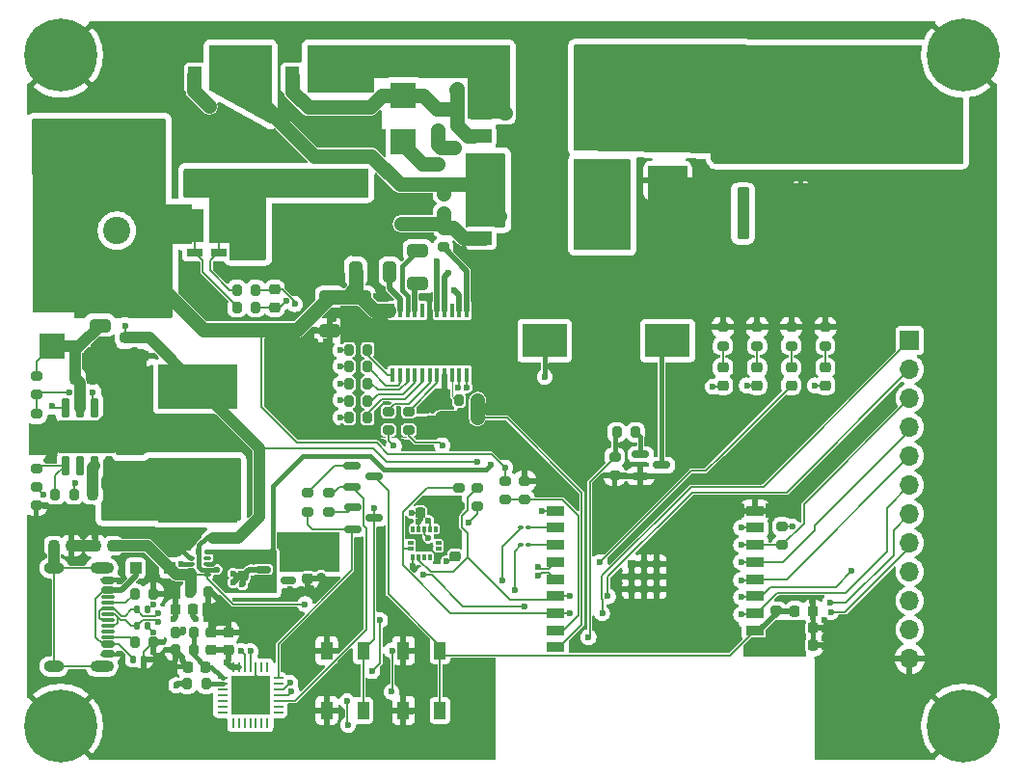
<source format=gbr>
G04 #@! TF.GenerationSoftware,KiCad,Pcbnew,9.0.3*
G04 #@! TF.CreationDate,2025-08-19T12:31:52-07:00*
G04 #@! TF.ProjectId,battery_protector,62617474-6572-4795-9f70-726f74656374,rev?*
G04 #@! TF.SameCoordinates,Original*
G04 #@! TF.FileFunction,Copper,L1,Top*
G04 #@! TF.FilePolarity,Positive*
%FSLAX46Y46*%
G04 Gerber Fmt 4.6, Leading zero omitted, Abs format (unit mm)*
G04 Created by KiCad (PCBNEW 9.0.3) date 2025-08-19 12:31:52*
%MOMM*%
%LPD*%
G01*
G04 APERTURE LIST*
G04 Aperture macros list*
%AMRoundRect*
0 Rectangle with rounded corners*
0 $1 Rounding radius*
0 $2 $3 $4 $5 $6 $7 $8 $9 X,Y pos of 4 corners*
0 Add a 4 corners polygon primitive as box body*
4,1,4,$2,$3,$4,$5,$6,$7,$8,$9,$2,$3,0*
0 Add four circle primitives for the rounded corners*
1,1,$1+$1,$2,$3*
1,1,$1+$1,$4,$5*
1,1,$1+$1,$6,$7*
1,1,$1+$1,$8,$9*
0 Add four rect primitives between the rounded corners*
20,1,$1+$1,$2,$3,$4,$5,0*
20,1,$1+$1,$4,$5,$6,$7,0*
20,1,$1+$1,$6,$7,$8,$9,0*
20,1,$1+$1,$8,$9,$2,$3,0*%
G04 Aperture macros list end*
G04 #@! TA.AperFunction,SMDPad,CuDef*
%ADD10R,1.498600X2.946400*%
G04 #@! TD*
G04 #@! TA.AperFunction,SMDPad,CuDef*
%ADD11R,1.397000X0.711200*%
G04 #@! TD*
G04 #@! TA.AperFunction,SMDPad,CuDef*
%ADD12RoundRect,0.200000X-0.275000X0.200000X-0.275000X-0.200000X0.275000X-0.200000X0.275000X0.200000X0*%
G04 #@! TD*
G04 #@! TA.AperFunction,SMDPad,CuDef*
%ADD13RoundRect,0.225000X-0.225000X-0.250000X0.225000X-0.250000X0.225000X0.250000X-0.225000X0.250000X0*%
G04 #@! TD*
G04 #@! TA.AperFunction,SMDPad,CuDef*
%ADD14RoundRect,0.225000X0.225000X0.250000X-0.225000X0.250000X-0.225000X-0.250000X0.225000X-0.250000X0*%
G04 #@! TD*
G04 #@! TA.AperFunction,SMDPad,CuDef*
%ADD15RoundRect,0.200000X-0.200000X-0.275000X0.200000X-0.275000X0.200000X0.275000X-0.200000X0.275000X0*%
G04 #@! TD*
G04 #@! TA.AperFunction,SMDPad,CuDef*
%ADD16RoundRect,0.200000X0.275000X-0.200000X0.275000X0.200000X-0.275000X0.200000X-0.275000X-0.200000X0*%
G04 #@! TD*
G04 #@! TA.AperFunction,SMDPad,CuDef*
%ADD17RoundRect,0.200000X0.200000X0.275000X-0.200000X0.275000X-0.200000X-0.275000X0.200000X-0.275000X0*%
G04 #@! TD*
G04 #@! TA.AperFunction,SMDPad,CuDef*
%ADD18RoundRect,0.250000X-0.625000X0.312500X-0.625000X-0.312500X0.625000X-0.312500X0.625000X0.312500X0*%
G04 #@! TD*
G04 #@! TA.AperFunction,SMDPad,CuDef*
%ADD19R,1.854200X1.143000*%
G04 #@! TD*
G04 #@! TA.AperFunction,SMDPad,CuDef*
%ADD20R,2.260600X2.209800*%
G04 #@! TD*
G04 #@! TA.AperFunction,SMDPad,CuDef*
%ADD21RoundRect,0.225000X-0.250000X0.225000X-0.250000X-0.225000X0.250000X-0.225000X0.250000X0.225000X0*%
G04 #@! TD*
G04 #@! TA.AperFunction,SMDPad,CuDef*
%ADD22RoundRect,0.150000X-0.587500X-0.150000X0.587500X-0.150000X0.587500X0.150000X-0.587500X0.150000X0*%
G04 #@! TD*
G04 #@! TA.AperFunction,SMDPad,CuDef*
%ADD23RoundRect,0.100000X-0.130000X-0.100000X0.130000X-0.100000X0.130000X0.100000X-0.130000X0.100000X0*%
G04 #@! TD*
G04 #@! TA.AperFunction,SMDPad,CuDef*
%ADD24R,1.000000X1.550000*%
G04 #@! TD*
G04 #@! TA.AperFunction,SMDPad,CuDef*
%ADD25R,1.143000X1.854200*%
G04 #@! TD*
G04 #@! TA.AperFunction,SMDPad,CuDef*
%ADD26RoundRect,0.250000X-0.650000X0.325000X-0.650000X-0.325000X0.650000X-0.325000X0.650000X0.325000X0*%
G04 #@! TD*
G04 #@! TA.AperFunction,SMDPad,CuDef*
%ADD27RoundRect,0.225000X0.250000X-0.225000X0.250000X0.225000X-0.250000X0.225000X-0.250000X-0.225000X0*%
G04 #@! TD*
G04 #@! TA.AperFunction,SMDPad,CuDef*
%ADD28RoundRect,0.150000X-0.425000X0.150000X-0.425000X-0.150000X0.425000X-0.150000X0.425000X0.150000X0*%
G04 #@! TD*
G04 #@! TA.AperFunction,SMDPad,CuDef*
%ADD29RoundRect,0.075000X-0.500000X0.075000X-0.500000X-0.075000X0.500000X-0.075000X0.500000X0.075000X0*%
G04 #@! TD*
G04 #@! TA.AperFunction,HeatsinkPad*
%ADD30O,2.100000X1.000000*%
G04 #@! TD*
G04 #@! TA.AperFunction,HeatsinkPad*
%ADD31O,1.800000X1.000000*%
G04 #@! TD*
G04 #@! TA.AperFunction,SMDPad,CuDef*
%ADD32RoundRect,0.218750X-0.256250X0.218750X-0.256250X-0.218750X0.256250X-0.218750X0.256250X0.218750X0*%
G04 #@! TD*
G04 #@! TA.AperFunction,SMDPad,CuDef*
%ADD33RoundRect,0.075000X-0.075000X0.200000X-0.075000X-0.200000X0.075000X-0.200000X0.075000X0.200000X0*%
G04 #@! TD*
G04 #@! TA.AperFunction,SMDPad,CuDef*
%ADD34RoundRect,0.075000X-0.200000X0.075000X-0.200000X-0.075000X0.200000X-0.075000X0.200000X0.075000X0*%
G04 #@! TD*
G04 #@! TA.AperFunction,SMDPad,CuDef*
%ADD35R,1.000000X1.000000*%
G04 #@! TD*
G04 #@! TA.AperFunction,SMDPad,CuDef*
%ADD36RoundRect,0.147500X-0.147500X-0.172500X0.147500X-0.172500X0.147500X0.172500X-0.147500X0.172500X0*%
G04 #@! TD*
G04 #@! TA.AperFunction,SMDPad,CuDef*
%ADD37RoundRect,0.150000X-0.512500X-0.150000X0.512500X-0.150000X0.512500X0.150000X-0.512500X0.150000X0*%
G04 #@! TD*
G04 #@! TA.AperFunction,ComponentPad*
%ADD38R,1.700000X1.700000*%
G04 #@! TD*
G04 #@! TA.AperFunction,ComponentPad*
%ADD39O,1.700000X1.700000*%
G04 #@! TD*
G04 #@! TA.AperFunction,SMDPad,CuDef*
%ADD40RoundRect,0.050000X-0.285000X-0.100000X0.285000X-0.100000X0.285000X0.100000X-0.285000X0.100000X0*%
G04 #@! TD*
G04 #@! TA.AperFunction,SMDPad,CuDef*
%ADD41RoundRect,0.250000X0.300000X-2.050000X0.300000X2.050000X-0.300000X2.050000X-0.300000X-2.050000X0*%
G04 #@! TD*
G04 #@! TA.AperFunction,SMDPad,CuDef*
%ADD42RoundRect,0.250002X5.149998X-4.449998X5.149998X4.449998X-5.149998X4.449998X-5.149998X-4.449998X0*%
G04 #@! TD*
G04 #@! TA.AperFunction,SMDPad,CuDef*
%ADD43RoundRect,0.250000X0.325000X0.650000X-0.325000X0.650000X-0.325000X-0.650000X0.325000X-0.650000X0*%
G04 #@! TD*
G04 #@! TA.AperFunction,SMDPad,CuDef*
%ADD44RoundRect,0.150000X-0.150000X0.737500X-0.150000X-0.737500X0.150000X-0.737500X0.150000X0.737500X0*%
G04 #@! TD*
G04 #@! TA.AperFunction,HeatsinkPad*
%ADD45R,4.900000X2.950000*%
G04 #@! TD*
G04 #@! TA.AperFunction,SMDPad,CuDef*
%ADD46R,4.000000X3.000000*%
G04 #@! TD*
G04 #@! TA.AperFunction,ComponentPad*
%ADD47C,3.600000*%
G04 #@! TD*
G04 #@! TA.AperFunction,ConnectorPad*
%ADD48C,6.400000*%
G04 #@! TD*
G04 #@! TA.AperFunction,SMDPad,CuDef*
%ADD49RoundRect,0.062500X-0.062500X0.337500X-0.062500X-0.337500X0.062500X-0.337500X0.062500X0.337500X0*%
G04 #@! TD*
G04 #@! TA.AperFunction,SMDPad,CuDef*
%ADD50RoundRect,0.062500X-0.337500X0.062500X-0.337500X-0.062500X0.337500X-0.062500X0.337500X0.062500X0*%
G04 #@! TD*
G04 #@! TA.AperFunction,HeatsinkPad*
%ADD51R,3.350000X3.350000*%
G04 #@! TD*
G04 #@! TA.AperFunction,SMDPad,CuDef*
%ADD52R,1.500000X0.900000*%
G04 #@! TD*
G04 #@! TA.AperFunction,SMDPad,CuDef*
%ADD53R,0.700000X0.700000*%
G04 #@! TD*
G04 #@! TA.AperFunction,SMDPad,CuDef*
%ADD54RoundRect,0.250000X1.000000X-1.400000X1.000000X1.400000X-1.000000X1.400000X-1.000000X-1.400000X0*%
G04 #@! TD*
G04 #@! TA.AperFunction,SMDPad,CuDef*
%ADD55R,7.000000X4.000000*%
G04 #@! TD*
G04 #@! TA.AperFunction,ComponentPad*
%ADD56R,2.400000X2.400000*%
G04 #@! TD*
G04 #@! TA.AperFunction,ComponentPad*
%ADD57C,2.400000*%
G04 #@! TD*
G04 #@! TA.AperFunction,SMDPad,CuDef*
%ADD58R,0.450000X1.310000*%
G04 #@! TD*
G04 #@! TA.AperFunction,SMDPad,CuDef*
%ADD59R,6.400000X2.770000*%
G04 #@! TD*
G04 #@! TA.AperFunction,SMDPad,CuDef*
%ADD60RoundRect,0.250000X0.650000X-0.325000X0.650000X0.325000X-0.650000X0.325000X-0.650000X-0.325000X0*%
G04 #@! TD*
G04 #@! TA.AperFunction,SMDPad,CuDef*
%ADD61RoundRect,0.250000X-1.400000X-1.000000X1.400000X-1.000000X1.400000X1.000000X-1.400000X1.000000X0*%
G04 #@! TD*
G04 #@! TA.AperFunction,ViaPad*
%ADD62C,0.600000*%
G04 #@! TD*
G04 #@! TA.AperFunction,ViaPad*
%ADD63C,0.900000*%
G04 #@! TD*
G04 #@! TA.AperFunction,Conductor*
%ADD64C,0.200000*%
G04 #@! TD*
G04 #@! TA.AperFunction,Conductor*
%ADD65C,1.000000*%
G04 #@! TD*
G04 #@! TA.AperFunction,Conductor*
%ADD66C,0.500000*%
G04 #@! TD*
G04 #@! TA.AperFunction,Conductor*
%ADD67C,0.400000*%
G04 #@! TD*
G04 #@! TA.AperFunction,Conductor*
%ADD68C,1.250000*%
G04 #@! TD*
G04 #@! TA.AperFunction,Conductor*
%ADD69C,0.150000*%
G04 #@! TD*
G04 #@! TA.AperFunction,Conductor*
%ADD70C,0.100000*%
G04 #@! TD*
G04 APERTURE END LIST*
D10*
X92699964Y-80890400D03*
D11*
X92700000Y-83227200D03*
X94800000Y-83227200D03*
D10*
X94800036Y-80890400D03*
D12*
X115728991Y-67175000D03*
X115728991Y-68825000D03*
D13*
X80351000Y-108970000D03*
X81901000Y-108970000D03*
D14*
X117525000Y-97750000D03*
X115975000Y-97750000D03*
X93675000Y-119600000D03*
X92125000Y-119600000D03*
D15*
X91000000Y-116600000D03*
X92650000Y-116600000D03*
D16*
X129600000Y-102825000D03*
X129600000Y-101175000D03*
X117560000Y-105525000D03*
X117560000Y-103875000D03*
D17*
X117571261Y-96194452D03*
X115921261Y-96194452D03*
D18*
X129750000Y-73037500D03*
X129750000Y-75962500D03*
D15*
X80475000Y-104500000D03*
X82125000Y-104500000D03*
D19*
X117864500Y-73000002D03*
X127135500Y-66999998D03*
X127135500Y-68999999D03*
X127135500Y-71000001D03*
X127135500Y-72999999D03*
X117864500Y-67000001D03*
X117864500Y-68999999D03*
X117864500Y-71000001D03*
D13*
X145425000Y-116200000D03*
X146975000Y-116200000D03*
D20*
X80200000Y-91444700D03*
X80200000Y-87355300D03*
D21*
X86600000Y-90725000D03*
X86600000Y-92275000D03*
D16*
X114040000Y-75415000D03*
X114040000Y-73765000D03*
X78800000Y-95700000D03*
X78800000Y-94050000D03*
D22*
X131862500Y-100950000D03*
X131862500Y-102850000D03*
X133737500Y-101900000D03*
D12*
X121700000Y-103275000D03*
X121700000Y-104925000D03*
D16*
X104528000Y-105974386D03*
X104528000Y-104324386D03*
D23*
X121380000Y-108900000D03*
X122020000Y-108900000D03*
D24*
X107500000Y-118175000D03*
X107500000Y-123425000D03*
X104300000Y-118175000D03*
X104300000Y-123425000D03*
D25*
X92749998Y-67864500D03*
X98750002Y-77135500D03*
X96750001Y-77135500D03*
X94749999Y-77135500D03*
X92750001Y-77135500D03*
X98749999Y-67864500D03*
X96750001Y-67864500D03*
X94749999Y-67864500D03*
D12*
X102628000Y-104324386D03*
X102628000Y-105974386D03*
D20*
X111050000Y-73524700D03*
X111050000Y-69435300D03*
D16*
X114540000Y-79755000D03*
X114540000Y-78105000D03*
D15*
X87451000Y-117430000D03*
X89101000Y-117430000D03*
D21*
X102662500Y-110275000D03*
X102662500Y-111825000D03*
D26*
X84400000Y-89650000D03*
X84400000Y-92600000D03*
D16*
X111500000Y-98825000D03*
X111500000Y-97175000D03*
D15*
X106260000Y-96250000D03*
X107910000Y-96250000D03*
D16*
X120000000Y-104925000D03*
X120000000Y-103275000D03*
X142100000Y-91425000D03*
X142100000Y-89775000D03*
D14*
X85275000Y-104500000D03*
X83725000Y-104500000D03*
D27*
X94150000Y-118125000D03*
X94150000Y-116575000D03*
D28*
X85131000Y-112050000D03*
X85131000Y-112850000D03*
D29*
X85131000Y-114000000D03*
X85131000Y-115000000D03*
X85131000Y-115500000D03*
X85131000Y-116500000D03*
D28*
X85131000Y-117650000D03*
X85131000Y-118450000D03*
X85131000Y-118450000D03*
X85131000Y-117650000D03*
D29*
X85131000Y-117000000D03*
X85131000Y-116000000D03*
X85131000Y-114500000D03*
X85131000Y-113500000D03*
D28*
X85131000Y-112850000D03*
X85131000Y-112050000D03*
D30*
X84556000Y-110930000D03*
D31*
X80376000Y-110930000D03*
D30*
X84556000Y-119570000D03*
D31*
X80376000Y-119570000D03*
D13*
X145425000Y-114700000D03*
X146975000Y-114700000D03*
D14*
X92575000Y-114600000D03*
X91025000Y-114600000D03*
D16*
X148100000Y-91425000D03*
X148100000Y-89775000D03*
D12*
X78800000Y-100550000D03*
X78800000Y-102200000D03*
D32*
X148100000Y-93312500D03*
X148100000Y-94887500D03*
D17*
X98075000Y-88056879D03*
X96425000Y-88056879D03*
D12*
X114040000Y-70795000D03*
X114040000Y-72445000D03*
X114540000Y-81105000D03*
X114540000Y-82755000D03*
D33*
X113900000Y-109950000D03*
X113400000Y-109950000D03*
X112900000Y-109950000D03*
X112400000Y-109950000D03*
X111900000Y-109950000D03*
D34*
X111675000Y-109225000D03*
X111675000Y-108725000D03*
X111675000Y-108225000D03*
D33*
X111900000Y-107500000D03*
X112400000Y-107500000D03*
X112900000Y-107500000D03*
X113400000Y-107500000D03*
X113900000Y-107500000D03*
D34*
X114125000Y-108225000D03*
X114125000Y-108725000D03*
X114125000Y-109225000D03*
D17*
X93725000Y-121100000D03*
X92075000Y-121100000D03*
D21*
X114373247Y-96179085D03*
X114373247Y-97729085D03*
D23*
X121380000Y-107400000D03*
X122020000Y-107400000D03*
D15*
X106260000Y-91750000D03*
X107910000Y-91750000D03*
D16*
X78800000Y-105425000D03*
X78800000Y-103775000D03*
D35*
X90526000Y-110930000D03*
X87526000Y-110930000D03*
D24*
X114250000Y-118175000D03*
X114250000Y-123425000D03*
X111050000Y-118175000D03*
X111050000Y-123425000D03*
D21*
X96932750Y-110075250D03*
X96932750Y-111625250D03*
D15*
X129775000Y-99000000D03*
X131425000Y-99000000D03*
D27*
X95650000Y-118125000D03*
X95650000Y-116575000D03*
D36*
X87615000Y-114600000D03*
X88585000Y-114600000D03*
D37*
X98695250Y-110100000D03*
X98695250Y-111050000D03*
X98695250Y-112000000D03*
X100970250Y-112000000D03*
X100970250Y-110100000D03*
D16*
X115900000Y-105525000D03*
X115900000Y-103875000D03*
D38*
X155500000Y-90940000D03*
D39*
X155500000Y-93480000D03*
X155500000Y-96020000D03*
X155500000Y-98560000D03*
X155500000Y-101100000D03*
X155500000Y-103640000D03*
X155500000Y-106180000D03*
X155500000Y-108720000D03*
X155500000Y-111260000D03*
X155500000Y-113800000D03*
X155500000Y-116340000D03*
X155500000Y-118880000D03*
D40*
X92352160Y-110049750D03*
X92352160Y-110549750D03*
X92352160Y-111049750D03*
X92352160Y-111549750D03*
X93832160Y-111549750D03*
X93832160Y-111049750D03*
X93832160Y-110549750D03*
X93832160Y-110049750D03*
D26*
X104600000Y-87125000D03*
X104600000Y-90075000D03*
D41*
X145940000Y-79775000D03*
X140860000Y-79775000D03*
D42*
X143400000Y-70625000D03*
D21*
X88250000Y-90725000D03*
X88250000Y-92275000D03*
D15*
X106260000Y-97750000D03*
X107910000Y-97750000D03*
D13*
X82225000Y-94300000D03*
X83775000Y-94300000D03*
D15*
X87451000Y-113180000D03*
X89101000Y-113180000D03*
D43*
X109850000Y-84900000D03*
X106900000Y-84900000D03*
D44*
X85155000Y-96837500D03*
X83885000Y-96837500D03*
X82615000Y-96837500D03*
X81345000Y-96837500D03*
X81345000Y-101962500D03*
X82615000Y-101962500D03*
X83885000Y-101962500D03*
X85155000Y-101962500D03*
D45*
X83250000Y-99400000D03*
D16*
X139100000Y-91425000D03*
X139100000Y-89775000D03*
D21*
X115580000Y-108335000D03*
X115580000Y-109885000D03*
D15*
X106260000Y-94750000D03*
X107910000Y-94750000D03*
D17*
X93927160Y-113049750D03*
X92277160Y-113049750D03*
D16*
X143800000Y-116325000D03*
X143800000Y-114675000D03*
D46*
X123450000Y-90950000D03*
X134250000Y-90950000D03*
D21*
X99750000Y-86475000D03*
X99750000Y-88025000D03*
D47*
X80963923Y-65907119D03*
D48*
X80963923Y-65907119D03*
D49*
X99100000Y-119650000D03*
X98600000Y-119650000D03*
X98100000Y-119650000D03*
X97600000Y-119650000D03*
X97100000Y-119650000D03*
X96600000Y-119650000D03*
X96100000Y-119650000D03*
D50*
X95150000Y-120600000D03*
X95150000Y-121100000D03*
X95150000Y-121600000D03*
X95150000Y-122100000D03*
X95150000Y-122600000D03*
X95150000Y-123100000D03*
X95150000Y-123600000D03*
D49*
X96100000Y-124550000D03*
X96600000Y-124550000D03*
X97100000Y-124550000D03*
X97600000Y-124550000D03*
X98100000Y-124550000D03*
X98600000Y-124550000D03*
X99100000Y-124550000D03*
D50*
X100050000Y-123600000D03*
X100050000Y-123100000D03*
X100050000Y-122600000D03*
X100050000Y-122100000D03*
X100050000Y-121600000D03*
X100050000Y-121100000D03*
X100050000Y-120600000D03*
D51*
X97600000Y-122100000D03*
D52*
X141910000Y-117900000D03*
X141910000Y-116400000D03*
X141910000Y-114900000D03*
X141910000Y-113400000D03*
X141910000Y-111900000D03*
X141910000Y-110400000D03*
X141910000Y-108900000D03*
X141910000Y-107400000D03*
X141910000Y-105900000D03*
X124410000Y-105900000D03*
X124410000Y-107400000D03*
X124410000Y-108900000D03*
X124410000Y-110400000D03*
X124410000Y-111900000D03*
X124410000Y-113400000D03*
X124410000Y-114900000D03*
X124410000Y-116400000D03*
X124410000Y-117900000D03*
D53*
X133300000Y-112800000D03*
X133300000Y-111700000D03*
X133300000Y-110600000D03*
X132200000Y-112800000D03*
X132200000Y-111700000D03*
X132200000Y-110600000D03*
X131100000Y-112800000D03*
X131100000Y-111700000D03*
X131100000Y-110600000D03*
D16*
X78800000Y-99025000D03*
X78800000Y-97375000D03*
D32*
X139100000Y-93312500D03*
X139100000Y-94887500D03*
D15*
X106260000Y-93250000D03*
X107910000Y-93250000D03*
D22*
X106600000Y-105600000D03*
X106600000Y-107500000D03*
X108475000Y-106550000D03*
D25*
X101249998Y-67864500D03*
X107250002Y-77135500D03*
X105250001Y-77135500D03*
X103249999Y-77135500D03*
X101250001Y-77135500D03*
X107249999Y-67864500D03*
X105250001Y-67864500D03*
X103249999Y-67864500D03*
D47*
X160200000Y-65907119D03*
D48*
X160200000Y-65907119D03*
D47*
X80963923Y-124800000D03*
D48*
X80963923Y-124800000D03*
D54*
X97350000Y-82000000D03*
X104150000Y-82000000D03*
D55*
X93000000Y-105000000D03*
X93000000Y-95000000D03*
D47*
X160200000Y-124800000D03*
D48*
X160200000Y-124800000D03*
D36*
X87291000Y-118930000D03*
X88261000Y-118930000D03*
D32*
X145100000Y-93312500D03*
X145100000Y-94887500D03*
D26*
X107300000Y-87125000D03*
X107300000Y-90075000D03*
D32*
X142100000Y-93312500D03*
X142100000Y-94887500D03*
D16*
X109750000Y-98825000D03*
X109750000Y-97175000D03*
D12*
X144300000Y-107275000D03*
X144300000Y-108925000D03*
D22*
X106562500Y-101950000D03*
X106562500Y-103850000D03*
X108437500Y-102900000D03*
D56*
X85887500Y-73690000D03*
D57*
X85887500Y-81310000D03*
D19*
X117864500Y-82000002D03*
X127135500Y-75999998D03*
X127135500Y-77999999D03*
X127135500Y-80000001D03*
X127135500Y-81999999D03*
X117864500Y-76000001D03*
X117864500Y-77999999D03*
X117864500Y-80000001D03*
D15*
X91000000Y-118100000D03*
X92650000Y-118100000D03*
D14*
X114055000Y-106100000D03*
X112505000Y-106100000D03*
D58*
X110100003Y-94000000D03*
X110750002Y-94000000D03*
X111400000Y-94000000D03*
X112050001Y-94000000D03*
X112700000Y-94000000D03*
X113350001Y-94000000D03*
X114000000Y-94000000D03*
X114650001Y-94000000D03*
X115300000Y-94000000D03*
X115950001Y-94000000D03*
X116600000Y-94000000D03*
X117250001Y-94000000D03*
X117250001Y-88289998D03*
X116600002Y-88289998D03*
X115950001Y-88289998D03*
X115300003Y-88289998D03*
X114650001Y-88289998D03*
X114000003Y-88289998D03*
X113350004Y-88289998D03*
X112700003Y-88289998D03*
X112050004Y-88289998D03*
X111400003Y-88289998D03*
X110750004Y-88289998D03*
X110100003Y-88289998D03*
D59*
X113675002Y-91144999D03*
D60*
X112300000Y-85975000D03*
X112300000Y-83025000D03*
D13*
X145425000Y-117700000D03*
X146975000Y-117700000D03*
X83976000Y-108970000D03*
X85526000Y-108970000D03*
D36*
X87615000Y-116000000D03*
X88585000Y-116000000D03*
D61*
X134250000Y-70100000D03*
X134250000Y-76900000D03*
D17*
X98075000Y-86500000D03*
X96425000Y-86500000D03*
D16*
X145100000Y-91425000D03*
X145100000Y-89775000D03*
D56*
X155310000Y-81190000D03*
D57*
X155310000Y-73570000D03*
D62*
X101500000Y-87750000D03*
X115827000Y-95070001D03*
X100739942Y-87489942D03*
X116627003Y-95062002D03*
X103000000Y-80000000D03*
X148000000Y-79500000D03*
X145100000Y-88800000D03*
X133500000Y-83000000D03*
X135500000Y-85000000D03*
X138500000Y-84000000D03*
X111840000Y-110730000D03*
X117750000Y-92500000D03*
X131650000Y-110600000D03*
X86500000Y-99000000D03*
X113243569Y-106777310D03*
X104000000Y-84000000D03*
X106900000Y-89100000D03*
X104200000Y-91000000D03*
X136500000Y-84000000D03*
X137500000Y-85000000D03*
X146900000Y-113800000D03*
X111800000Y-123500000D03*
X102100000Y-112800000D03*
X87500000Y-98000000D03*
X89100000Y-116600000D03*
X91700000Y-109500000D03*
X102000000Y-80000000D03*
X113400000Y-97800000D03*
X149000000Y-80500000D03*
X133500000Y-85000000D03*
X82951000Y-108970000D03*
X81900000Y-108100000D03*
X87500000Y-96000000D03*
X103000000Y-84000000D03*
X106000000Y-90700000D03*
X111800000Y-118200000D03*
X94525000Y-115805000D03*
X132200000Y-112250000D03*
X117750000Y-93500000D03*
X133500000Y-84000000D03*
X106000000Y-80000000D03*
X132750000Y-111700000D03*
X87500000Y-100000000D03*
X103000000Y-112700000D03*
X144000000Y-83500000D03*
X145000000Y-83500000D03*
X132750000Y-110600000D03*
X114500000Y-98750000D03*
X116500000Y-98750000D03*
X83900000Y-108100000D03*
X113500000Y-98750000D03*
X104900000Y-89100000D03*
X87500000Y-94000000D03*
X139100000Y-88800000D03*
X117750000Y-91500000D03*
X109750000Y-92250000D03*
X96100000Y-111400000D03*
X140700000Y-106300000D03*
X136500000Y-85000000D03*
X148000000Y-80500000D03*
X148000000Y-116300000D03*
X138500000Y-85000000D03*
X102000000Y-82000000D03*
X143000000Y-84500000D03*
X131100000Y-111150000D03*
X117750000Y-90500000D03*
X87500000Y-97000000D03*
X144000000Y-84500000D03*
X117750000Y-89500000D03*
D63*
X113343998Y-89441933D03*
D62*
X96900000Y-112400000D03*
X131650000Y-111700000D03*
X105100000Y-118200000D03*
X86500000Y-97000000D03*
X133500000Y-79000000D03*
X91600000Y-118800000D03*
X97700000Y-111100000D03*
X106000000Y-89900000D03*
X133500000Y-80000000D03*
X104000000Y-80000000D03*
X112410000Y-106860000D03*
X103300000Y-90000000D03*
X102000000Y-83000000D03*
X148000000Y-81500000D03*
X143100000Y-105500000D03*
X133300000Y-111150000D03*
X134500000Y-80000000D03*
X133500000Y-81000000D03*
X101100000Y-112800000D03*
X131650000Y-112800000D03*
X148000000Y-117100000D03*
X106000000Y-82000000D03*
X133500000Y-82000000D03*
X146000000Y-83500000D03*
X95670000Y-115750000D03*
X143000000Y-83500000D03*
X149000000Y-82500000D03*
X104300000Y-122200000D03*
X111800000Y-106100000D03*
X148100000Y-88800000D03*
X109750000Y-91250000D03*
X132750000Y-112800000D03*
X148000000Y-82500000D03*
X117750000Y-94500000D03*
X82900000Y-108100000D03*
X146000000Y-84500000D03*
D63*
X116787501Y-89607498D03*
D62*
X105000000Y-84000000D03*
D63*
X116853002Y-92667003D03*
D62*
X115500000Y-98750000D03*
X134500000Y-81000000D03*
X86151000Y-118470000D03*
X106000000Y-83000000D03*
X148000000Y-83500000D03*
X94800000Y-113700000D03*
X135500000Y-84000000D03*
X96100000Y-112200000D03*
X86151000Y-112070000D03*
X137500000Y-84000000D03*
X147000000Y-83500000D03*
X149000000Y-83500000D03*
X86500000Y-98000000D03*
X140700000Y-105500000D03*
X149000000Y-79500000D03*
X86500000Y-100000000D03*
X149000000Y-84500000D03*
X109750000Y-90250000D03*
X79600000Y-105500000D03*
X134500000Y-79000000D03*
X131100000Y-112250000D03*
X90900000Y-115400000D03*
X97600000Y-122100000D03*
X130700000Y-102900000D03*
X149000000Y-81500000D03*
X106000000Y-89100000D03*
X142100000Y-88800000D03*
X102000000Y-81000000D03*
X102000000Y-84000000D03*
X148000000Y-117900000D03*
X87500000Y-99000000D03*
X134500000Y-85000000D03*
X148000000Y-115500000D03*
X147000000Y-84500000D03*
X134500000Y-84000000D03*
X105000000Y-80000000D03*
X132200000Y-111150000D03*
X114830000Y-110330000D03*
X88261000Y-119600000D03*
D63*
X103807750Y-111745250D03*
D62*
X145000000Y-84500000D03*
X87500000Y-95000000D03*
X148000000Y-84500000D03*
X143100000Y-106300000D03*
X134500000Y-82000000D03*
X89100000Y-114100000D03*
X133300000Y-112250000D03*
X103300000Y-91000000D03*
X106000000Y-81000000D03*
X134500000Y-83000000D03*
X121700000Y-102500000D03*
X128300000Y-110400000D03*
X102400000Y-114100000D03*
X141200000Y-94900000D03*
X94000000Y-108300000D03*
X86600000Y-89700000D03*
X94642014Y-111049750D03*
X82250000Y-103500000D03*
X93100000Y-109500000D03*
X117500000Y-101600000D03*
X91549750Y-110549750D03*
X91750034Y-116299411D03*
X95191898Y-109991898D03*
X123450000Y-94150000D03*
X118750000Y-101850000D03*
X101832750Y-108450250D03*
X113570915Y-96179085D03*
X114800000Y-105100000D03*
X144100000Y-117400000D03*
X143200000Y-118200000D03*
X102832750Y-108450250D03*
X92800000Y-115400000D03*
D63*
X103807750Y-110245250D03*
D62*
X144100000Y-118200000D03*
X102832750Y-109350250D03*
X100832750Y-108450250D03*
X145200000Y-107300000D03*
X100832750Y-109350250D03*
X113500000Y-97000000D03*
X114760000Y-108225000D03*
X95500000Y-119230000D03*
X100832750Y-110850250D03*
X143200000Y-117400000D03*
X113280000Y-109090000D03*
X116800000Y-106900000D03*
X115100000Y-106400000D03*
X91100000Y-121230000D03*
X114650001Y-95000000D03*
X112750000Y-96750000D03*
X101832750Y-110850250D03*
X112430000Y-108290000D03*
X101832750Y-109350250D03*
X113900000Y-105100000D03*
X147200000Y-94900000D03*
X90500000Y-82000000D03*
X90500000Y-81000000D03*
X90500000Y-80000000D03*
X91500000Y-80000000D03*
X138200000Y-95000000D03*
X91500000Y-82000000D03*
X91500000Y-81000000D03*
X120000000Y-102100000D03*
X130500000Y-71500000D03*
X135500000Y-66500000D03*
X133500000Y-67500000D03*
X132500000Y-66500000D03*
X134500000Y-66500000D03*
X129500000Y-69500000D03*
X130500000Y-70500000D03*
X134500000Y-67500000D03*
X130500000Y-68500000D03*
X133500000Y-66500000D03*
X130500000Y-69500000D03*
X130500000Y-67500000D03*
X129500000Y-66500000D03*
X129500000Y-70500000D03*
X131500000Y-67500000D03*
X131500000Y-66500000D03*
X129500000Y-67500000D03*
X130500000Y-66500000D03*
X129500000Y-71500000D03*
X132500000Y-67500000D03*
X129500000Y-68500000D03*
X135500000Y-67500000D03*
X89514479Y-114900000D03*
X96800000Y-118220000D03*
X97600000Y-118220000D03*
X89514479Y-115700000D03*
X150400000Y-111200000D03*
X140695000Y-113500000D03*
X105500000Y-93200000D03*
X140700000Y-110400000D03*
X105500000Y-97700000D03*
X129000000Y-113400000D03*
X125700000Y-113400000D03*
X110200000Y-100200000D03*
X140695000Y-115000000D03*
X101100000Y-121000000D03*
X148500000Y-114000000D03*
X119700000Y-112000000D03*
X140695000Y-112000000D03*
X105500000Y-94750000D03*
X140700000Y-108900000D03*
X105500000Y-96150000D03*
X125700000Y-114900000D03*
X128500000Y-114900000D03*
X108300000Y-120000000D03*
X109000000Y-115500000D03*
X112800000Y-111500000D03*
X113229678Y-108267207D03*
X121700000Y-114300000D03*
X120800000Y-112900000D03*
X101213137Y-121791962D03*
X148600000Y-114800000D03*
X108500000Y-105700000D03*
X140700000Y-107400000D03*
X105500000Y-91800000D03*
X115500000Y-86500000D03*
X119500000Y-80000000D03*
X115000000Y-85000000D03*
X120000000Y-71000000D03*
X115500000Y-74000000D03*
X114000000Y-84000000D03*
X83750000Y-95474738D03*
X81700000Y-95474738D03*
X80200000Y-96700000D03*
X79450000Y-104450000D03*
X114450000Y-100150000D03*
X123200000Y-105900000D03*
X127300000Y-117000000D03*
X106100000Y-122600000D03*
X106200000Y-124700000D03*
X110840000Y-80700000D03*
X94000000Y-70375000D03*
X110000000Y-121800000D03*
X110049998Y-118173695D03*
X122900000Y-110800000D03*
X122900000Y-111600000D03*
D64*
X115950001Y-94947000D02*
X115827000Y-95070001D01*
X99725000Y-86500000D02*
X99750000Y-86475000D01*
X101500000Y-87535822D02*
X101500000Y-87750000D01*
X115950001Y-94000000D02*
X115950001Y-94947000D01*
X99750000Y-86475000D02*
X100439178Y-86475000D01*
X100439178Y-86475000D02*
X101500000Y-87535822D01*
X98075000Y-86500000D02*
X99725000Y-86500000D01*
X116600000Y-94000000D02*
X116600000Y-95034999D01*
X99718121Y-88056879D02*
X99750000Y-88025000D01*
X98075000Y-88056879D02*
X99718121Y-88056879D01*
X116600000Y-95034999D02*
X116627003Y-95062002D01*
X100204884Y-88025000D02*
X100739942Y-87489942D01*
X99750000Y-88025000D02*
X100204884Y-88025000D01*
D65*
X84775000Y-92975000D02*
X84775000Y-94250000D01*
D66*
X113343998Y-89441933D02*
X113350004Y-89435927D01*
X95670000Y-115750000D02*
X95670000Y-116260000D01*
D65*
X81901000Y-108970000D02*
X83976000Y-108970000D01*
D64*
X85131000Y-118450000D02*
X86131000Y-118450000D01*
X88261000Y-119600000D02*
X88261000Y-118270000D01*
D66*
X96932750Y-111625250D02*
X96932750Y-112367250D01*
D64*
X111050000Y-118175000D02*
X111775000Y-118175000D01*
D66*
X113343998Y-89441933D02*
X113350004Y-89447939D01*
D64*
X86131000Y-112050000D02*
X86151000Y-112070000D01*
X88585000Y-114600000D02*
X88600000Y-114600000D01*
D65*
X85155000Y-97724999D02*
X85155000Y-96837500D01*
X85155000Y-94630000D02*
X84775000Y-94250000D01*
D64*
X121700000Y-103275000D02*
X121700000Y-102500000D01*
X88261000Y-119600000D02*
X88261000Y-118930000D01*
D66*
X96325250Y-111625250D02*
X96100000Y-111400000D01*
D64*
X85131000Y-112050000D02*
X86131000Y-112050000D01*
X112410000Y-106860000D02*
X112400000Y-106870000D01*
D66*
X95650000Y-116280000D02*
X95650000Y-116575000D01*
D64*
X88261000Y-118270000D02*
X89101000Y-117430000D01*
D66*
X94525000Y-115805000D02*
X94150000Y-116180000D01*
X117250001Y-94000000D02*
X117250001Y-93064001D01*
X96674750Y-111625250D02*
X96100000Y-112200000D01*
D67*
X131862500Y-102850000D02*
X129625000Y-102850000D01*
D66*
X116787501Y-89607498D02*
X116931898Y-89463101D01*
D68*
X115975000Y-97750000D02*
X114394162Y-97750000D01*
D65*
X83775000Y-94250000D02*
X84775000Y-94250000D01*
D64*
X88585000Y-116000000D02*
X88585000Y-116085000D01*
D66*
X91025000Y-114600000D02*
X91025000Y-115275000D01*
D65*
X83250000Y-99400000D02*
X83479999Y-99400000D01*
D66*
X94580000Y-115750000D02*
X94525000Y-115805000D01*
X91025000Y-115275000D02*
X90900000Y-115400000D01*
D64*
X112400000Y-106870000D02*
X112400000Y-107560000D01*
D66*
X91600000Y-119075000D02*
X92125000Y-119600000D01*
D67*
X129625000Y-102850000D02*
X129600000Y-102825000D01*
D65*
X85100000Y-92275000D02*
X88250000Y-92275000D01*
D64*
X115020000Y-110355000D02*
X115500000Y-109875000D01*
D66*
X116853002Y-92667003D02*
X115330999Y-91144999D01*
D65*
X84400000Y-92600000D02*
X84775000Y-92975000D01*
D66*
X115330999Y-91144999D02*
X113675002Y-91144999D01*
D64*
X82951000Y-108970000D02*
X83976000Y-108970000D01*
X105075000Y-118175000D02*
X105100000Y-118200000D01*
D66*
X96932750Y-111625250D02*
X96674750Y-111625250D01*
X95670000Y-115750000D02*
X94580000Y-115750000D01*
D64*
X86131000Y-118450000D02*
X86151000Y-118470000D01*
D66*
X94149750Y-113049750D02*
X93927160Y-113049750D01*
X98562500Y-111050000D02*
X97437500Y-111050000D01*
D67*
X92300000Y-109997590D02*
X92352160Y-110049750D01*
D66*
X117250001Y-88289998D02*
X117250001Y-89144998D01*
D64*
X98100000Y-119650000D02*
X98100000Y-121600000D01*
X88585000Y-116085000D02*
X89100000Y-116600000D01*
D66*
X115250000Y-91144999D02*
X116787501Y-89607498D01*
X113350004Y-89435927D02*
X113350004Y-88289998D01*
X113350004Y-90820001D02*
X113675002Y-91144999D01*
X91600000Y-118800000D02*
X91000000Y-118200000D01*
X94800000Y-113700000D02*
X94149750Y-113049750D01*
D64*
X79525000Y-105425000D02*
X79600000Y-105500000D01*
X113400000Y-106933741D02*
X113400000Y-107500000D01*
D65*
X83479999Y-99400000D02*
X85155000Y-97724999D01*
D64*
X88600000Y-114600000D02*
X89100000Y-114100000D01*
X114830000Y-110330000D02*
X114855000Y-110355000D01*
D66*
X97437500Y-111050000D02*
X96862250Y-111625250D01*
D64*
X82951000Y-108970000D02*
X81901000Y-108970000D01*
D66*
X117250001Y-94000000D02*
X117350004Y-94100003D01*
D64*
X113243569Y-106777310D02*
X113400000Y-106933741D01*
D68*
X114394162Y-97750000D02*
X114373247Y-97729085D01*
D64*
X111900000Y-110670000D02*
X111840000Y-110730000D01*
D66*
X95670000Y-116260000D02*
X95650000Y-116280000D01*
D67*
X91700000Y-109500000D02*
X92197590Y-109997590D01*
D66*
X102662500Y-111825000D02*
X103728000Y-111825000D01*
X96932750Y-112367250D02*
X96900000Y-112400000D01*
D64*
X114855000Y-110355000D02*
X115020000Y-110355000D01*
D66*
X91000000Y-118200000D02*
X91000000Y-118100000D01*
D64*
X112400000Y-107560000D02*
X112424138Y-107584138D01*
X111900000Y-109950000D02*
X111900000Y-110670000D01*
D65*
X84775000Y-94250000D02*
X84775000Y-92600000D01*
D64*
X98100000Y-121600000D02*
X97600000Y-122100000D01*
X111775000Y-118175000D02*
X111800000Y-118200000D01*
D66*
X113350004Y-89447939D02*
X113350004Y-90820001D01*
X94150000Y-116180000D02*
X94150000Y-116575000D01*
X91600000Y-118800000D02*
X91600000Y-119075000D01*
D64*
X111050000Y-123425000D02*
X111725000Y-123425000D01*
X103728000Y-111825000D02*
X103807750Y-111745250D01*
D66*
X117053002Y-92867003D02*
X116853002Y-92667003D01*
D65*
X85155000Y-96837500D02*
X85155000Y-94630000D01*
D64*
X78800000Y-105425000D02*
X79525000Y-105425000D01*
X111725000Y-123425000D02*
X111800000Y-123500000D01*
X104300000Y-118175000D02*
X105075000Y-118175000D01*
D66*
X96932750Y-111625250D02*
X96325250Y-111625250D01*
D64*
X104300000Y-122200000D02*
X104300000Y-123425000D01*
D66*
X117250001Y-93064001D02*
X117053002Y-92867003D01*
D65*
X84775000Y-92600000D02*
X85100000Y-92275000D01*
D66*
X117250001Y-89144998D02*
X116931898Y-89463101D01*
X113675002Y-91144999D02*
X115250000Y-91144999D01*
D64*
X111800000Y-106100000D02*
X112505000Y-106100000D01*
D67*
X92197590Y-109997590D02*
X92300000Y-109997590D01*
D64*
X80376000Y-119570000D02*
X84556000Y-119570000D01*
X80376000Y-110930000D02*
X84556000Y-110930000D01*
X80376000Y-110930000D02*
X80376000Y-119570000D01*
D65*
X80376000Y-108995000D02*
X80351000Y-108970000D01*
X80376000Y-110930000D02*
X80376000Y-108995000D01*
X82225000Y-91825000D02*
X82225000Y-94300000D01*
D64*
X78800000Y-94050000D02*
X78800000Y-92844700D01*
D65*
X82605300Y-91444700D02*
X80200000Y-91444700D01*
X82615000Y-96837500D02*
X82615000Y-94640000D01*
X82615000Y-94640000D02*
X82225000Y-94250000D01*
X84400000Y-89650000D02*
X82605300Y-91444700D01*
X82605300Y-91444700D02*
X82225000Y-91825000D01*
D64*
X78800000Y-92844700D02*
X80200000Y-91444700D01*
D65*
X92263161Y-111488999D02*
X92352160Y-111400000D01*
D64*
X93832160Y-111549750D02*
X93832160Y-111832160D01*
X92352160Y-111049750D02*
X92352160Y-111400000D01*
X136309000Y-102391000D02*
X128300000Y-110400000D01*
X90526000Y-110930000D02*
X90602910Y-110930000D01*
D65*
X92352160Y-111549750D02*
X92352160Y-112974750D01*
D64*
X92352160Y-112974750D02*
X92277160Y-113049750D01*
X138996500Y-100991000D02*
X137596500Y-102391000D01*
D65*
X91084999Y-111488999D02*
X92263161Y-111488999D01*
D64*
X96100000Y-114100000D02*
X96382410Y-114100000D01*
X96382410Y-114100000D02*
X102400000Y-114100000D01*
X145100000Y-94887500D02*
X138996500Y-100991000D01*
X93832160Y-111832160D02*
X96100000Y-114100000D01*
D65*
X85526000Y-108970000D02*
X88566000Y-108970000D01*
X90526000Y-110930000D02*
X91084999Y-111488999D01*
X88566000Y-108970000D02*
X90526000Y-110930000D01*
D64*
X92352160Y-111400000D02*
X92352160Y-111549750D01*
X92352160Y-111549750D02*
X93832160Y-111549750D01*
X137596500Y-102391000D02*
X136309000Y-102391000D01*
D65*
X83725000Y-102122500D02*
X83885000Y-101962500D01*
X83725000Y-104500000D02*
X83725000Y-102122500D01*
X85275000Y-104500000D02*
X85275000Y-102082500D01*
X85155000Y-101962500D02*
X85155000Y-104250000D01*
X85155000Y-104250000D02*
X94750000Y-104250000D01*
X85275000Y-102082500D02*
X85155000Y-101962500D01*
D64*
X82125000Y-104500000D02*
X82125000Y-103625000D01*
X98409000Y-100391000D02*
X108391000Y-100391000D01*
X82125000Y-103625000D02*
X82250000Y-103500000D01*
D67*
X93100000Y-109500000D02*
X93100000Y-110800000D01*
X93700000Y-108300000D02*
X94306695Y-108300000D01*
D65*
X96500000Y-108300000D02*
X94306695Y-108300000D01*
X98400000Y-100400000D02*
X98400000Y-106400000D01*
D64*
X141200000Y-94900000D02*
X142087500Y-94900000D01*
D67*
X93349750Y-111049750D02*
X93832160Y-111049750D01*
D65*
X88725000Y-90725000D02*
X93000000Y-95000000D01*
D67*
X93100000Y-108900000D02*
X93700000Y-108300000D01*
D65*
X93000000Y-95000000D02*
X98400000Y-100400000D01*
D67*
X93100000Y-110800000D02*
X93349750Y-111049750D01*
X93100000Y-109500000D02*
X93100000Y-108900000D01*
D64*
X98400000Y-100400000D02*
X98409000Y-100391000D01*
X117300000Y-101600000D02*
X117500000Y-101600000D01*
X108391000Y-100391000D02*
X109600000Y-101600000D01*
D65*
X98400000Y-106400000D02*
X96500000Y-108300000D01*
X86600000Y-90725000D02*
X88725000Y-90725000D01*
D64*
X109600000Y-101600000D02*
X117300000Y-101600000D01*
D67*
X94642014Y-111049750D02*
X93832160Y-111049750D01*
D64*
X86600000Y-89700000D02*
X86600000Y-90725000D01*
X142087500Y-94900000D02*
X142100000Y-94887500D01*
D67*
X96849398Y-109991898D02*
X96932750Y-110075250D01*
X94290250Y-110549750D02*
X93832160Y-110549750D01*
D64*
X99357749Y-110100000D02*
X98695250Y-110100000D01*
D67*
X118750000Y-101850000D02*
X118300000Y-102300000D01*
X99600000Y-103700000D02*
X99600000Y-109195250D01*
X102200000Y-101100000D02*
X99600000Y-103700000D01*
X91549750Y-110549750D02*
X92352160Y-110549750D01*
D66*
X91744709Y-116600000D02*
X91000000Y-116600000D01*
D64*
X99740000Y-110482251D02*
X99357749Y-110100000D01*
D67*
X99600000Y-109195250D02*
X98695250Y-110100000D01*
X123450000Y-94150000D02*
X123450000Y-90950000D01*
X118300000Y-102300000D02*
X109300000Y-102300000D01*
D64*
X98695250Y-112000000D02*
X99357749Y-112000000D01*
D66*
X91750034Y-116299411D02*
X91750034Y-116594675D01*
X91750034Y-116594675D02*
X91744709Y-116600000D01*
D64*
X99740000Y-111617749D02*
X99740000Y-110482251D01*
D67*
X95191898Y-109991898D02*
X96849398Y-109991898D01*
D64*
X99357749Y-112000000D02*
X99740000Y-111617749D01*
D67*
X95191898Y-109991898D02*
X94848102Y-109991898D01*
X94848102Y-109991898D02*
X94290250Y-110549750D01*
X109300000Y-102300000D02*
X108100000Y-101100000D01*
X108100000Y-101100000D02*
X102200000Y-101100000D01*
D64*
X103778000Y-110275000D02*
X103807750Y-110245250D01*
D66*
X102662500Y-110275000D02*
X103778000Y-110275000D01*
D64*
X114630000Y-105525000D02*
X114055000Y-106100000D01*
X113900000Y-109710000D02*
X113280000Y-109090000D01*
X96100000Y-119650000D02*
X95920000Y-119650000D01*
X115400000Y-108225000D02*
X114125000Y-108225000D01*
D66*
X91230000Y-121100000D02*
X91100000Y-121230000D01*
D64*
X112365000Y-108225000D02*
X112430000Y-108290000D01*
D66*
X92075000Y-121100000D02*
X91230000Y-121100000D01*
D64*
X102487500Y-110100000D02*
X102662500Y-110275000D01*
X148087500Y-94900000D02*
X148100000Y-94887500D01*
X115900000Y-105525000D02*
X114630000Y-105525000D01*
D66*
X95920000Y-119650000D02*
X95500000Y-119230000D01*
D64*
X117560000Y-106140000D02*
X116800000Y-106900000D01*
X111675000Y-108225000D02*
X112365000Y-108225000D01*
D66*
X95650000Y-118125000D02*
X95650000Y-119080000D01*
X114650001Y-95902331D02*
X114373247Y-96179085D01*
X113570915Y-96179085D02*
X114373247Y-96179085D01*
D64*
X115500000Y-108325000D02*
X115400000Y-108225000D01*
X96600000Y-119650000D02*
X96100000Y-119650000D01*
X117560000Y-105525000D02*
X117560000Y-106140000D01*
X113900000Y-109950000D02*
X113900000Y-109710000D01*
D66*
X95650000Y-118125000D02*
X94150000Y-118125000D01*
X100837500Y-110100000D02*
X102487500Y-110100000D01*
X114641024Y-93991023D02*
X114650001Y-94000000D01*
D64*
X114760000Y-108225000D02*
X114125000Y-108225000D01*
D66*
X114650001Y-94000000D02*
X114650001Y-95902331D01*
X96600000Y-119650000D02*
X95920000Y-119650000D01*
D64*
X145175000Y-107275000D02*
X145200000Y-107300000D01*
D66*
X95650000Y-119080000D02*
X95500000Y-119230000D01*
X92575000Y-115175000D02*
X92800000Y-115400000D01*
X92575000Y-114600000D02*
X92575000Y-115175000D01*
D64*
X147200000Y-94900000D02*
X148087500Y-94900000D01*
X144300000Y-107275000D02*
X145175000Y-107275000D01*
D67*
X92650000Y-116600000D02*
X92650000Y-118100000D01*
X94985000Y-120435000D02*
X94150000Y-119600000D01*
X92650000Y-118575000D02*
X93675000Y-119600000D01*
X92650000Y-118100000D02*
X92650000Y-118575000D01*
X94985000Y-120435000D02*
X95150000Y-120600000D01*
X94150000Y-119600000D02*
X93675000Y-119600000D01*
D64*
X109728000Y-113228000D02*
X114250000Y-117750000D01*
X141910000Y-116400000D02*
X139700000Y-118610000D01*
X114250000Y-117750000D02*
X114250000Y-118175000D01*
X139700000Y-118610000D02*
X114685000Y-118610000D01*
X108437500Y-102900000D02*
X109728000Y-104190500D01*
D66*
X145125000Y-114700000D02*
X143992000Y-114700000D01*
D64*
X109728000Y-104190500D02*
X109728000Y-113228000D01*
X114250000Y-118175000D02*
X114250000Y-123425000D01*
D66*
X143992000Y-114700000D02*
X142292000Y-116400000D01*
X142292000Y-116400000D02*
X141910000Y-116400000D01*
D64*
X114685000Y-118610000D02*
X114250000Y-118175000D01*
D68*
X117525000Y-97750000D02*
X117525000Y-96240713D01*
D64*
X124700000Y-117900000D02*
X126700000Y-115900000D01*
X120150000Y-97750000D02*
X117525000Y-97750000D01*
X126700000Y-115900000D02*
X126700000Y-104300000D01*
X124410000Y-117900000D02*
X124700000Y-117900000D01*
X126700000Y-104300000D02*
X120150000Y-97750000D01*
D68*
X117525000Y-96240713D02*
X117571261Y-96194452D01*
D64*
X93400000Y-84915940D02*
X96425000Y-87940940D01*
D68*
X101725000Y-90000000D02*
X104600000Y-87125000D01*
D64*
X98600000Y-96800000D02*
X98600000Y-90100000D01*
X93400000Y-83927200D02*
X93400000Y-84915940D01*
X138200000Y-95000000D02*
X138987500Y-95000000D01*
X120000000Y-103275000D02*
X120000000Y-102100000D01*
D66*
X92700000Y-80890436D02*
X92699964Y-80890400D01*
D68*
X107300000Y-87125000D02*
X108475000Y-88300000D01*
D64*
X101700000Y-99900000D02*
X98600000Y-96800000D01*
D68*
X89500000Y-86000000D02*
X93500000Y-90000000D01*
D64*
X109700000Y-100900000D02*
X108700000Y-99900000D01*
D68*
X106100000Y-87125000D02*
X107300000Y-87125000D01*
D64*
X92700000Y-83227200D02*
X92700000Y-80890436D01*
D68*
X108475000Y-88300000D02*
X109730000Y-88300000D01*
X93500000Y-90000000D02*
X101725000Y-90000000D01*
X104600000Y-87125000D02*
X106100000Y-87125000D01*
X89500000Y-77302500D02*
X89500000Y-86000000D01*
X106100000Y-87125000D02*
X106900000Y-86325000D01*
D64*
X138987500Y-95000000D02*
X139100000Y-94887500D01*
D68*
X109740000Y-88310000D02*
X109730000Y-88300000D01*
D64*
X108700000Y-99900000D02*
X101700000Y-99900000D01*
X92700000Y-83227200D02*
X93400000Y-83927200D01*
X118800000Y-100900000D02*
X109700000Y-100900000D01*
D68*
X106900000Y-86325000D02*
X106900000Y-84900000D01*
D64*
X96425000Y-87940940D02*
X96425000Y-88056879D01*
D68*
X85887500Y-73690000D02*
X89500000Y-77302500D01*
D64*
X120000000Y-102100000D02*
X118800000Y-100900000D01*
D66*
X110750000Y-88289994D02*
X110750000Y-87300000D01*
X110750000Y-87300000D02*
X109850000Y-86400000D01*
X109850000Y-86400000D02*
X109850000Y-84900000D01*
X110750004Y-88289998D02*
X110750000Y-88289994D01*
X112050004Y-86224996D02*
X112300000Y-85975000D01*
X112050004Y-88289998D02*
X112050004Y-86224996D01*
D67*
X111400003Y-88289998D02*
X111400003Y-87010003D01*
X110930000Y-84395000D02*
X112300000Y-83025000D01*
X111400003Y-87010003D02*
X110930000Y-86540000D01*
X110930000Y-86540000D02*
X110930000Y-84395000D01*
D64*
X148100000Y-93312500D02*
X148100000Y-91425000D01*
X145100000Y-93312500D02*
X145100000Y-91425000D01*
X142100000Y-93312500D02*
X142100000Y-91425000D01*
X139100000Y-93312500D02*
X139100000Y-91425000D01*
X94800000Y-83227200D02*
X94100000Y-83927200D01*
X94100000Y-84800000D02*
X95800000Y-86500000D01*
X95800000Y-86500000D02*
X96425000Y-86500000D01*
D66*
X94800000Y-80890436D02*
X94800036Y-80890400D01*
D64*
X94800000Y-83227200D02*
X94800000Y-80890436D01*
X94100000Y-83927200D02*
X94100000Y-84800000D01*
D68*
X115771000Y-72087101D02*
X116643899Y-72960000D01*
X111050000Y-69435300D02*
X109154700Y-69435300D01*
X108110000Y-70480000D02*
X102684899Y-70480000D01*
X111050000Y-69435300D02*
X112795300Y-69435300D01*
X115771000Y-70620000D02*
X115771000Y-69011000D01*
X115728991Y-68825000D02*
X115771000Y-68867009D01*
X115771000Y-68867009D02*
X115771000Y-72087101D01*
X109154700Y-69435300D02*
X108110000Y-70480000D01*
X113980000Y-70620000D02*
X115771000Y-70620000D01*
X102684899Y-70480000D02*
X101270000Y-69065101D01*
X101270000Y-69065101D02*
X101270000Y-67700000D01*
X112795300Y-69435300D02*
X113980000Y-70620000D01*
X115771000Y-69011000D02*
X115680000Y-68920000D01*
X116643899Y-72960000D02*
X117180000Y-72960000D01*
X114040000Y-75415000D02*
X112665000Y-75415000D01*
X112665000Y-75415000D02*
X111070000Y-73820000D01*
D64*
X84671001Y-117650000D02*
X85131000Y-117650000D01*
X86077705Y-117650000D02*
X85131000Y-117650000D01*
X87291000Y-118863295D02*
X86077705Y-117650000D01*
X87291000Y-118930000D02*
X87291000Y-118863295D01*
D66*
X85131000Y-112850000D02*
X86297310Y-112850000D01*
X86297310Y-112850000D02*
X87526000Y-111621310D01*
D64*
X84000000Y-113621000D02*
X84000000Y-116978999D01*
X84771000Y-112850000D02*
X84000000Y-113621000D01*
X84000000Y-116978999D02*
X84671001Y-117650000D01*
X85131000Y-112850000D02*
X84771000Y-112850000D01*
D66*
X87526000Y-111621310D02*
X87526000Y-110930000D01*
D69*
X87615000Y-114600000D02*
X88140000Y-115125000D01*
X88140000Y-115125000D02*
X89289479Y-115125000D01*
X85131000Y-114500000D02*
X85625532Y-114500000D01*
X86250532Y-115125000D02*
X86609999Y-115125000D01*
X84340000Y-114749372D02*
X84340000Y-115283999D01*
X86609999Y-115125000D02*
X87134999Y-114600000D01*
D64*
X96800000Y-118220000D02*
X97125000Y-118545000D01*
D69*
X85625532Y-114500000D02*
X86250532Y-115125000D01*
X89289479Y-115125000D02*
X89514479Y-114900000D01*
X84556001Y-115500000D02*
X85131000Y-115500000D01*
D64*
X97125000Y-119625000D02*
X97100000Y-119650000D01*
D69*
X85131000Y-114500000D02*
X84589372Y-114500000D01*
X84589372Y-114500000D02*
X84340000Y-114749372D01*
X87134999Y-114600000D02*
X87615000Y-114600000D01*
D64*
X97125000Y-118545000D02*
X97125000Y-119625000D01*
D69*
X84340000Y-115283999D02*
X84556001Y-115500000D01*
X85705999Y-115000000D02*
X85927584Y-115221585D01*
X87615000Y-116000000D02*
X88140000Y-115475000D01*
X86609999Y-115475000D02*
X87134999Y-116000000D01*
X85927584Y-115221585D02*
X85927584Y-115708963D01*
X88140000Y-115475000D02*
X89289479Y-115475000D01*
X86180999Y-115475000D02*
X86609999Y-115475000D01*
X87134999Y-116000000D02*
X87615000Y-116000000D01*
X85131000Y-115000000D02*
X85705999Y-115000000D01*
X85927584Y-115708963D02*
X85636547Y-116000000D01*
X89289479Y-115475000D02*
X89514479Y-115700000D01*
X85636547Y-116000000D02*
X85131000Y-116000000D01*
D64*
X97600000Y-118220000D02*
X97600000Y-119650000D01*
D69*
X85927584Y-115221585D02*
X86180999Y-115475000D01*
D64*
X87451000Y-113180000D02*
X86631000Y-114000000D01*
X86631000Y-114000000D02*
X85131000Y-114000000D01*
X85131000Y-117000000D02*
X87021000Y-117000000D01*
X87021000Y-117000000D02*
X87451000Y-117430000D01*
X106210000Y-93200000D02*
X105500000Y-93200000D01*
X142500000Y-113400000D02*
X141910000Y-113400000D01*
X149000000Y-112600000D02*
X143300000Y-112600000D01*
X141905000Y-113500000D02*
X140695000Y-113500000D01*
X106260000Y-93250000D02*
X106210000Y-93200000D01*
X150400000Y-111200000D02*
X149000000Y-112600000D01*
X143300000Y-112600000D02*
X142500000Y-113400000D01*
X144400000Y-110400000D02*
X147200000Y-107600000D01*
X141910000Y-110400000D02*
X144400000Y-110400000D01*
X141910000Y-110400000D02*
X140700000Y-110400000D01*
X147200000Y-107600000D02*
X147200000Y-107200000D01*
X105500000Y-97700000D02*
X106210000Y-97700000D01*
X105400000Y-97700000D02*
X105500000Y-97700000D01*
X147200000Y-107200000D02*
X155500000Y-98900000D01*
X155500000Y-98900000D02*
X155500000Y-98560000D01*
X124110000Y-113700000D02*
X124410000Y-113400000D01*
X124410000Y-113400000D02*
X125700000Y-113400000D01*
X144680000Y-104300000D02*
X155500000Y-93480000D01*
X112400000Y-110224999D02*
X113430001Y-111255000D01*
X120400000Y-113700000D02*
X124110000Y-113700000D01*
X116140000Y-107330000D02*
X116700000Y-107890000D01*
X117560000Y-103875000D02*
X116700000Y-104735000D01*
X116700000Y-110000000D02*
X120400000Y-113700000D01*
X116140000Y-106360000D02*
X116140000Y-107330000D01*
X112400000Y-109950000D02*
X112400000Y-110224999D01*
X115445000Y-111255000D02*
X116700000Y-110000000D01*
X129000000Y-111700000D02*
X136400000Y-104300000D01*
X113430001Y-111255000D02*
X115445000Y-111255000D01*
X136400000Y-104300000D02*
X144680000Y-104300000D01*
X116700000Y-107890000D02*
X116700000Y-110000000D01*
X129000000Y-113400000D02*
X129000000Y-111700000D01*
X116700000Y-104735000D02*
X116700000Y-105800000D01*
X116700000Y-105800000D02*
X116140000Y-106360000D01*
X109750000Y-98825000D02*
X109750000Y-99750000D01*
X153500000Y-105640000D02*
X155500000Y-103640000D01*
X109750000Y-99750000D02*
X110200000Y-100200000D01*
X143905000Y-113100000D02*
X149900000Y-113100000D01*
X141910000Y-114900000D02*
X142105000Y-114900000D01*
X141905000Y-115000000D02*
X140695000Y-115000000D01*
X153500000Y-109500000D02*
X153500000Y-105640000D01*
X142105000Y-114900000D02*
X143905000Y-113100000D01*
X149900000Y-113100000D02*
X153500000Y-109500000D01*
X154100000Y-109800000D02*
X154100000Y-107580000D01*
X154100000Y-107580000D02*
X155500000Y-106180000D01*
X101100000Y-121000000D02*
X100500000Y-121600000D01*
X121380000Y-107420000D02*
X121380000Y-107400000D01*
X119700000Y-109100000D02*
X121380000Y-107420000D01*
X119700000Y-112000000D02*
X119700000Y-109100000D01*
X148500000Y-114000000D02*
X149900000Y-114000000D01*
X100500000Y-121600000D02*
X100050000Y-121600000D01*
X149900000Y-114000000D02*
X154100000Y-109800000D01*
X141910000Y-111900000D02*
X144700000Y-111900000D01*
X106210000Y-94700000D02*
X106160000Y-94750000D01*
X144700000Y-111900000D02*
X155500000Y-101100000D01*
X106160000Y-94750000D02*
X105550000Y-94750000D01*
X105550000Y-94750000D02*
X105500000Y-94700000D01*
X141905000Y-112000000D02*
X140695000Y-112000000D01*
X144275000Y-108900000D02*
X144300000Y-108925000D01*
X106160000Y-96150000D02*
X105550000Y-96150000D01*
X144300000Y-108925000D02*
X146200000Y-107025000D01*
X146200000Y-107025000D02*
X146200000Y-105320000D01*
X141910000Y-108900000D02*
X144275000Y-108900000D01*
X106210000Y-96200000D02*
X106160000Y-96150000D01*
X141910000Y-108900000D02*
X140700000Y-108900000D01*
X146200000Y-105320000D02*
X155500000Y-96020000D01*
X105550000Y-96150000D02*
X105500000Y-96200000D01*
X144300000Y-108925000D02*
X144475000Y-108925000D01*
X142640000Y-103800000D02*
X155500000Y-90940000D01*
X111000000Y-110700000D02*
X115200000Y-114900000D01*
X111675000Y-109225000D02*
X111650000Y-109250000D01*
X111650000Y-109250000D02*
X111000000Y-109250000D01*
X128500000Y-113614178D02*
X128495000Y-113609178D01*
X128500000Y-114900000D02*
X128500000Y-113614178D01*
X111000000Y-108600000D02*
X111000000Y-109250000D01*
X111000000Y-105985822D02*
X113110822Y-103875000D01*
X124410000Y-114900000D02*
X125700000Y-114900000D01*
X136300000Y-103800000D02*
X142640000Y-103800000D01*
X113110822Y-103875000D02*
X115900000Y-103875000D01*
X111000000Y-108600000D02*
X111000000Y-105985822D01*
X128495000Y-111605000D02*
X136300000Y-103800000D01*
X115200000Y-114900000D02*
X124410000Y-114900000D01*
X128495000Y-113609178D02*
X128495000Y-111605000D01*
X111000000Y-109250000D02*
X111000000Y-110700000D01*
X112800000Y-111500000D02*
X112856000Y-111556000D01*
X112856000Y-111556000D02*
X113556000Y-111556000D01*
X116300000Y-114300000D02*
X121700000Y-114300000D01*
X113556000Y-111556000D02*
X116300000Y-114300000D01*
X112900000Y-107937529D02*
X113229678Y-108267207D01*
X109000000Y-119300000D02*
X109000000Y-115500000D01*
X112900000Y-107500000D02*
X112900000Y-107937529D01*
X108300000Y-120000000D02*
X109000000Y-119300000D01*
X148600000Y-114800000D02*
X149805000Y-114800000D01*
X120800000Y-109480000D02*
X121380000Y-108900000D01*
X100905099Y-122100000D02*
X101213137Y-121791962D01*
X149805000Y-114800000D02*
X155500000Y-109105000D01*
X155500000Y-109105000D02*
X155500000Y-108720000D01*
X120800000Y-112900000D02*
X120800000Y-109480000D01*
X100050000Y-122100000D02*
X100905099Y-122100000D01*
X108400000Y-106625000D02*
X108475000Y-106550000D01*
X108475000Y-117200000D02*
X108475000Y-106550000D01*
X108500000Y-106525000D02*
X108475000Y-106550000D01*
X107500000Y-118175000D02*
X107500000Y-123425000D01*
X108500000Y-105700000D02*
X108500000Y-106525000D01*
X141910000Y-107400000D02*
X140700000Y-107400000D01*
X107500000Y-118175000D02*
X108475000Y-117200000D01*
X106210000Y-91800000D02*
X105500000Y-91800000D01*
X106260000Y-91750000D02*
X106210000Y-91800000D01*
D68*
X114540000Y-78105000D02*
X114540000Y-77280000D01*
X110740000Y-77250000D02*
X114510000Y-77250000D01*
X114540000Y-77280000D02*
X114510000Y-77250000D01*
X94749999Y-67864500D02*
X96750001Y-67864500D01*
X117780000Y-77250000D02*
X117780000Y-79590000D01*
X96750001Y-67864500D02*
X98749999Y-67864500D01*
D66*
X115950001Y-88289998D02*
X115950001Y-86950001D01*
D68*
X96750001Y-68250001D02*
X103237551Y-74737551D01*
X114510000Y-77250000D02*
X117780000Y-77250000D01*
D66*
X115950001Y-86950001D02*
X115500000Y-86500000D01*
D68*
X108227551Y-74737551D02*
X110740000Y-77250000D01*
X96750001Y-67864500D02*
X96750001Y-68250001D01*
X103237551Y-74737551D02*
X108227551Y-74737551D01*
X117780000Y-77250000D02*
X117780000Y-75820000D01*
X119500000Y-80000000D02*
X117864500Y-80000001D01*
D66*
X114650001Y-85349999D02*
X115000000Y-85000000D01*
D68*
X120000000Y-71000000D02*
X119864501Y-71000000D01*
X119864501Y-71000000D02*
X117864500Y-68999999D01*
D66*
X114650001Y-88289998D02*
X114650001Y-85349999D01*
D64*
X106225614Y-105974386D02*
X106600000Y-105600000D01*
X104528000Y-105974386D02*
X106225614Y-105974386D01*
X105002386Y-101950000D02*
X106562500Y-101950000D01*
X102628000Y-104324386D02*
X105002386Y-101950000D01*
D68*
X114040000Y-72445000D02*
X114040000Y-73710000D01*
X115500000Y-74000000D02*
X114275000Y-74000000D01*
D66*
X114000000Y-84000000D02*
X114000000Y-86500000D01*
D68*
X114275000Y-74000000D02*
X114040000Y-73765000D01*
D66*
X114000003Y-86500003D02*
X114000003Y-88289998D01*
X114000000Y-86500000D02*
X114000003Y-86500003D01*
X116600002Y-84815002D02*
X116600002Y-88289998D01*
X114540000Y-82755000D02*
X116600002Y-84815002D01*
D64*
X78800000Y-95700000D02*
X79000000Y-95500000D01*
X83750000Y-95474738D02*
X83750000Y-96702500D01*
X83750000Y-96702500D02*
X83885000Y-96837500D01*
X78800000Y-97375000D02*
X78800000Y-95700000D01*
X79000000Y-95500000D02*
X81674738Y-95500000D01*
X81674738Y-95500000D02*
X81700000Y-95474738D01*
X79450000Y-104450000D02*
X78800000Y-103800000D01*
X81345000Y-96837500D02*
X80337500Y-96837500D01*
X80337500Y-96837500D02*
X80200000Y-96700000D01*
X78800000Y-103800000D02*
X78800000Y-103775000D01*
X78800000Y-102200000D02*
X78900000Y-102200000D01*
X78900000Y-102200000D02*
X79137500Y-101962500D01*
X79137500Y-101962500D02*
X81345000Y-101962500D01*
X80475000Y-104500000D02*
X80475000Y-102832500D01*
X80475000Y-102832500D02*
X81345000Y-101962500D01*
D67*
X93725000Y-121100000D02*
X95150000Y-121100000D01*
D64*
X103028000Y-107500000D02*
X106562500Y-107500000D01*
X100050000Y-117575000D02*
X106500000Y-111125000D01*
X106500000Y-107600000D02*
X106600000Y-107500000D01*
X106500000Y-111125000D02*
X106500000Y-107600000D01*
X102628000Y-107100000D02*
X103028000Y-107500000D01*
X100050000Y-120600000D02*
X100050000Y-117575000D01*
X102628000Y-105974386D02*
X102628000Y-107100000D01*
X104953000Y-104324386D02*
X105428000Y-103849386D01*
X107536500Y-106250454D02*
X107536500Y-107198454D01*
X104528000Y-104324386D02*
X104953000Y-104324386D01*
X107760000Y-116340000D02*
X101500000Y-122600000D01*
X105428000Y-103849386D02*
X105428614Y-103850000D01*
X105428614Y-103850000D02*
X106562500Y-103850000D01*
X101500000Y-122600000D02*
X100050000Y-122600000D01*
X107538500Y-104826000D02*
X107538500Y-106248454D01*
X106562500Y-103850000D02*
X107538500Y-104826000D01*
X107760000Y-107421954D02*
X107760000Y-116340000D01*
X107536500Y-107198454D02*
X107760000Y-107421954D01*
X107538500Y-106248454D02*
X107536500Y-106250454D01*
X124410000Y-108900000D02*
X122020000Y-108900000D01*
X124410000Y-107400000D02*
X122020000Y-107400000D01*
X126400000Y-106308000D02*
X126400000Y-115100000D01*
X125100000Y-116400000D02*
X124410000Y-116400000D01*
X125017000Y-104925000D02*
X126400000Y-106308000D01*
X126400000Y-115100000D02*
X125100000Y-116400000D01*
X120000000Y-104925000D02*
X121700000Y-104925000D01*
X121700000Y-104925000D02*
X125017000Y-104925000D01*
D70*
X115300000Y-94000000D02*
X115300000Y-95875000D01*
X115300000Y-95875000D02*
X115675000Y-96250000D01*
D64*
X107910000Y-92084999D02*
X107910000Y-92210000D01*
X109700000Y-94000000D02*
X110100003Y-94000000D01*
X107910000Y-92210000D02*
X109700000Y-94000000D01*
X107910000Y-93584999D02*
X108184999Y-93584999D01*
X110553003Y-94883000D02*
X110750002Y-94686001D01*
X109483000Y-94883000D02*
X110553003Y-94883000D01*
X110750002Y-94686001D02*
X110750002Y-94000000D01*
X108184999Y-93584999D02*
X109483000Y-94883000D01*
X111400000Y-94602500D02*
X110702500Y-95300000D01*
X108800000Y-95300000D02*
X108247499Y-94747500D01*
X111400000Y-94000000D02*
X111400000Y-94602500D01*
X108247499Y-94747500D02*
X107910000Y-95084999D01*
X110702500Y-95300000D02*
X108800000Y-95300000D01*
X112050001Y-94699999D02*
X111050000Y-95700000D01*
X112050001Y-94000000D02*
X112050001Y-94699999D01*
X111050000Y-95700000D02*
X108794999Y-95700000D01*
X108794999Y-95700000D02*
X107910000Y-96584999D01*
X109150000Y-96100000D02*
X107910000Y-97340000D01*
X111216538Y-96100000D02*
X109150000Y-96100000D01*
X107910000Y-97340000D02*
X107910000Y-98084999D01*
X112700000Y-94616538D02*
X111216538Y-96100000D01*
X112700000Y-94000000D02*
X112700000Y-94616538D01*
X111500000Y-96500000D02*
X110250000Y-96500000D01*
X113350001Y-94000000D02*
X113350001Y-94649999D01*
X113350001Y-94649999D02*
X111500000Y-96500000D01*
X109750000Y-97000000D02*
X109750000Y-97175000D01*
X110250000Y-96500000D02*
X109750000Y-97000000D01*
X114000000Y-94000000D02*
X114000000Y-94675000D01*
X114000000Y-94675000D02*
X111500000Y-97175000D01*
X111500000Y-99300000D02*
X111500000Y-98825000D01*
X114450000Y-100150000D02*
X114200000Y-99900000D01*
X112100000Y-99900000D02*
X111500000Y-99300000D01*
X114200000Y-99900000D02*
X112100000Y-99900000D01*
X124410000Y-105900000D02*
X123200000Y-105900000D01*
X127400000Y-116900000D02*
X127400000Y-103375000D01*
X127300000Y-117000000D02*
X127400000Y-116900000D01*
X127400000Y-103375000D02*
X129600000Y-101175000D01*
D67*
X129600000Y-99175000D02*
X129775000Y-99000000D01*
D64*
X106100000Y-124600000D02*
X106200000Y-124700000D01*
D67*
X129600000Y-101175000D02*
X129600000Y-99175000D01*
D64*
X106100000Y-122600000D02*
X106100000Y-124600000D01*
D68*
X115430000Y-81020000D02*
X116340000Y-81930000D01*
X110840000Y-80700000D02*
X114230000Y-80700000D01*
X114230000Y-80700000D02*
X114540000Y-81010000D01*
X114550000Y-81020000D02*
X115430000Y-81020000D01*
X92640000Y-67660000D02*
X92640000Y-69015000D01*
X92640000Y-69015000D02*
X94000000Y-70375000D01*
X114540000Y-79755000D02*
X114540000Y-81010000D01*
X114540000Y-81010000D02*
X114550000Y-81020000D01*
X116340000Y-81930000D02*
X118130000Y-81930000D01*
D69*
X110000000Y-121800000D02*
X110049998Y-121750002D01*
X123835000Y-110975000D02*
X123075000Y-110975000D01*
X110049998Y-121750002D02*
X110049998Y-118173695D01*
X123075000Y-110975000D02*
X122900000Y-110800000D01*
X124410000Y-110400000D02*
X123835000Y-110975000D01*
X124410000Y-111900000D02*
X123835000Y-111325000D01*
X123835000Y-111325000D02*
X123175000Y-111325000D01*
X123175000Y-111325000D02*
X122900000Y-111600000D01*
D67*
X133700000Y-91500000D02*
X133700000Y-101862500D01*
X134250000Y-90950000D02*
X133700000Y-91500000D01*
X133700000Y-101862500D02*
X133737500Y-101900000D01*
X131862500Y-99437500D02*
X131425000Y-99000000D01*
X131862500Y-100950000D02*
X131862500Y-99437500D01*
G04 #@! TA.AperFunction,Conductor*
G36*
X99443039Y-65019685D02*
G01*
X99488794Y-65072489D01*
X99500000Y-65124000D01*
X99500000Y-71791116D01*
X99480315Y-71858155D01*
X99427511Y-71903910D01*
X99358353Y-71913854D01*
X99316622Y-71899975D01*
X94064622Y-69035248D01*
X94015195Y-68985865D01*
X94000000Y-68926389D01*
X94000000Y-65124000D01*
X94019685Y-65056961D01*
X94072489Y-65011206D01*
X94124000Y-65000000D01*
X99376000Y-65000000D01*
X99443039Y-65019685D01*
G37*
G04 #@! TD.AperFunction*
G04 #@! TA.AperFunction,Conductor*
G36*
X106500000Y-83502052D02*
G01*
X106422203Y-83510000D01*
X106422200Y-83510001D01*
X106255668Y-83565185D01*
X106255663Y-83565187D01*
X106106342Y-83657289D01*
X105982289Y-83781342D01*
X105890187Y-83930663D01*
X105890186Y-83930666D01*
X105835001Y-84097203D01*
X105835001Y-84097204D01*
X105835000Y-84097204D01*
X105824500Y-84199983D01*
X105824500Y-84199996D01*
X105824501Y-85000000D01*
X101500000Y-85000000D01*
X101500000Y-79500000D01*
X106500000Y-79500000D01*
X106500000Y-83502052D01*
G37*
G04 #@! TD.AperFunction*
G04 #@! TA.AperFunction,Conductor*
G36*
X115092539Y-95219685D02*
G01*
X115138294Y-95272489D01*
X115149500Y-95324000D01*
X115149500Y-95904936D01*
X115149500Y-95904938D01*
X115149501Y-95904939D01*
X115158990Y-95927848D01*
X115172411Y-95960251D01*
X115284442Y-96072282D01*
X115317927Y-96133605D01*
X115320761Y-96159963D01*
X115320761Y-96500969D01*
X115331553Y-96569109D01*
X115335615Y-96594756D01*
X115393211Y-96707794D01*
X115393213Y-96707796D01*
X115393215Y-96707799D01*
X115482916Y-96797500D01*
X115486606Y-96800181D01*
X115529272Y-96855510D01*
X115535253Y-96925123D01*
X115502648Y-96986919D01*
X115441809Y-97021277D01*
X115413722Y-97024500D01*
X114562057Y-97024500D01*
X114537866Y-97022117D01*
X114444705Y-97003586D01*
X114444702Y-97003586D01*
X114301792Y-97003586D01*
X114301787Y-97003586D01*
X114161634Y-97031464D01*
X114161626Y-97031466D01*
X114035501Y-97083709D01*
X114007451Y-97091620D01*
X114000905Y-97092657D01*
X113990120Y-97094366D01*
X113928929Y-97125544D01*
X113870027Y-97155557D01*
X113870026Y-97155558D01*
X113870021Y-97155561D01*
X113774723Y-97250859D01*
X113774717Y-97250867D01*
X113760199Y-97279360D01*
X113712224Y-97330155D01*
X113644402Y-97346948D01*
X113601619Y-97334499D01*
X113600700Y-97336720D01*
X113593188Y-97333609D01*
X113593187Y-97333608D01*
X113593186Y-97333608D01*
X113465892Y-97299500D01*
X113334108Y-97299500D01*
X113206814Y-97333608D01*
X113206813Y-97333608D01*
X113206811Y-97333609D01*
X113206810Y-97333609D01*
X113120594Y-97383387D01*
X113058594Y-97400000D01*
X112299500Y-97400000D01*
X112232461Y-97380315D01*
X112186706Y-97327511D01*
X112175500Y-97276000D01*
X112175499Y-96943476D01*
X112163448Y-96867386D01*
X112172403Y-96798093D01*
X112198237Y-96760311D01*
X113722231Y-95236319D01*
X113783554Y-95202834D01*
X113809912Y-95200000D01*
X115025500Y-95200000D01*
X115092539Y-95219685D01*
G37*
G04 #@! TD.AperFunction*
G04 #@! TA.AperFunction,Conductor*
G36*
X105375789Y-107769935D02*
G01*
X105421544Y-107822739D01*
X105432750Y-107874250D01*
X105432750Y-111126250D01*
X105413065Y-111193289D01*
X105360261Y-111239044D01*
X105308750Y-111250250D01*
X104275414Y-111250250D01*
X104208375Y-111230565D01*
X104206523Y-111229352D01*
X104115883Y-111168788D01*
X104115874Y-111168783D01*
X103997494Y-111119749D01*
X103997488Y-111119747D01*
X103871821Y-111094750D01*
X103871819Y-111094750D01*
X103743681Y-111094750D01*
X103743679Y-111094750D01*
X103618011Y-111119747D01*
X103618005Y-111119749D01*
X103499625Y-111168783D01*
X103499616Y-111168788D01*
X103408977Y-111229352D01*
X103390930Y-111235002D01*
X103375021Y-111245227D01*
X103344059Y-111249678D01*
X103342299Y-111250230D01*
X103340086Y-111250250D01*
X103193092Y-111250250D01*
X103136798Y-111236735D01*
X103045623Y-111190279D01*
X102945993Y-111174500D01*
X102945988Y-111174500D01*
X102379012Y-111174500D01*
X102379007Y-111174500D01*
X102279376Y-111190279D01*
X102188202Y-111236735D01*
X102131908Y-111250250D01*
X100262250Y-111250250D01*
X100195211Y-111230565D01*
X100149456Y-111177761D01*
X100138250Y-111126250D01*
X100138250Y-109449256D01*
X100138250Y-109449250D01*
X100135720Y-109417106D01*
X100130875Y-109386513D01*
X100130102Y-109381963D01*
X100094158Y-109297867D01*
X100058194Y-109248367D01*
X100033953Y-109220622D01*
X100033952Y-109220621D01*
X99993148Y-109196241D01*
X99945696Y-109144958D01*
X99932750Y-109089795D01*
X99932750Y-107874250D01*
X99952435Y-107807211D01*
X100005239Y-107761456D01*
X100056750Y-107750250D01*
X105308750Y-107750250D01*
X105375789Y-107769935D01*
G37*
G04 #@! TD.AperFunction*
G04 #@! TA.AperFunction,Conductor*
G36*
X116159191Y-104569157D02*
G01*
X116195155Y-104618657D01*
X116200000Y-104649250D01*
X116200000Y-105975442D01*
X116181093Y-106033633D01*
X116171004Y-106045446D01*
X116026426Y-106190024D01*
X116026425Y-106190023D01*
X115970023Y-106246426D01*
X115939500Y-106320117D01*
X115939500Y-107369882D01*
X115970022Y-107443571D01*
X115970023Y-107443572D01*
X115970024Y-107443574D01*
X116171005Y-107644555D01*
X116198781Y-107699070D01*
X116200000Y-107714557D01*
X116200000Y-109209421D01*
X116181093Y-109267612D01*
X116131593Y-109303576D01*
X116070407Y-109303576D01*
X116056057Y-109297632D01*
X115963126Y-109250281D01*
X115863490Y-109234500D01*
X115863488Y-109234500D01*
X115296512Y-109234500D01*
X115296510Y-109234500D01*
X115196874Y-109250281D01*
X115196867Y-109250283D01*
X115076782Y-109311470D01*
X114981470Y-109406782D01*
X114920283Y-109526867D01*
X114920281Y-109526874D01*
X114904500Y-109626510D01*
X114904500Y-109730500D01*
X114885593Y-109788691D01*
X114836093Y-109824655D01*
X114805500Y-109829500D01*
X114764108Y-109829500D01*
X114686200Y-109850375D01*
X114636809Y-109863609D01*
X114522690Y-109929496D01*
X114429496Y-110022690D01*
X114363609Y-110136809D01*
X114356260Y-110164236D01*
X114329500Y-110264108D01*
X114329500Y-110395892D01*
X114337467Y-110425628D01*
X114334265Y-110486728D01*
X114295760Y-110534278D01*
X114241841Y-110550250D01*
X113698229Y-110550250D01*
X113640038Y-110531343D01*
X113604074Y-110481843D01*
X113604074Y-110420657D01*
X113640038Y-110371157D01*
X113643227Y-110368935D01*
X113650000Y-110364409D01*
X113673624Y-110348624D01*
X113734515Y-110257495D01*
X113750500Y-110177133D01*
X113750499Y-109722868D01*
X113750286Y-109721801D01*
X113742813Y-109684224D01*
X113750005Y-109623463D01*
X113791539Y-109578533D01*
X113851548Y-109566597D01*
X113859226Y-109567813D01*
X113897867Y-109575500D01*
X114352132Y-109575499D01*
X114432495Y-109559515D01*
X114523624Y-109498624D01*
X114584515Y-109407495D01*
X114600500Y-109327133D01*
X114600499Y-109122868D01*
X114584515Y-109042505D01*
X114576159Y-109029999D01*
X114559551Y-108971114D01*
X114576159Y-108919999D01*
X114584515Y-108907495D01*
X114600500Y-108827133D01*
X114600499Y-108622868D01*
X114584515Y-108542505D01*
X114523624Y-108451376D01*
X114523620Y-108451373D01*
X114432497Y-108390486D01*
X114432496Y-108390485D01*
X114432495Y-108390485D01*
X114352133Y-108374500D01*
X114352132Y-108374500D01*
X113897870Y-108374500D01*
X113897858Y-108374502D01*
X113848489Y-108384321D01*
X113787728Y-108377128D01*
X113742800Y-108335594D01*
X113730178Y-108287223D01*
X113730178Y-108201316D01*
X113730178Y-108201315D01*
X113703063Y-108100119D01*
X113706266Y-108039021D01*
X113744771Y-107991471D01*
X113798686Y-107975499D01*
X114002132Y-107975499D01*
X114082495Y-107959515D01*
X114173624Y-107898624D01*
X114234515Y-107807495D01*
X114250500Y-107727133D01*
X114250499Y-107272868D01*
X114234515Y-107192505D01*
X114234512Y-107192501D01*
X114173626Y-107101379D01*
X114173624Y-107101376D01*
X114145316Y-107082461D01*
X114082497Y-107040486D01*
X114082496Y-107040485D01*
X114082495Y-107040485D01*
X114002133Y-107024500D01*
X114002132Y-107024500D01*
X113824509Y-107024500D01*
X113766318Y-107005593D01*
X113730354Y-106956093D01*
X113728883Y-106899876D01*
X113744068Y-106843204D01*
X113744069Y-106843201D01*
X113744069Y-106711419D01*
X113732678Y-106668907D01*
X113709961Y-106584124D01*
X113709959Y-106584121D01*
X113709959Y-106584119D01*
X113644072Y-106470000D01*
X113644070Y-106469998D01*
X113644069Y-106469996D01*
X113550883Y-106376810D01*
X113550880Y-106376808D01*
X113550878Y-106376806D01*
X113436758Y-106310919D01*
X113436760Y-106310919D01*
X113387368Y-106297685D01*
X113309461Y-106276810D01*
X113254500Y-106276810D01*
X113196309Y-106257903D01*
X113160345Y-106208403D01*
X113155500Y-106177810D01*
X113155500Y-105816510D01*
X113146568Y-105760117D01*
X113139719Y-105716874D01*
X113139716Y-105716869D01*
X113139716Y-105716867D01*
X113078529Y-105596782D01*
X113078528Y-105596780D01*
X112983220Y-105501472D01*
X112983217Y-105501470D01*
X112863132Y-105440283D01*
X112863127Y-105440281D01*
X112863126Y-105440281D01*
X112829913Y-105435020D01*
X112763490Y-105424500D01*
X112763488Y-105424500D01*
X112246512Y-105424500D01*
X112246510Y-105424500D01*
X112146874Y-105440281D01*
X112146872Y-105440281D01*
X112055897Y-105486636D01*
X111995465Y-105496207D01*
X111940948Y-105468429D01*
X111913171Y-105413913D01*
X111922742Y-105353481D01*
X111940949Y-105328422D01*
X112690127Y-104579246D01*
X112744643Y-104551469D01*
X112760130Y-104550250D01*
X116101000Y-104550250D01*
X116159191Y-104569157D01*
G37*
G04 #@! TD.AperFunction*
G04 #@! TA.AperFunction,Conductor*
G36*
X111379593Y-106373918D02*
G01*
X111385232Y-106382602D01*
X111399500Y-106407314D01*
X111492686Y-106500500D01*
X111492688Y-106500501D01*
X111492690Y-106500503D01*
X111606810Y-106566390D01*
X111606808Y-106566390D01*
X111606812Y-106566391D01*
X111606814Y-106566392D01*
X111734108Y-106600500D01*
X111734110Y-106600500D01*
X111832357Y-106600500D01*
X111890548Y-106619407D01*
X111926512Y-106668907D01*
X111927984Y-106725122D01*
X111909500Y-106794108D01*
X111909500Y-106925500D01*
X111890593Y-106983691D01*
X111841093Y-107019655D01*
X111810506Y-107024500D01*
X111797873Y-107024500D01*
X111797862Y-107024501D01*
X111717505Y-107040484D01*
X111717503Y-107040485D01*
X111626379Y-107101373D01*
X111626373Y-107101379D01*
X111565486Y-107192501D01*
X111565486Y-107192503D01*
X111565485Y-107192505D01*
X111554655Y-107246950D01*
X111549500Y-107272867D01*
X111549500Y-107727129D01*
X111549501Y-107727136D01*
X111565484Y-107807494D01*
X111565485Y-107807496D01*
X111593965Y-107850118D01*
X111626376Y-107898624D01*
X111717505Y-107959515D01*
X111797867Y-107975500D01*
X112002132Y-107975499D01*
X112082495Y-107959515D01*
X112094996Y-107951161D01*
X112153883Y-107934551D01*
X112205000Y-107951159D01*
X112217505Y-107959515D01*
X112297867Y-107975500D01*
X112502132Y-107975499D01*
X112582495Y-107959515D01*
X112582497Y-107959513D01*
X112584572Y-107958655D01*
X112588291Y-107958362D01*
X112592058Y-107957613D01*
X112592146Y-107958058D01*
X112598024Y-107957595D01*
X112610248Y-107951874D01*
X112627775Y-107955253D01*
X112645569Y-107953853D01*
X112657075Y-107960903D01*
X112670326Y-107963459D01*
X112681323Y-107975762D01*
X112697738Y-107985821D01*
X112712121Y-108008145D01*
X112713070Y-108010173D01*
X112730024Y-108051103D01*
X112734172Y-108055251D01*
X112740574Y-108068926D01*
X112743467Y-108092205D01*
X112749836Y-108114785D01*
X112747878Y-108127691D01*
X112748121Y-108129644D01*
X112747378Y-108130988D01*
X112746539Y-108136521D01*
X112729178Y-108201315D01*
X112729178Y-108333099D01*
X112751333Y-108415782D01*
X112763287Y-108460397D01*
X112829174Y-108574516D01*
X112829176Y-108574518D01*
X112829178Y-108574521D01*
X112922364Y-108667707D01*
X112922366Y-108667708D01*
X112922368Y-108667710D01*
X113036488Y-108733597D01*
X113036486Y-108733597D01*
X113036490Y-108733598D01*
X113036492Y-108733599D01*
X113163786Y-108767707D01*
X113163788Y-108767707D01*
X113295568Y-108767707D01*
X113295570Y-108767707D01*
X113422864Y-108733599D01*
X113501000Y-108688486D01*
X113560847Y-108675765D01*
X113616743Y-108700651D01*
X113647336Y-108753639D01*
X113649500Y-108774221D01*
X113649500Y-108827128D01*
X113649501Y-108827137D01*
X113665484Y-108907494D01*
X113665486Y-108907498D01*
X113673840Y-108920001D01*
X113690447Y-108978889D01*
X113673840Y-109029999D01*
X113665485Y-109042503D01*
X113665484Y-109042504D01*
X113649500Y-109122864D01*
X113649500Y-109327129D01*
X113649502Y-109327141D01*
X113657186Y-109365777D01*
X113649993Y-109426538D01*
X113608459Y-109471467D01*
X113548449Y-109483401D01*
X113540774Y-109482186D01*
X113502134Y-109474500D01*
X113297870Y-109474500D01*
X113297862Y-109474501D01*
X113217505Y-109490484D01*
X113217501Y-109490486D01*
X113204999Y-109498840D01*
X113146111Y-109515447D01*
X113095001Y-109498840D01*
X113082496Y-109490485D01*
X113082495Y-109490484D01*
X113002134Y-109474500D01*
X112797870Y-109474500D01*
X112797862Y-109474501D01*
X112717505Y-109490484D01*
X112717501Y-109490486D01*
X112704999Y-109498840D01*
X112646111Y-109515447D01*
X112595001Y-109498840D01*
X112582496Y-109490485D01*
X112582495Y-109490484D01*
X112502134Y-109474500D01*
X112297870Y-109474500D01*
X112297857Y-109474502D01*
X112259222Y-109482186D01*
X112198461Y-109474993D01*
X112153532Y-109433458D01*
X112141598Y-109373448D01*
X112142814Y-109365772D01*
X112150499Y-109327140D01*
X112150499Y-109327138D01*
X112150500Y-109327133D01*
X112150499Y-109122868D01*
X112134515Y-109042505D01*
X112126159Y-109029999D01*
X112109551Y-108971114D01*
X112126159Y-108919999D01*
X112134515Y-108907495D01*
X112150500Y-108827133D01*
X112150499Y-108622868D01*
X112134515Y-108542505D01*
X112073624Y-108451376D01*
X112073620Y-108451373D01*
X111982497Y-108390486D01*
X111982496Y-108390485D01*
X111982495Y-108390485D01*
X111902133Y-108374500D01*
X111902132Y-108374500D01*
X111447870Y-108374500D01*
X111447863Y-108374501D01*
X111367505Y-108390484D01*
X111367503Y-108390485D01*
X111354502Y-108399173D01*
X111295614Y-108415782D01*
X111238210Y-108394605D01*
X111204217Y-108343731D01*
X111200500Y-108316858D01*
X111200500Y-106432109D01*
X111219407Y-106373918D01*
X111268907Y-106337954D01*
X111330093Y-106337954D01*
X111379593Y-106373918D01*
G37*
G04 #@! TD.AperFunction*
G04 #@! TA.AperFunction,Conductor*
G36*
X96693039Y-101269685D02*
G01*
X96738794Y-101322489D01*
X96750000Y-101374000D01*
X96750000Y-106626000D01*
X96730315Y-106693039D01*
X96677511Y-106738794D01*
X96626000Y-106750000D01*
X84624000Y-106750000D01*
X84556961Y-106730315D01*
X84511206Y-106677511D01*
X84500000Y-106626000D01*
X84500000Y-105275192D01*
X84519349Y-105209297D01*
X84519177Y-105209191D01*
X84519564Y-105208562D01*
X84519685Y-105208153D01*
X84520655Y-105206793D01*
X84522966Y-105203045D01*
X84522968Y-105203044D01*
X84612003Y-105058697D01*
X84665349Y-104897708D01*
X84675500Y-104798345D01*
X84675499Y-104201656D01*
X84665349Y-104102292D01*
X84612003Y-103941303D01*
X84611999Y-103941297D01*
X84611998Y-103941294D01*
X84519177Y-103790809D01*
X84521696Y-103789255D01*
X84500588Y-103736872D01*
X84500000Y-103724807D01*
X84500000Y-103206308D01*
X84519685Y-103139269D01*
X84536321Y-103118625D01*
X84553081Y-103101865D01*
X84636744Y-102960398D01*
X84682598Y-102802569D01*
X84685500Y-102765694D01*
X84685500Y-101499499D01*
X84705185Y-101432460D01*
X84757989Y-101386705D01*
X84809500Y-101375499D01*
X85540064Y-101375499D01*
X85607103Y-101395184D01*
X85621265Y-101405785D01*
X85643734Y-101425254D01*
X85690303Y-101446521D01*
X85774608Y-101485023D01*
X85774611Y-101485023D01*
X85774612Y-101485024D01*
X85917028Y-101505500D01*
X85917031Y-101505500D01*
X88250000Y-101505500D01*
X88321940Y-101500355D01*
X88459992Y-101459819D01*
X88581032Y-101382031D01*
X88632626Y-101322489D01*
X88658355Y-101292797D01*
X88717133Y-101255023D01*
X88752067Y-101250000D01*
X96626000Y-101250000D01*
X96693039Y-101269685D01*
G37*
G04 #@! TD.AperFunction*
G04 #@! TA.AperFunction,Conductor*
G36*
X85896955Y-91522967D02*
G01*
X85896959Y-91522970D01*
X86041294Y-91611998D01*
X86041297Y-91611999D01*
X86041303Y-91612003D01*
X86202292Y-91665349D01*
X86301655Y-91675500D01*
X86898344Y-91675499D01*
X86898352Y-91675498D01*
X86898355Y-91675498D01*
X86952760Y-91669940D01*
X86997708Y-91665349D01*
X87158697Y-91612003D01*
X87303044Y-91522968D01*
X87326012Y-91500000D01*
X87523988Y-91500000D01*
X87546955Y-91522967D01*
X87546959Y-91522970D01*
X87691294Y-91611998D01*
X87691297Y-91611999D01*
X87691303Y-91612003D01*
X87852292Y-91665349D01*
X87951655Y-91675500D01*
X88250000Y-91675499D01*
X88250000Y-101000000D01*
X85917028Y-101000000D01*
X85906744Y-100964602D01*
X85823081Y-100823135D01*
X85823079Y-100823133D01*
X85823076Y-100823129D01*
X85706870Y-100706923D01*
X85706862Y-100706917D01*
X85565396Y-100623255D01*
X85565393Y-100623254D01*
X85407573Y-100577402D01*
X85407567Y-100577401D01*
X85370701Y-100574500D01*
X85370694Y-100574500D01*
X84939306Y-100574500D01*
X84939298Y-100574500D01*
X84902432Y-100577401D01*
X84902426Y-100577402D01*
X84744606Y-100623254D01*
X84744603Y-100623255D01*
X84603137Y-100706917D01*
X84596969Y-100711702D01*
X84595072Y-100709256D01*
X84546358Y-100735857D01*
X84476666Y-100730873D01*
X84444296Y-100710069D01*
X84443031Y-100711702D01*
X84436862Y-100706917D01*
X84295396Y-100623255D01*
X84295393Y-100623254D01*
X84137573Y-100577402D01*
X84137567Y-100577401D01*
X84100701Y-100574500D01*
X84100694Y-100574500D01*
X83669306Y-100574500D01*
X83669298Y-100574500D01*
X83632432Y-100577401D01*
X83632426Y-100577402D01*
X83474606Y-100623254D01*
X83474603Y-100623255D01*
X83333137Y-100706917D01*
X83326969Y-100711702D01*
X83325072Y-100709256D01*
X83276358Y-100735857D01*
X83206666Y-100730873D01*
X83174296Y-100710069D01*
X83173031Y-100711702D01*
X83166862Y-100706917D01*
X83025396Y-100623255D01*
X83025393Y-100623254D01*
X82867573Y-100577402D01*
X82867567Y-100577401D01*
X82830701Y-100574500D01*
X82830694Y-100574500D01*
X82399306Y-100574500D01*
X82399298Y-100574500D01*
X82362432Y-100577401D01*
X82362426Y-100577402D01*
X82204606Y-100623254D01*
X82204603Y-100623255D01*
X82063137Y-100706917D01*
X82056969Y-100711702D01*
X82055072Y-100709256D01*
X82006358Y-100735857D01*
X81936666Y-100730873D01*
X81904296Y-100710069D01*
X81903031Y-100711702D01*
X81896862Y-100706917D01*
X81755396Y-100623255D01*
X81755393Y-100623254D01*
X81597573Y-100577402D01*
X81597567Y-100577401D01*
X81560701Y-100574500D01*
X81560694Y-100574500D01*
X81129306Y-100574500D01*
X81129298Y-100574500D01*
X81092432Y-100577401D01*
X81092426Y-100577402D01*
X80934606Y-100623254D01*
X80934603Y-100623255D01*
X80793137Y-100706917D01*
X80793129Y-100706923D01*
X80676923Y-100823129D01*
X80676917Y-100823137D01*
X80593255Y-100964603D01*
X80593254Y-100964606D01*
X80582971Y-101000000D01*
X78150000Y-101000000D01*
X78150000Y-98176404D01*
X78188648Y-98190218D01*
X78235394Y-98218478D01*
X78397804Y-98269086D01*
X78468384Y-98275500D01*
X78468387Y-98275500D01*
X79131613Y-98275500D01*
X79131616Y-98275500D01*
X79202196Y-98269086D01*
X79364606Y-98218478D01*
X79510185Y-98130472D01*
X79630472Y-98010185D01*
X79718478Y-97864606D01*
X79769086Y-97702196D01*
X79775500Y-97631616D01*
X79775500Y-97576200D01*
X79795185Y-97509161D01*
X79847989Y-97463406D01*
X79917147Y-97453462D01*
X79946952Y-97461639D01*
X79951218Y-97463406D01*
X79966503Y-97469737D01*
X80121153Y-97500499D01*
X80121156Y-97500500D01*
X80121158Y-97500500D01*
X80278844Y-97500500D01*
X80337269Y-97488878D01*
X80396309Y-97477134D01*
X80465899Y-97483361D01*
X80521077Y-97526223D01*
X80544322Y-97592113D01*
X80544500Y-97598751D01*
X80544500Y-97640701D01*
X80547401Y-97677567D01*
X80547402Y-97677573D01*
X80593254Y-97835393D01*
X80593255Y-97835396D01*
X80593256Y-97835398D01*
X80630681Y-97898681D01*
X80676917Y-97976862D01*
X80676923Y-97976870D01*
X80793129Y-98093076D01*
X80793133Y-98093079D01*
X80793135Y-98093081D01*
X80934602Y-98176744D01*
X80976224Y-98188836D01*
X81092426Y-98222597D01*
X81092429Y-98222597D01*
X81092431Y-98222598D01*
X81129306Y-98225500D01*
X81129314Y-98225500D01*
X81560686Y-98225500D01*
X81560694Y-98225500D01*
X81597569Y-98222598D01*
X81597571Y-98222597D01*
X81597573Y-98222597D01*
X81639191Y-98210505D01*
X81755398Y-98176744D01*
X81896865Y-98093081D01*
X81896870Y-98093075D01*
X81903031Y-98088298D01*
X81904933Y-98090750D01*
X81953579Y-98064155D01*
X82023274Y-98069104D01*
X82055695Y-98089940D01*
X82056969Y-98088298D01*
X82063132Y-98093078D01*
X82063135Y-98093081D01*
X82204602Y-98176744D01*
X82246224Y-98188836D01*
X82362426Y-98222597D01*
X82362429Y-98222597D01*
X82362431Y-98222598D01*
X82399306Y-98225500D01*
X82399314Y-98225500D01*
X82830686Y-98225500D01*
X82830694Y-98225500D01*
X82867569Y-98222598D01*
X82867571Y-98222597D01*
X82867573Y-98222597D01*
X82909191Y-98210505D01*
X83025398Y-98176744D01*
X83166865Y-98093081D01*
X83166870Y-98093075D01*
X83173031Y-98088298D01*
X83174933Y-98090750D01*
X83223579Y-98064155D01*
X83293274Y-98069104D01*
X83325695Y-98089940D01*
X83326969Y-98088298D01*
X83333132Y-98093078D01*
X83333135Y-98093081D01*
X83474602Y-98176744D01*
X83516224Y-98188836D01*
X83632426Y-98222597D01*
X83632429Y-98222597D01*
X83632431Y-98222598D01*
X83669306Y-98225500D01*
X83669314Y-98225500D01*
X84100686Y-98225500D01*
X84100694Y-98225500D01*
X84137569Y-98222598D01*
X84137571Y-98222597D01*
X84137573Y-98222597D01*
X84179191Y-98210505D01*
X84295398Y-98176744D01*
X84436865Y-98093081D01*
X84553081Y-97976865D01*
X84636744Y-97835398D01*
X84682598Y-97677569D01*
X84685500Y-97640694D01*
X84685500Y-96034306D01*
X84682598Y-95997431D01*
X84680615Y-95990606D01*
X84636745Y-95839606D01*
X84636744Y-95839603D01*
X84636744Y-95839602D01*
X84553766Y-95699294D01*
X84536584Y-95631571D01*
X84538880Y-95611991D01*
X84550500Y-95553580D01*
X84550500Y-95395896D01*
X84550500Y-95395893D01*
X84550499Y-95395891D01*
X84519737Y-95241241D01*
X84506960Y-95210394D01*
X84459397Y-95095565D01*
X84459390Y-95095552D01*
X84371789Y-94964449D01*
X84371786Y-94964445D01*
X84260292Y-94852951D01*
X84260288Y-94852948D01*
X84129185Y-94765347D01*
X84129172Y-94765340D01*
X83983501Y-94705002D01*
X83983489Y-94704999D01*
X83828845Y-94674238D01*
X83828842Y-94674238D01*
X83671158Y-94674238D01*
X83671155Y-94674238D01*
X83516510Y-94704999D01*
X83516507Y-94705000D01*
X83516506Y-94705000D01*
X83516503Y-94705001D01*
X83444431Y-94734854D01*
X83386952Y-94758662D01*
X83317482Y-94766130D01*
X83255003Y-94734854D01*
X83219351Y-94674765D01*
X83215500Y-94644100D01*
X83215500Y-94560945D01*
X83215500Y-94560943D01*
X83179724Y-94427425D01*
X83175499Y-94395332D01*
X83175499Y-94001662D01*
X83175498Y-94001644D01*
X83165349Y-93902292D01*
X83165348Y-93902289D01*
X83129261Y-93793386D01*
X83112003Y-93741303D01*
X83111999Y-93741297D01*
X83111998Y-93741294D01*
X83022970Y-93596959D01*
X83022969Y-93596958D01*
X83022968Y-93596956D01*
X82903044Y-93477032D01*
X82884399Y-93465531D01*
X82837677Y-93413582D01*
X82825500Y-93359995D01*
X82825500Y-92125097D01*
X82834145Y-92095653D01*
X82840668Y-92065671D01*
X82844422Y-92060655D01*
X82845185Y-92058058D01*
X82861814Y-92037419D01*
X82963805Y-91935428D01*
X82963810Y-91935425D01*
X82974014Y-91925220D01*
X82974016Y-91925220D01*
X83085820Y-91813416D01*
X83085820Y-91813414D01*
X83096024Y-91803211D01*
X83096027Y-91803206D01*
X83399234Y-91500000D01*
X85873988Y-91500000D01*
X85896955Y-91522967D01*
G37*
G04 #@! TD.AperFunction*
G04 #@! TA.AperFunction,Conductor*
G36*
X99891941Y-109369157D02*
G01*
X99927905Y-109418657D01*
X99932750Y-109449250D01*
X99932750Y-113051250D01*
X99913843Y-113109441D01*
X99864343Y-113145405D01*
X99833750Y-113150250D01*
X95474808Y-113150250D01*
X95416617Y-113131343D01*
X95404804Y-113121254D01*
X94272844Y-111989294D01*
X94245067Y-111934777D01*
X94254638Y-111874345D01*
X94287850Y-111836972D01*
X94297761Y-111830351D01*
X94353126Y-111747490D01*
X94367660Y-111674424D01*
X94367660Y-111623412D01*
X94386567Y-111565221D01*
X94436067Y-111529257D01*
X94492280Y-111527785D01*
X94576122Y-111550250D01*
X94576124Y-111550250D01*
X94707904Y-111550250D01*
X94707906Y-111550250D01*
X94835200Y-111516142D01*
X94835202Y-111516140D01*
X94835204Y-111516140D01*
X94949323Y-111450253D01*
X94949323Y-111450252D01*
X94949328Y-111450250D01*
X95042514Y-111357064D01*
X95047026Y-111349250D01*
X95055768Y-111334108D01*
X95599500Y-111334108D01*
X95599500Y-111465892D01*
X95624931Y-111560802D01*
X95633609Y-111593190D01*
X95699496Y-111707309D01*
X95699501Y-111707315D01*
X95722183Y-111729998D01*
X95749959Y-111784515D01*
X95740387Y-111844947D01*
X95722183Y-111870002D01*
X95699501Y-111892684D01*
X95699496Y-111892690D01*
X95633609Y-112006809D01*
X95633608Y-112006814D01*
X95599500Y-112134108D01*
X95599500Y-112265892D01*
X95617778Y-112334108D01*
X95633609Y-112393190D01*
X95699496Y-112507309D01*
X95699498Y-112507311D01*
X95699500Y-112507314D01*
X95792686Y-112600500D01*
X95792688Y-112600501D01*
X95792690Y-112600503D01*
X95906810Y-112666390D01*
X95906808Y-112666390D01*
X95906812Y-112666391D01*
X95906814Y-112666392D01*
X96034108Y-112700500D01*
X96034110Y-112700500D01*
X96165890Y-112700500D01*
X96165892Y-112700500D01*
X96293186Y-112666392D01*
X96344465Y-112636785D01*
X96404312Y-112624064D01*
X96460208Y-112648950D01*
X96479700Y-112673019D01*
X96499500Y-112707314D01*
X96592686Y-112800500D01*
X96592688Y-112800501D01*
X96592690Y-112800503D01*
X96706810Y-112866390D01*
X96706808Y-112866390D01*
X96706812Y-112866391D01*
X96706814Y-112866392D01*
X96834108Y-112900500D01*
X96834110Y-112900500D01*
X96965890Y-112900500D01*
X96965892Y-112900500D01*
X97093186Y-112866392D01*
X97093188Y-112866390D01*
X97093190Y-112866390D01*
X97207309Y-112800503D01*
X97207309Y-112800502D01*
X97207314Y-112800500D01*
X97300500Y-112707314D01*
X97320299Y-112673022D01*
X97366390Y-112593190D01*
X97366390Y-112593188D01*
X97366392Y-112593186D01*
X97400500Y-112465892D01*
X97400500Y-112334108D01*
X97393537Y-112308122D01*
X97396739Y-112247023D01*
X97430973Y-112202409D01*
X97435964Y-112198782D01*
X97435965Y-112198780D01*
X97435970Y-112198778D01*
X97531278Y-112103470D01*
X97592469Y-111983376D01*
X97608250Y-111883738D01*
X97608250Y-111699500D01*
X97627157Y-111641309D01*
X97676657Y-111605345D01*
X97707250Y-111600500D01*
X97765890Y-111600500D01*
X97765892Y-111600500D01*
X97893186Y-111566392D01*
X97958042Y-111528946D01*
X98017887Y-111516225D01*
X98051017Y-111525741D01*
X98081357Y-111540573D01*
X98149490Y-111550500D01*
X98149493Y-111550500D01*
X99241007Y-111550500D01*
X99241010Y-111550500D01*
X99309143Y-111540573D01*
X99414233Y-111489198D01*
X99496948Y-111406483D01*
X99548323Y-111301393D01*
X99558250Y-111233260D01*
X99558250Y-110866740D01*
X99548323Y-110798607D01*
X99496948Y-110693517D01*
X99414233Y-110610802D01*
X99393160Y-110600500D01*
X99309145Y-110559427D01*
X99281889Y-110555456D01*
X99241010Y-110549500D01*
X98149490Y-110549500D01*
X98115423Y-110554463D01*
X98081354Y-110559427D01*
X97976264Y-110610803D01*
X97969591Y-110615568D01*
X97967629Y-110612821D01*
X97926570Y-110633714D01*
X97885514Y-110631552D01*
X97808068Y-110610801D01*
X97765892Y-110599500D01*
X97634108Y-110599500D01*
X97574141Y-110615568D01*
X97506809Y-110633609D01*
X97405126Y-110692317D01*
X97381249Y-110702208D01*
X97303145Y-110723136D01*
X97303144Y-110723135D01*
X97302212Y-110723385D01*
X97222289Y-110769529D01*
X97046064Y-110945754D01*
X96991548Y-110973531D01*
X96976061Y-110974750D01*
X96649260Y-110974750D01*
X96549622Y-110990531D01*
X96549620Y-110990532D01*
X96512732Y-111009327D01*
X96452300Y-111018898D01*
X96413285Y-111002135D01*
X96412934Y-111002744D01*
X96407790Y-110999774D01*
X96407522Y-110999659D01*
X96407313Y-110999498D01*
X96293189Y-110933609D01*
X96293191Y-110933609D01*
X96227430Y-110915989D01*
X96165892Y-110899500D01*
X96034108Y-110899500D01*
X95972570Y-110915989D01*
X95906809Y-110933609D01*
X95792690Y-110999496D01*
X95699496Y-111092690D01*
X95633609Y-111206809D01*
X95625098Y-111238574D01*
X95599500Y-111334108D01*
X95055768Y-111334108D01*
X95088089Y-111278126D01*
X95088093Y-111278119D01*
X95108405Y-111242937D01*
X95108406Y-111242936D01*
X95142514Y-111115642D01*
X95142514Y-110983858D01*
X95108406Y-110856564D01*
X95108404Y-110856561D01*
X95108404Y-110856559D01*
X95042517Y-110742440D01*
X95042515Y-110742438D01*
X95042514Y-110742436D01*
X94949328Y-110649250D01*
X94949325Y-110649248D01*
X94949323Y-110649246D01*
X94835203Y-110583359D01*
X94835205Y-110583359D01*
X94785813Y-110570125D01*
X94707906Y-110549250D01*
X94576122Y-110549250D01*
X94498214Y-110570125D01*
X94448823Y-110583359D01*
X94334700Y-110649249D01*
X94298413Y-110685536D01*
X94243896Y-110713313D01*
X94209095Y-110712629D01*
X94141844Y-110699251D01*
X94141834Y-110699250D01*
X93631750Y-110699250D01*
X93616838Y-110694405D01*
X93601157Y-110694405D01*
X93588471Y-110685188D01*
X93573559Y-110680343D01*
X93564342Y-110667657D01*
X93551657Y-110658441D01*
X93546811Y-110643528D01*
X93537595Y-110630843D01*
X93532750Y-110600250D01*
X93532750Y-110499250D01*
X93551657Y-110441059D01*
X93601157Y-110405095D01*
X93631750Y-110400250D01*
X94141833Y-110400250D01*
X94141834Y-110400250D01*
X94214900Y-110385716D01*
X94297761Y-110330351D01*
X94353126Y-110247490D01*
X94367660Y-110174424D01*
X94367660Y-109925076D01*
X94353126Y-109852010D01*
X94297761Y-109769149D01*
X94297759Y-109769147D01*
X94214902Y-109713785D01*
X94214900Y-109713784D01*
X94214897Y-109713783D01*
X94214896Y-109713783D01*
X94141844Y-109699251D01*
X94141834Y-109699250D01*
X94141833Y-109699250D01*
X93693786Y-109699250D01*
X93635595Y-109680343D01*
X93599631Y-109630843D01*
X93594857Y-109596506D01*
X93595277Y-109585381D01*
X93600500Y-109565892D01*
X93600500Y-109447382D01*
X93600571Y-109445506D01*
X93610502Y-109418465D01*
X93619407Y-109391059D01*
X93620990Y-109389908D01*
X93621665Y-109388072D01*
X93645587Y-109372037D01*
X93668907Y-109355095D01*
X93671471Y-109354688D01*
X93672490Y-109354006D01*
X93675148Y-109354106D01*
X93699500Y-109350250D01*
X99833750Y-109350250D01*
X99891941Y-109369157D01*
G37*
G04 #@! TD.AperFunction*
G04 #@! TA.AperFunction,Conductor*
G36*
X119943039Y-74519685D02*
G01*
X119988794Y-74572489D01*
X120000000Y-74624000D01*
X120000000Y-80876000D01*
X119980315Y-80943039D01*
X119927511Y-80988794D01*
X119876000Y-81000000D01*
X119093590Y-81000000D01*
X119042551Y-80986973D01*
X119042241Y-80987805D01*
X119034508Y-80984920D01*
X119034164Y-80984833D01*
X119033929Y-80984705D01*
X118899082Y-80934410D01*
X118899083Y-80934410D01*
X118839483Y-80928003D01*
X118839481Y-80928002D01*
X118839473Y-80928002D01*
X118839464Y-80928002D01*
X116889529Y-80928002D01*
X116889523Y-80928003D01*
X116829916Y-80934410D01*
X116695070Y-80984705D01*
X116694836Y-80984833D01*
X116694491Y-80984920D01*
X116686759Y-80987805D01*
X116686448Y-80986973D01*
X116680393Y-80988518D01*
X116670345Y-80994977D01*
X116635410Y-81000000D01*
X116624000Y-81000000D01*
X116556961Y-80980315D01*
X116511206Y-80927511D01*
X116500000Y-80876000D01*
X116500000Y-74624000D01*
X116519685Y-74556961D01*
X116572489Y-74511206D01*
X116624000Y-74500000D01*
X119876000Y-74500000D01*
X119943039Y-74519685D01*
G37*
G04 #@! TD.AperFunction*
G04 #@! TA.AperFunction,Conductor*
G36*
X120343039Y-65019685D02*
G01*
X120388794Y-65072489D01*
X120400000Y-65124000D01*
X120400000Y-71376000D01*
X120380315Y-71443039D01*
X120327511Y-71488794D01*
X120276000Y-71500000D01*
X116824000Y-71500000D01*
X116756961Y-71480315D01*
X116711206Y-71427511D01*
X116700000Y-71376000D01*
X116700000Y-69136655D01*
X116700509Y-69125433D01*
X116704491Y-69081613D01*
X116704491Y-68568385D01*
X116700509Y-68524564D01*
X116700000Y-68513343D01*
X116700000Y-67925000D01*
X116699999Y-67924999D01*
X116092495Y-67926851D01*
X116080896Y-67926343D01*
X116060613Y-67924500D01*
X116060607Y-67924500D01*
X115397375Y-67924500D01*
X115397367Y-67924500D01*
X115351870Y-67928634D01*
X115341027Y-67929142D01*
X112532543Y-67937705D01*
X112465444Y-67918225D01*
X112457872Y-67912985D01*
X112422631Y-67886604D01*
X112422628Y-67886603D01*
X112422627Y-67886602D01*
X112287782Y-67836308D01*
X112287783Y-67836308D01*
X112228183Y-67829901D01*
X112228181Y-67829900D01*
X112228173Y-67829900D01*
X112228164Y-67829900D01*
X109871829Y-67829900D01*
X109871823Y-67829901D01*
X109812216Y-67836308D01*
X109677371Y-67886602D01*
X109677364Y-67886606D01*
X109630020Y-67922048D01*
X109564556Y-67946465D01*
X109556088Y-67946780D01*
X108500000Y-67949999D01*
X108500000Y-69012626D01*
X108491355Y-69042066D01*
X108484832Y-69072053D01*
X108481077Y-69077068D01*
X108480315Y-69079665D01*
X108463681Y-69100307D01*
X108450307Y-69113681D01*
X108388984Y-69147166D01*
X108362626Y-69150000D01*
X102724000Y-69150000D01*
X102656961Y-69130315D01*
X102611206Y-69077511D01*
X102600000Y-69026000D01*
X102600000Y-65124000D01*
X102619685Y-65056961D01*
X102672489Y-65011206D01*
X102724000Y-65000000D01*
X120276000Y-65000000D01*
X120343039Y-65019685D01*
G37*
G04 #@! TD.AperFunction*
G04 #@! TA.AperFunction,Conductor*
G36*
X81388718Y-105063974D02*
G01*
X81398376Y-105075120D01*
X81488140Y-105192104D01*
X81496718Y-105203282D01*
X81622159Y-105299536D01*
X81768238Y-105360044D01*
X81885639Y-105375500D01*
X82364360Y-105375499D01*
X82364363Y-105375499D01*
X82481753Y-105360046D01*
X82481757Y-105360044D01*
X82481762Y-105360044D01*
X82627841Y-105299536D01*
X82753282Y-105203282D01*
X82804831Y-105136101D01*
X82861256Y-105094900D01*
X82931002Y-105090745D01*
X82991923Y-105124957D01*
X83001182Y-105135585D01*
X83001832Y-105136423D01*
X83113574Y-105248165D01*
X83113583Y-105248172D01*
X83124892Y-105254860D01*
X83249610Y-105328618D01*
X83401373Y-105372709D01*
X83436837Y-105375500D01*
X83870500Y-105375499D01*
X83937539Y-105395183D01*
X83983294Y-105447987D01*
X83994500Y-105499499D01*
X83994500Y-106626000D01*
X83994501Y-106626009D01*
X84006052Y-106733450D01*
X84006054Y-106733462D01*
X84017260Y-106784972D01*
X84051383Y-106887497D01*
X84051386Y-106887503D01*
X84129171Y-107008537D01*
X84129179Y-107008548D01*
X84174923Y-107061340D01*
X84174926Y-107061343D01*
X84174930Y-107061347D01*
X84283664Y-107155567D01*
X84283667Y-107155568D01*
X84283668Y-107155569D01*
X84371479Y-107195672D01*
X84414541Y-107215338D01*
X84481580Y-107235023D01*
X84481584Y-107235024D01*
X84624000Y-107255500D01*
X89137746Y-107255500D01*
X89204785Y-107275185D01*
X89225428Y-107291820D01*
X89261653Y-107328046D01*
X89261655Y-107328047D01*
X89261658Y-107328050D01*
X89367682Y-107382072D01*
X89374698Y-107385647D01*
X89468475Y-107400499D01*
X89468481Y-107400500D01*
X93717703Y-107400499D01*
X93784741Y-107420184D01*
X93830496Y-107472988D01*
X93840440Y-107542146D01*
X93811415Y-107605702D01*
X93765155Y-107639060D01*
X93668192Y-107679223D01*
X93668182Y-107679228D01*
X93553458Y-107755885D01*
X93553454Y-107755888D01*
X93455888Y-107853454D01*
X93455885Y-107853458D01*
X93379228Y-107968182D01*
X93379221Y-107968195D01*
X93326421Y-108095667D01*
X93326418Y-108095677D01*
X93299498Y-108231010D01*
X93298983Y-108236245D01*
X93272819Y-108301031D01*
X93263262Y-108311766D01*
X92924751Y-108650277D01*
X92924749Y-108650279D01*
X92915489Y-108659540D01*
X92859540Y-108715489D01*
X92819979Y-108784011D01*
X92807209Y-108831667D01*
X92796563Y-108848097D01*
X92784315Y-108858628D01*
X92775909Y-108872420D01*
X92761392Y-108883766D01*
X92653458Y-108955885D01*
X92653454Y-108955888D01*
X92555888Y-109053454D01*
X92555885Y-109053458D01*
X92479228Y-109168182D01*
X92479221Y-109168195D01*
X92426421Y-109295667D01*
X92426419Y-109295673D01*
X92425570Y-109299945D01*
X92393183Y-109361855D01*
X92332466Y-109396427D01*
X92303953Y-109399750D01*
X92024098Y-109399750D01*
X91935722Y-109410362D01*
X91935715Y-109410364D01*
X91927961Y-109413420D01*
X92302111Y-109787569D01*
X92312723Y-109807005D01*
X92327224Y-109823739D01*
X92329140Y-109837070D01*
X92335596Y-109848892D01*
X92334016Y-109870978D01*
X92337168Y-109892897D01*
X92331572Y-109905148D01*
X92330612Y-109918583D01*
X92317342Y-109936309D01*
X92308143Y-109956453D01*
X92296812Y-109963734D01*
X92288741Y-109974517D01*
X92267993Y-109982255D01*
X92249365Y-109994227D01*
X92227446Y-109997378D01*
X92223276Y-109998934D01*
X92214430Y-109999250D01*
X92140890Y-109999250D01*
X92073851Y-109979565D01*
X92053209Y-109962931D01*
X91662893Y-109572615D01*
X91583240Y-109677652D01*
X91583237Y-109677658D01*
X91543350Y-109778805D01*
X91500445Y-109833949D01*
X91452188Y-109854932D01*
X91345427Y-109876168D01*
X91345417Y-109876171D01*
X91217945Y-109928971D01*
X91217938Y-109928975D01*
X91181304Y-109953454D01*
X91103208Y-110005636D01*
X91103204Y-110005639D01*
X91098771Y-110008602D01*
X91032093Y-110029480D01*
X91029879Y-110029500D01*
X90526098Y-110029500D01*
X90459059Y-110009815D01*
X90438417Y-109993181D01*
X89053590Y-108608355D01*
X89053588Y-108608352D01*
X88934717Y-108489481D01*
X88934709Y-108489475D01*
X88841087Y-108435423D01*
X88841085Y-108435422D01*
X88797790Y-108410425D01*
X88797789Y-108410424D01*
X88785263Y-108407067D01*
X88645057Y-108369499D01*
X88486943Y-108369499D01*
X88479347Y-108369499D01*
X88479331Y-108369500D01*
X86336453Y-108369500D01*
X86269414Y-108349815D01*
X86248772Y-108333181D01*
X86137425Y-108221834D01*
X86137416Y-108221827D01*
X86001390Y-108141382D01*
X86001385Y-108141380D01*
X85849633Y-108097292D01*
X85849620Y-108097290D01*
X85814163Y-108094500D01*
X85237849Y-108094500D01*
X85237824Y-108094501D01*
X85202372Y-108097291D01*
X85050614Y-108141380D01*
X85050609Y-108141382D01*
X84914585Y-108221826D01*
X84914574Y-108221835D01*
X84909034Y-108227375D01*
X84847710Y-108260857D01*
X84778018Y-108255870D01*
X84733676Y-108227371D01*
X84653732Y-108147427D01*
X84653728Y-108147424D01*
X84509492Y-108058457D01*
X84509481Y-108058452D01*
X84348606Y-108005144D01*
X84249322Y-107995000D01*
X84226000Y-107995000D01*
X84226000Y-108846000D01*
X84206315Y-108913039D01*
X84153511Y-108958794D01*
X84102000Y-108970000D01*
X83976000Y-108970000D01*
X83976000Y-109096000D01*
X83956315Y-109163039D01*
X83903511Y-109208794D01*
X83852000Y-109220000D01*
X83025850Y-109220000D01*
X82964856Y-109253305D01*
X82895165Y-109248319D01*
X82851101Y-109220000D01*
X82151000Y-109220000D01*
X82151000Y-109944999D01*
X82174308Y-109944999D01*
X82174322Y-109944998D01*
X82273607Y-109934855D01*
X82434481Y-109881547D01*
X82434492Y-109881542D01*
X82578728Y-109792575D01*
X82578732Y-109792572D01*
X82698572Y-109672732D01*
X82698575Y-109672728D01*
X82787542Y-109528492D01*
X82787547Y-109528481D01*
X82820794Y-109428149D01*
X82860566Y-109370704D01*
X82925082Y-109343881D01*
X82993858Y-109356196D01*
X83045058Y-109403739D01*
X83056206Y-109428149D01*
X83089452Y-109528481D01*
X83089457Y-109528492D01*
X83178424Y-109672728D01*
X83178427Y-109672732D01*
X83298267Y-109792572D01*
X83298271Y-109792575D01*
X83442507Y-109881542D01*
X83442518Y-109881547D01*
X83543722Y-109915083D01*
X83601167Y-109954856D01*
X83627990Y-110019371D01*
X83615675Y-110088147D01*
X83573609Y-110135891D01*
X83431965Y-110230535D01*
X83431961Y-110230538D01*
X83306538Y-110355961D01*
X83306535Y-110355965D01*
X83207990Y-110503446D01*
X83207983Y-110503459D01*
X83146063Y-110652952D01*
X83102223Y-110707356D01*
X83035929Y-110729421D01*
X83031502Y-110729500D01*
X81750498Y-110729500D01*
X81683459Y-110709815D01*
X81637704Y-110657011D01*
X81635937Y-110652952D01*
X81574016Y-110503459D01*
X81574009Y-110503446D01*
X81475464Y-110355965D01*
X81475461Y-110355961D01*
X81350038Y-110230538D01*
X81350034Y-110230535D01*
X81202553Y-110131990D01*
X81202544Y-110131985D01*
X81053047Y-110070062D01*
X81037481Y-110057518D01*
X81019297Y-110049214D01*
X81010832Y-110036043D01*
X80998644Y-110026221D01*
X80992331Y-110007253D01*
X80981523Y-109990436D01*
X80977560Y-109962875D01*
X80976579Y-109959927D01*
X80976500Y-109955501D01*
X80976500Y-109845167D01*
X80996185Y-109778128D01*
X81048989Y-109732373D01*
X81118147Y-109722429D01*
X81181703Y-109751454D01*
X81188181Y-109757486D01*
X81223267Y-109792572D01*
X81223271Y-109792575D01*
X81367507Y-109881542D01*
X81367518Y-109881547D01*
X81528393Y-109934855D01*
X81627683Y-109944999D01*
X81651000Y-109944998D01*
X81651000Y-107995000D01*
X82151000Y-107995000D01*
X82151000Y-108720000D01*
X82851148Y-108720000D01*
X82912139Y-108686695D01*
X82981831Y-108691679D01*
X83025900Y-108720000D01*
X83726000Y-108720000D01*
X83726000Y-107994999D01*
X83702693Y-107995000D01*
X83702674Y-107995001D01*
X83603392Y-108005144D01*
X83442518Y-108058452D01*
X83442507Y-108058457D01*
X83298271Y-108147424D01*
X83298267Y-108147427D01*
X83178427Y-108267267D01*
X83178424Y-108267271D01*
X83089457Y-108411507D01*
X83089452Y-108411518D01*
X83056206Y-108511850D01*
X83016433Y-108569295D01*
X82951918Y-108596118D01*
X82883142Y-108583803D01*
X82831942Y-108536260D01*
X82820794Y-108511850D01*
X82787547Y-108411518D01*
X82787542Y-108411507D01*
X82698575Y-108267271D01*
X82698572Y-108267267D01*
X82578732Y-108147427D01*
X82578728Y-108147424D01*
X82434492Y-108058457D01*
X82434481Y-108058452D01*
X82273606Y-108005144D01*
X82174322Y-107995000D01*
X82151000Y-107995000D01*
X81651000Y-107995000D01*
X81651000Y-107994999D01*
X81627693Y-107995000D01*
X81627674Y-107995001D01*
X81528392Y-108005144D01*
X81367518Y-108058452D01*
X81367507Y-108058457D01*
X81223271Y-108147424D01*
X81223267Y-108147427D01*
X81143322Y-108227371D01*
X81081999Y-108260856D01*
X81012307Y-108255870D01*
X80967961Y-108227370D01*
X80962425Y-108221834D01*
X80962416Y-108221827D01*
X80826390Y-108141382D01*
X80826385Y-108141380D01*
X80674633Y-108097292D01*
X80674620Y-108097290D01*
X80639163Y-108094500D01*
X80062849Y-108094500D01*
X80062824Y-108094501D01*
X80027372Y-108097291D01*
X79875614Y-108141380D01*
X79875609Y-108141382D01*
X79739583Y-108221827D01*
X79739574Y-108221834D01*
X79627834Y-108333574D01*
X79627827Y-108333583D01*
X79547382Y-108469609D01*
X79547380Y-108469614D01*
X79503292Y-108621366D01*
X79503290Y-108621379D01*
X79500500Y-108656829D01*
X79500500Y-109283150D01*
X79500501Y-109283175D01*
X79503291Y-109318627D01*
X79547380Y-109470385D01*
X79547382Y-109470390D01*
X79627827Y-109606416D01*
X79627834Y-109606425D01*
X79739181Y-109717772D01*
X79753884Y-109744699D01*
X79770477Y-109770518D01*
X79771368Y-109776718D01*
X79772666Y-109779095D01*
X79775500Y-109805453D01*
X79775500Y-109955501D01*
X79755815Y-110022540D01*
X79703011Y-110068295D01*
X79698953Y-110070062D01*
X79549455Y-110131985D01*
X79549446Y-110131990D01*
X79401965Y-110230535D01*
X79401961Y-110230538D01*
X79276538Y-110355961D01*
X79276535Y-110355965D01*
X79177990Y-110503446D01*
X79177983Y-110503459D01*
X79110106Y-110667332D01*
X79110103Y-110667341D01*
X79075500Y-110841304D01*
X79075500Y-111018695D01*
X79110103Y-111192658D01*
X79110106Y-111192667D01*
X79177983Y-111356540D01*
X79177990Y-111356553D01*
X79276535Y-111504034D01*
X79276538Y-111504038D01*
X79401961Y-111629461D01*
X79401965Y-111629464D01*
X79549446Y-111728009D01*
X79549459Y-111728016D01*
X79636351Y-111764007D01*
X79713334Y-111795894D01*
X79713336Y-111795894D01*
X79713341Y-111795896D01*
X79887304Y-111830499D01*
X79887307Y-111830500D01*
X79887309Y-111830500D01*
X80051500Y-111830500D01*
X80118539Y-111850185D01*
X80164294Y-111902989D01*
X80175500Y-111954500D01*
X80175500Y-118545500D01*
X80155815Y-118612539D01*
X80103011Y-118658294D01*
X80051500Y-118669500D01*
X79887306Y-118669500D01*
X79713341Y-118704103D01*
X79713332Y-118704106D01*
X79549459Y-118771983D01*
X79549446Y-118771990D01*
X79401965Y-118870535D01*
X79401961Y-118870538D01*
X79276538Y-118995961D01*
X79276535Y-118995965D01*
X79177990Y-119143446D01*
X79177983Y-119143459D01*
X79110106Y-119307332D01*
X79110103Y-119307341D01*
X79075500Y-119481304D01*
X79075500Y-119658695D01*
X79110103Y-119832658D01*
X79110106Y-119832667D01*
X79177983Y-119996540D01*
X79177990Y-119996553D01*
X79276535Y-120144034D01*
X79276538Y-120144038D01*
X79401961Y-120269461D01*
X79401965Y-120269464D01*
X79549446Y-120368009D01*
X79549459Y-120368016D01*
X79656655Y-120412417D01*
X79713334Y-120435894D01*
X79713336Y-120435894D01*
X79713341Y-120435896D01*
X79887304Y-120470499D01*
X79887307Y-120470500D01*
X79887309Y-120470500D01*
X80864693Y-120470500D01*
X80864694Y-120470499D01*
X80938165Y-120455885D01*
X81038658Y-120435896D01*
X81038661Y-120435894D01*
X81038666Y-120435894D01*
X81202547Y-120368013D01*
X81350035Y-120269464D01*
X81475464Y-120144035D01*
X81574013Y-119996547D01*
X81635937Y-119847048D01*
X81679777Y-119792644D01*
X81746071Y-119770579D01*
X81750498Y-119770500D01*
X83031502Y-119770500D01*
X83098541Y-119790185D01*
X83144296Y-119842989D01*
X83146063Y-119847048D01*
X83207983Y-119996540D01*
X83207990Y-119996553D01*
X83306535Y-120144034D01*
X83306538Y-120144038D01*
X83431961Y-120269461D01*
X83431965Y-120269464D01*
X83579446Y-120368009D01*
X83579459Y-120368016D01*
X83686655Y-120412417D01*
X83743334Y-120435894D01*
X83743336Y-120435894D01*
X83743341Y-120435896D01*
X83917304Y-120470499D01*
X83917307Y-120470500D01*
X83917309Y-120470500D01*
X85194693Y-120470500D01*
X85194694Y-120470499D01*
X85268165Y-120455885D01*
X85368658Y-120435896D01*
X85368661Y-120435894D01*
X85368666Y-120435894D01*
X85532547Y-120368013D01*
X85680035Y-120269464D01*
X85805464Y-120144035D01*
X85904013Y-119996547D01*
X85971894Y-119832666D01*
X85979777Y-119793039D01*
X86006499Y-119658695D01*
X86006500Y-119658693D01*
X86006500Y-119481306D01*
X86006499Y-119481304D01*
X85998999Y-119443598D01*
X85971894Y-119307334D01*
X85963409Y-119286849D01*
X85943854Y-119239638D01*
X85936385Y-119170169D01*
X85967660Y-119107690D01*
X85970734Y-119104504D01*
X86073681Y-119001557D01*
X86073685Y-119001552D01*
X86157281Y-118860198D01*
X86203100Y-118702486D01*
X86203295Y-118700001D01*
X86203295Y-118700000D01*
X85360236Y-118700000D01*
X85336044Y-118697617D01*
X85194693Y-118669500D01*
X85194691Y-118669500D01*
X84569032Y-118669500D01*
X84501993Y-118649815D01*
X84456238Y-118597011D01*
X84446294Y-118527853D01*
X84463394Y-118480565D01*
X84471034Y-118468135D01*
X84476505Y-118462665D01*
X84509090Y-118406225D01*
X84509980Y-118404778D01*
X84534695Y-118382479D01*
X84558797Y-118359498D01*
X84560539Y-118359162D01*
X84561856Y-118357974D01*
X84594701Y-118352577D01*
X84627404Y-118346274D01*
X84630345Y-118346590D01*
X84662898Y-118350500D01*
X84662905Y-118350500D01*
X85599097Y-118350500D01*
X85599102Y-118350500D01*
X85687564Y-118339877D01*
X85828342Y-118284361D01*
X85862470Y-118258481D01*
X85906363Y-118225196D01*
X85971674Y-118200373D01*
X85981288Y-118200000D01*
X86219366Y-118200000D01*
X86243370Y-118185640D01*
X86313203Y-118187882D01*
X86362151Y-118217996D01*
X86595121Y-118450966D01*
X86628606Y-118512289D01*
X86623622Y-118581981D01*
X86622795Y-118584136D01*
X86606076Y-118626532D01*
X86606075Y-118626534D01*
X86595500Y-118714598D01*
X86595500Y-119145393D01*
X86606075Y-119233465D01*
X86613137Y-119251373D01*
X86654281Y-119355708D01*
X86661340Y-119373607D01*
X86687012Y-119407460D01*
X86752362Y-119493638D01*
X86872395Y-119584661D01*
X87012533Y-119639924D01*
X87100599Y-119650500D01*
X87481400Y-119650499D01*
X87569467Y-119639924D01*
X87621505Y-119619402D01*
X87691090Y-119613121D01*
X87730115Y-119628025D01*
X87854302Y-119701468D01*
X88011000Y-119746992D01*
X88011000Y-119746991D01*
X88511000Y-119746991D01*
X88667697Y-119701468D01*
X88808508Y-119618193D01*
X88808516Y-119618187D01*
X88924187Y-119502516D01*
X88924193Y-119502508D01*
X89007468Y-119361697D01*
X89007470Y-119361692D01*
X89053109Y-119204603D01*
X89053111Y-119204591D01*
X89055047Y-119180000D01*
X88511000Y-119180000D01*
X88511000Y-119746991D01*
X88011000Y-119746991D01*
X88011000Y-119054000D01*
X88030685Y-118986961D01*
X88083489Y-118941206D01*
X88135000Y-118930000D01*
X88261000Y-118930000D01*
X88261000Y-118804000D01*
X88280685Y-118736961D01*
X88333489Y-118691206D01*
X88385000Y-118680000D01*
X89055046Y-118680000D01*
X89053111Y-118655404D01*
X89053110Y-118655403D01*
X89018130Y-118535000D01*
X88975000Y-118535000D01*
X88907961Y-118515315D01*
X88862206Y-118462511D01*
X88855478Y-118431582D01*
X90100001Y-118431582D01*
X90106408Y-118502102D01*
X90106409Y-118502107D01*
X90156981Y-118664396D01*
X90244927Y-118809877D01*
X90365122Y-118930072D01*
X90510604Y-119018019D01*
X90510603Y-119018019D01*
X90672894Y-119068590D01*
X90672893Y-119068590D01*
X90743408Y-119074998D01*
X90743426Y-119074999D01*
X90749999Y-119074998D01*
X90750000Y-119074998D01*
X90750000Y-118350000D01*
X90100001Y-118350000D01*
X90100001Y-118431582D01*
X88855478Y-118431582D01*
X88851000Y-118411000D01*
X88851000Y-117554000D01*
X88870685Y-117486961D01*
X88923489Y-117441206D01*
X88975000Y-117430000D01*
X89101000Y-117430000D01*
X89101000Y-117304000D01*
X89120685Y-117236961D01*
X89173489Y-117191206D01*
X89225000Y-117180000D01*
X90000999Y-117180000D01*
X90000999Y-117138614D01*
X90003018Y-117131735D01*
X90001785Y-117124671D01*
X90012733Y-117098650D01*
X90020684Y-117071575D01*
X90026101Y-117066880D01*
X90028883Y-117060270D01*
X90052162Y-117044298D01*
X90073488Y-117025820D01*
X90080584Y-117024799D01*
X90086497Y-117020743D01*
X90114708Y-117019893D01*
X90142646Y-117015876D01*
X90149168Y-117018854D01*
X90156335Y-117018639D01*
X90180525Y-117033174D01*
X90206202Y-117044901D01*
X90211538Y-117051810D01*
X90216224Y-117054626D01*
X90228223Y-117073413D01*
X90236191Y-117083729D01*
X90237997Y-117087387D01*
X90275464Y-117177841D01*
X90295593Y-117204074D01*
X90300989Y-117215005D01*
X90304987Y-117237898D01*
X90313367Y-117259573D01*
X90310886Y-117271667D01*
X90313011Y-117283833D01*
X90303996Y-117305256D01*
X90299328Y-117328018D01*
X90287934Y-117343428D01*
X90285913Y-117348234D01*
X90282806Y-117350364D01*
X90277481Y-117357569D01*
X90244922Y-117390128D01*
X90156981Y-117535603D01*
X90156980Y-117535605D01*
X90139129Y-117592891D01*
X90100391Y-117651038D01*
X90036366Y-117679012D01*
X90020744Y-117680000D01*
X89351000Y-117680000D01*
X89351000Y-118404999D01*
X89357581Y-118404999D01*
X89428102Y-118398591D01*
X89428107Y-118398590D01*
X89590396Y-118348018D01*
X89735877Y-118260072D01*
X89735878Y-118260071D01*
X89784993Y-118210957D01*
X89856071Y-118139878D01*
X89856072Y-118139877D01*
X89944018Y-117994396D01*
X89961871Y-117937109D01*
X90000609Y-117878961D01*
X90064635Y-117850988D01*
X90080256Y-117850000D01*
X90876000Y-117850000D01*
X90943039Y-117869685D01*
X90988794Y-117922489D01*
X91000000Y-117974000D01*
X91000000Y-118100000D01*
X91126000Y-118100000D01*
X91193039Y-118119685D01*
X91238794Y-118172489D01*
X91250000Y-118224000D01*
X91250000Y-119091091D01*
X91230315Y-119158130D01*
X91209107Y-119183120D01*
X91184878Y-119204999D01*
X91175000Y-119301679D01*
X91175000Y-119350000D01*
X92001000Y-119350000D01*
X92068039Y-119369685D01*
X92113794Y-119422489D01*
X92125000Y-119474000D01*
X92125000Y-119726000D01*
X92105315Y-119793039D01*
X92052511Y-119838794D01*
X92001000Y-119850000D01*
X91175001Y-119850000D01*
X91175001Y-119898322D01*
X91185144Y-119997607D01*
X91238452Y-120158481D01*
X91238457Y-120158492D01*
X91327424Y-120302728D01*
X91327427Y-120302732D01*
X91358837Y-120334142D01*
X91359214Y-120334833D01*
X91359901Y-120335219D01*
X91375934Y-120365454D01*
X91392322Y-120395465D01*
X91392265Y-120396249D01*
X91392635Y-120396946D01*
X91389778Y-120431031D01*
X91387338Y-120465157D01*
X91386843Y-120466048D01*
X91386800Y-120466572D01*
X91369508Y-120497340D01*
X91368463Y-120498701D01*
X91312023Y-120539886D01*
X91245920Y-120544801D01*
X91168997Y-120529500D01*
X91168993Y-120529500D01*
X91031007Y-120529500D01*
X91031005Y-120529500D01*
X90895677Y-120556418D01*
X90895667Y-120556421D01*
X90768195Y-120609221D01*
X90768182Y-120609228D01*
X90653458Y-120685885D01*
X90653454Y-120685888D01*
X90555888Y-120783454D01*
X90555885Y-120783458D01*
X90479228Y-120898182D01*
X90479221Y-120898195D01*
X90426421Y-121025667D01*
X90426418Y-121025677D01*
X90399500Y-121161004D01*
X90399500Y-121161007D01*
X90399500Y-121298993D01*
X90399500Y-121298995D01*
X90399499Y-121298995D01*
X90426418Y-121434322D01*
X90426421Y-121434332D01*
X90479221Y-121561804D01*
X90479228Y-121561817D01*
X90555885Y-121676541D01*
X90555888Y-121676545D01*
X90653454Y-121774111D01*
X90653458Y-121774114D01*
X90768182Y-121850771D01*
X90768195Y-121850778D01*
X90865197Y-121890957D01*
X90895672Y-121903580D01*
X90895676Y-121903580D01*
X90895677Y-121903581D01*
X91031004Y-121930500D01*
X91031007Y-121930500D01*
X91168995Y-121930500D01*
X91260041Y-121912389D01*
X91304328Y-121903580D01*
X91415546Y-121857511D01*
X91485014Y-121850043D01*
X91538484Y-121873697D01*
X91572157Y-121899535D01*
X91572158Y-121899535D01*
X91572159Y-121899536D01*
X91718238Y-121960044D01*
X91835639Y-121975500D01*
X92314360Y-121975499D01*
X92314363Y-121975499D01*
X92431753Y-121960046D01*
X92431757Y-121960044D01*
X92431762Y-121960044D01*
X92577841Y-121899536D01*
X92703282Y-121803282D01*
X92799536Y-121677841D01*
X92799535Y-121677841D01*
X92801624Y-121675120D01*
X92858052Y-121633917D01*
X92927798Y-121629762D01*
X92988718Y-121663974D01*
X92998376Y-121675120D01*
X93074336Y-121774114D01*
X93096718Y-121803282D01*
X93222159Y-121899536D01*
X93368238Y-121960044D01*
X93485639Y-121975500D01*
X93964360Y-121975499D01*
X93964363Y-121975499D01*
X94081753Y-121960046D01*
X94081757Y-121960044D01*
X94081762Y-121960044D01*
X94178048Y-121920160D01*
X94247516Y-121912692D01*
X94309996Y-121943967D01*
X94345648Y-122004056D01*
X94349500Y-122034722D01*
X94349500Y-122218276D01*
X94352432Y-122249544D01*
X94352433Y-122249551D01*
X94373251Y-122309047D01*
X94376812Y-122378826D01*
X94373251Y-122390953D01*
X94352433Y-122450448D01*
X94352432Y-122450455D01*
X94349500Y-122481723D01*
X94349500Y-122718276D01*
X94352432Y-122749544D01*
X94352433Y-122749551D01*
X94373251Y-122809047D01*
X94376812Y-122878826D01*
X94373251Y-122890953D01*
X94352433Y-122950448D01*
X94352432Y-122950455D01*
X94349500Y-122981723D01*
X94349500Y-123218276D01*
X94352432Y-123249544D01*
X94352433Y-123249551D01*
X94373251Y-123309047D01*
X94376812Y-123378826D01*
X94373251Y-123390953D01*
X94352433Y-123450448D01*
X94352432Y-123450455D01*
X94349500Y-123481723D01*
X94349500Y-123718276D01*
X94352432Y-123749549D01*
X94352432Y-123749551D01*
X94398529Y-123881285D01*
X94398534Y-123881294D01*
X94481410Y-123993588D01*
X94481411Y-123993589D01*
X94593705Y-124076465D01*
X94593707Y-124076466D01*
X94593711Y-124076469D01*
X94593714Y-124076470D01*
X94725449Y-124122567D01*
X94756724Y-124125500D01*
X95450500Y-124125500D01*
X95517539Y-124145185D01*
X95563294Y-124197989D01*
X95574500Y-124249500D01*
X95574500Y-124943276D01*
X95577432Y-124974549D01*
X95577432Y-124974551D01*
X95623529Y-125106285D01*
X95623534Y-125106294D01*
X95706410Y-125218588D01*
X95706411Y-125218589D01*
X95818705Y-125301465D01*
X95818707Y-125301466D01*
X95818711Y-125301469D01*
X95818714Y-125301470D01*
X95950449Y-125347567D01*
X95981724Y-125350500D01*
X95981728Y-125350500D01*
X96218276Y-125350500D01*
X96249539Y-125347568D01*
X96249539Y-125347567D01*
X96249549Y-125347567D01*
X96309048Y-125326746D01*
X96378822Y-125323184D01*
X96390925Y-125326737D01*
X96450451Y-125347567D01*
X96450459Y-125347567D01*
X96450460Y-125347568D01*
X96481724Y-125350500D01*
X96481728Y-125350500D01*
X96718276Y-125350500D01*
X96749539Y-125347568D01*
X96749539Y-125347567D01*
X96749549Y-125347567D01*
X96809048Y-125326746D01*
X96878822Y-125323184D01*
X96890925Y-125326737D01*
X96950451Y-125347567D01*
X96950459Y-125347567D01*
X96950460Y-125347568D01*
X96981724Y-125350500D01*
X96981728Y-125350500D01*
X97218276Y-125350500D01*
X97249539Y-125347568D01*
X97249539Y-125347567D01*
X97249549Y-125347567D01*
X97309048Y-125326746D01*
X97378822Y-125323184D01*
X97390925Y-125326737D01*
X97450451Y-125347567D01*
X97450459Y-125347567D01*
X97450460Y-125347568D01*
X97481724Y-125350500D01*
X97481728Y-125350500D01*
X97718276Y-125350500D01*
X97749539Y-125347568D01*
X97749539Y-125347567D01*
X97749549Y-125347567D01*
X97809048Y-125326746D01*
X97878822Y-125323184D01*
X97890925Y-125326737D01*
X97950451Y-125347567D01*
X97950459Y-125347567D01*
X97950460Y-125347568D01*
X97981724Y-125350500D01*
X97981728Y-125350500D01*
X98218276Y-125350500D01*
X98249539Y-125347568D01*
X98249539Y-125347567D01*
X98249549Y-125347567D01*
X98309048Y-125326746D01*
X98378822Y-125323184D01*
X98390925Y-125326737D01*
X98450451Y-125347567D01*
X98450459Y-125347567D01*
X98450460Y-125347568D01*
X98481724Y-125350500D01*
X98481728Y-125350500D01*
X98718276Y-125350500D01*
X98749539Y-125347568D01*
X98749539Y-125347567D01*
X98749549Y-125347567D01*
X98809048Y-125326746D01*
X98878822Y-125323184D01*
X98890925Y-125326737D01*
X98950451Y-125347567D01*
X98950459Y-125347567D01*
X98950460Y-125347568D01*
X98981724Y-125350500D01*
X98981728Y-125350500D01*
X99218276Y-125350500D01*
X99249549Y-125347567D01*
X99249551Y-125347567D01*
X99333399Y-125318226D01*
X99381289Y-125301469D01*
X99493589Y-125218589D01*
X99576469Y-125106289D01*
X99619956Y-124982012D01*
X99622567Y-124974551D01*
X99622567Y-124974549D01*
X99625500Y-124943276D01*
X99625500Y-124249500D01*
X99625986Y-124247844D01*
X103300000Y-124247844D01*
X103306401Y-124307372D01*
X103306403Y-124307379D01*
X103356645Y-124442086D01*
X103356649Y-124442093D01*
X103442809Y-124557187D01*
X103442812Y-124557190D01*
X103557906Y-124643350D01*
X103557913Y-124643354D01*
X103692620Y-124693596D01*
X103692627Y-124693598D01*
X103752155Y-124699999D01*
X103752172Y-124700000D01*
X104050000Y-124700000D01*
X104550000Y-124700000D01*
X104847828Y-124700000D01*
X104847844Y-124699999D01*
X104907372Y-124693598D01*
X104907379Y-124693596D01*
X105042086Y-124643354D01*
X105042093Y-124643350D01*
X105157187Y-124557190D01*
X105157190Y-124557187D01*
X105243350Y-124442093D01*
X105243354Y-124442086D01*
X105293596Y-124307379D01*
X105293598Y-124307372D01*
X105299999Y-124247844D01*
X105300000Y-124247827D01*
X105300000Y-123675000D01*
X104550000Y-123675000D01*
X104550000Y-124700000D01*
X104050000Y-124700000D01*
X104050000Y-123675000D01*
X103300000Y-123675000D01*
X103300000Y-124247844D01*
X99625986Y-124247844D01*
X99645185Y-124182461D01*
X99697989Y-124136706D01*
X99749500Y-124125500D01*
X100443276Y-124125500D01*
X100474549Y-124122567D01*
X100474551Y-124122567D01*
X100558399Y-124093226D01*
X100606289Y-124076469D01*
X100718589Y-123993589D01*
X100801469Y-123881289D01*
X100834259Y-123787582D01*
X100847567Y-123749551D01*
X100847567Y-123749549D01*
X100850500Y-123718276D01*
X100850500Y-123481723D01*
X100847568Y-123450460D01*
X100847567Y-123450455D01*
X100847567Y-123450451D01*
X100826746Y-123390951D01*
X100823184Y-123321178D01*
X100826737Y-123309074D01*
X100847567Y-123249549D01*
X100850265Y-123220778D01*
X100850500Y-123218276D01*
X100850500Y-122981723D01*
X100846863Y-122942938D01*
X100848256Y-122942807D01*
X100852601Y-122881271D01*
X100894422Y-122825300D01*
X100959864Y-122800824D01*
X100968822Y-122800500D01*
X101539880Y-122800500D01*
X101539882Y-122800500D01*
X101613574Y-122769976D01*
X101781395Y-122602155D01*
X103300000Y-122602155D01*
X103300000Y-123175000D01*
X104050000Y-123175000D01*
X104050000Y-122150000D01*
X103752155Y-122150000D01*
X103692627Y-122156401D01*
X103692620Y-122156403D01*
X103557913Y-122206645D01*
X103557906Y-122206649D01*
X103442812Y-122292809D01*
X103442809Y-122292812D01*
X103356649Y-122407906D01*
X103356645Y-122407913D01*
X103306403Y-122542620D01*
X103306401Y-122542627D01*
X103300000Y-122602155D01*
X101781395Y-122602155D01*
X104940259Y-119443289D01*
X104984604Y-119414792D01*
X105042091Y-119393352D01*
X105042091Y-119393351D01*
X105157187Y-119307190D01*
X105157190Y-119307187D01*
X105243351Y-119192091D01*
X105243352Y-119192091D01*
X105264792Y-119134604D01*
X105293289Y-119090259D01*
X106387821Y-117995727D01*
X106449142Y-117962244D01*
X106518834Y-117967228D01*
X106574767Y-118009100D01*
X106599184Y-118074564D01*
X106599500Y-118083410D01*
X106599500Y-118981517D01*
X106606527Y-119025883D01*
X106614354Y-119075304D01*
X106671950Y-119188342D01*
X106671952Y-119188344D01*
X106671954Y-119188347D01*
X106761652Y-119278045D01*
X106761654Y-119278046D01*
X106761658Y-119278050D01*
X106874694Y-119335645D01*
X106874698Y-119335647D01*
X106968475Y-119350499D01*
X106968481Y-119350500D01*
X107175500Y-119350499D01*
X107242539Y-119370183D01*
X107288294Y-119422987D01*
X107299500Y-119474499D01*
X107299500Y-122125500D01*
X107279815Y-122192539D01*
X107227011Y-122238294D01*
X107175501Y-122249500D01*
X106968482Y-122249500D01*
X106874709Y-122264352D01*
X106874696Y-122264354D01*
X106867170Y-122268189D01*
X106856134Y-122273812D01*
X106787464Y-122286707D01*
X106722724Y-122260429D01*
X106696739Y-122232216D01*
X106644117Y-122153462D01*
X106644111Y-122153454D01*
X106546545Y-122055888D01*
X106546541Y-122055885D01*
X106431817Y-121979228D01*
X106431804Y-121979221D01*
X106304332Y-121926421D01*
X106304322Y-121926418D01*
X106168995Y-121899500D01*
X106168993Y-121899500D01*
X106031007Y-121899500D01*
X106031005Y-121899500D01*
X105895677Y-121926418D01*
X105895667Y-121926421D01*
X105768195Y-121979221D01*
X105768182Y-121979228D01*
X105653458Y-122055885D01*
X105653454Y-122055888D01*
X105555888Y-122153454D01*
X105555885Y-122153458D01*
X105479228Y-122268182D01*
X105479225Y-122268188D01*
X105441275Y-122359807D01*
X105397433Y-122414210D01*
X105331139Y-122436274D01*
X105263440Y-122418994D01*
X105227447Y-122386664D01*
X105157186Y-122292809D01*
X105042093Y-122206649D01*
X105042086Y-122206645D01*
X104907379Y-122156403D01*
X104907372Y-122156401D01*
X104847844Y-122150000D01*
X104550000Y-122150000D01*
X104550000Y-123175000D01*
X105300000Y-123175000D01*
X105300000Y-123072355D01*
X105319685Y-123005316D01*
X105372489Y-122959561D01*
X105441647Y-122949617D01*
X105505203Y-122978642D01*
X105527102Y-123003464D01*
X105555885Y-123046542D01*
X105653454Y-123144111D01*
X105653458Y-123144114D01*
X105768182Y-123220771D01*
X105768195Y-123220778D01*
X105822952Y-123243459D01*
X105877356Y-123287300D01*
X105899421Y-123353594D01*
X105899500Y-123358020D01*
X105899500Y-123992024D01*
X105879815Y-124059063D01*
X105844391Y-124095126D01*
X105753458Y-124155885D01*
X105753454Y-124155888D01*
X105655888Y-124253454D01*
X105655885Y-124253458D01*
X105579228Y-124368182D01*
X105579221Y-124368195D01*
X105526421Y-124495667D01*
X105526418Y-124495677D01*
X105499500Y-124631004D01*
X105499500Y-124631007D01*
X105499500Y-124768993D01*
X105499500Y-124768995D01*
X105499499Y-124768995D01*
X105526418Y-124904322D01*
X105526421Y-124904332D01*
X105579221Y-125031804D01*
X105579228Y-125031817D01*
X105655885Y-125146541D01*
X105655888Y-125146545D01*
X105753454Y-125244111D01*
X105753458Y-125244114D01*
X105868182Y-125320771D01*
X105868195Y-125320778D01*
X105995667Y-125373578D01*
X105995672Y-125373580D01*
X105995676Y-125373580D01*
X105995677Y-125373581D01*
X106131004Y-125400500D01*
X106131007Y-125400500D01*
X106268995Y-125400500D01*
X106360041Y-125382389D01*
X106404328Y-125373580D01*
X106531811Y-125320775D01*
X106646542Y-125244114D01*
X106744114Y-125146542D01*
X106820775Y-125031811D01*
X106873580Y-124904328D01*
X106894332Y-124800001D01*
X106900500Y-124768995D01*
X106900500Y-124724499D01*
X106920185Y-124657460D01*
X106972989Y-124611705D01*
X107024495Y-124600499D01*
X108031518Y-124600499D01*
X108125304Y-124585646D01*
X108238342Y-124528050D01*
X108328050Y-124438342D01*
X108385646Y-124325304D01*
X108385646Y-124325302D01*
X108385647Y-124325301D01*
X108397915Y-124247844D01*
X110050000Y-124247844D01*
X110056401Y-124307372D01*
X110056403Y-124307379D01*
X110106645Y-124442086D01*
X110106649Y-124442093D01*
X110192809Y-124557187D01*
X110192812Y-124557190D01*
X110307906Y-124643350D01*
X110307913Y-124643354D01*
X110442620Y-124693596D01*
X110442627Y-124693598D01*
X110502155Y-124699999D01*
X110502172Y-124700000D01*
X110800000Y-124700000D01*
X111300000Y-124700000D01*
X111597828Y-124700000D01*
X111597844Y-124699999D01*
X111657372Y-124693598D01*
X111657379Y-124693596D01*
X111792086Y-124643354D01*
X111792093Y-124643350D01*
X111907187Y-124557190D01*
X111907190Y-124557187D01*
X111993350Y-124442093D01*
X111993354Y-124442086D01*
X112043596Y-124307379D01*
X112043598Y-124307372D01*
X112049999Y-124247844D01*
X112050000Y-124247827D01*
X112050000Y-123675000D01*
X111300000Y-123675000D01*
X111300000Y-124700000D01*
X110800000Y-124700000D01*
X110800000Y-123675000D01*
X110050000Y-123675000D01*
X110050000Y-124247844D01*
X108397915Y-124247844D01*
X108400500Y-124231524D01*
X108400500Y-123623638D01*
X108400499Y-122618482D01*
X108396504Y-122593258D01*
X108385646Y-122524696D01*
X108328050Y-122411658D01*
X108328046Y-122411654D01*
X108328045Y-122411652D01*
X108238347Y-122321954D01*
X108238344Y-122321952D01*
X108238342Y-122321950D01*
X108153124Y-122278529D01*
X108125301Y-122264352D01*
X108031524Y-122249500D01*
X108031519Y-122249500D01*
X107824500Y-122249500D01*
X107757461Y-122229815D01*
X107711706Y-122177011D01*
X107700500Y-122125500D01*
X107700500Y-120673898D01*
X107720185Y-120606859D01*
X107772989Y-120561104D01*
X107842147Y-120551160D01*
X107893392Y-120570797D01*
X107968180Y-120620770D01*
X107968195Y-120620778D01*
X108082640Y-120668182D01*
X108095672Y-120673580D01*
X108095676Y-120673580D01*
X108095677Y-120673581D01*
X108231004Y-120700500D01*
X108231007Y-120700500D01*
X108368995Y-120700500D01*
X108460041Y-120682389D01*
X108504328Y-120673580D01*
X108631811Y-120620775D01*
X108746542Y-120544114D01*
X108844114Y-120446542D01*
X108920775Y-120331811D01*
X108973580Y-120204328D01*
X108985573Y-120144034D01*
X109000500Y-120068995D01*
X109000500Y-119931004D01*
X108973581Y-119795677D01*
X108973580Y-119795676D01*
X108973580Y-119795672D01*
X108950894Y-119740904D01*
X108948758Y-119721031D01*
X108941772Y-119702301D01*
X108945099Y-119687004D01*
X108943426Y-119671438D01*
X108952374Y-119653560D01*
X108956624Y-119634028D01*
X108973311Y-119611734D01*
X108974701Y-119608959D01*
X108977727Y-119605820D01*
X109096133Y-119487414D01*
X109096137Y-119487412D01*
X109113573Y-119469976D01*
X109113574Y-119469976D01*
X109169976Y-119413574D01*
X109196102Y-119350500D01*
X109200500Y-119339883D01*
X109200500Y-119260118D01*
X109200500Y-118571971D01*
X109220185Y-118504932D01*
X109272989Y-118459177D01*
X109342147Y-118449233D01*
X109405703Y-118478258D01*
X109427602Y-118503080D01*
X109505883Y-118620237D01*
X109603452Y-118717806D01*
X109603456Y-118717809D01*
X109718180Y-118794466D01*
X109718187Y-118794470D01*
X109797952Y-118827509D01*
X109852353Y-118871347D01*
X109874419Y-118937641D01*
X109874498Y-118942069D01*
X109874498Y-121010915D01*
X109854813Y-121077954D01*
X109802009Y-121123709D01*
X109797950Y-121125476D01*
X109668195Y-121179221D01*
X109668182Y-121179228D01*
X109553458Y-121255885D01*
X109553454Y-121255888D01*
X109455888Y-121353454D01*
X109455885Y-121353458D01*
X109379228Y-121468182D01*
X109379221Y-121468195D01*
X109326421Y-121595667D01*
X109326418Y-121595677D01*
X109299500Y-121731004D01*
X109299500Y-121731007D01*
X109299500Y-121868993D01*
X109299500Y-121868995D01*
X109299499Y-121868995D01*
X109326418Y-122004322D01*
X109326421Y-122004332D01*
X109379221Y-122131804D01*
X109379228Y-122131817D01*
X109455885Y-122246541D01*
X109455888Y-122246545D01*
X109553454Y-122344111D01*
X109553458Y-122344114D01*
X109668182Y-122420771D01*
X109668195Y-122420778D01*
X109739855Y-122450460D01*
X109795672Y-122473580D01*
X109795676Y-122473580D01*
X109795677Y-122473581D01*
X109931004Y-122500500D01*
X109937067Y-122501097D01*
X109936813Y-122503675D01*
X109993039Y-122520185D01*
X110038794Y-122572989D01*
X110050000Y-122624500D01*
X110050000Y-123175000D01*
X110800000Y-123175000D01*
X111300000Y-123175000D01*
X112050000Y-123175000D01*
X112050000Y-122602172D01*
X112049999Y-122602155D01*
X112043598Y-122542627D01*
X112043596Y-122542620D01*
X111993354Y-122407913D01*
X111993350Y-122407906D01*
X111907190Y-122292812D01*
X111907187Y-122292809D01*
X111792093Y-122206649D01*
X111792086Y-122206645D01*
X111657379Y-122156403D01*
X111657372Y-122156401D01*
X111597844Y-122150000D01*
X111300000Y-122150000D01*
X111300000Y-123175000D01*
X110800000Y-123175000D01*
X110800000Y-122170929D01*
X110734607Y-122133907D01*
X110732104Y-122131326D01*
X110728660Y-122130315D01*
X110707975Y-122106443D01*
X110685967Y-122083748D01*
X110685257Y-122080225D01*
X110682905Y-122077511D01*
X110678408Y-122046237D01*
X110672165Y-122015255D01*
X110673472Y-122011908D01*
X110672961Y-122008353D01*
X110674082Y-122001809D01*
X110700499Y-121868997D01*
X110700500Y-121868995D01*
X110700500Y-121731004D01*
X110673581Y-121595677D01*
X110673580Y-121595676D01*
X110673580Y-121595672D01*
X110670250Y-121587633D01*
X110620778Y-121468195D01*
X110620771Y-121468182D01*
X110544114Y-121353458D01*
X110544111Y-121353454D01*
X110446545Y-121255888D01*
X110446537Y-121255882D01*
X110331813Y-121179226D01*
X110331812Y-121179225D01*
X110302044Y-121166895D01*
X110247641Y-121123053D01*
X110225577Y-121056759D01*
X110225498Y-121052334D01*
X110225498Y-119541208D01*
X110245183Y-119474169D01*
X110297987Y-119428414D01*
X110367145Y-119418470D01*
X110392832Y-119425026D01*
X110442623Y-119443597D01*
X110442627Y-119443598D01*
X110502155Y-119449999D01*
X110502172Y-119450000D01*
X110800000Y-119450000D01*
X111300000Y-119450000D01*
X111597828Y-119450000D01*
X111597844Y-119449999D01*
X111657372Y-119443598D01*
X111657379Y-119443596D01*
X111792086Y-119393354D01*
X111792093Y-119393350D01*
X111907187Y-119307190D01*
X111907190Y-119307187D01*
X111993350Y-119192093D01*
X111993354Y-119192086D01*
X112043596Y-119057379D01*
X112043598Y-119057372D01*
X112049999Y-118997844D01*
X112050000Y-118997827D01*
X112050000Y-118425000D01*
X111300000Y-118425000D01*
X111300000Y-119450000D01*
X110800000Y-119450000D01*
X110800000Y-117925000D01*
X111300000Y-117925000D01*
X112050000Y-117925000D01*
X112050000Y-117352172D01*
X112049999Y-117352155D01*
X112043598Y-117292627D01*
X112043596Y-117292620D01*
X111993354Y-117157913D01*
X111993350Y-117157906D01*
X111907190Y-117042812D01*
X111907187Y-117042809D01*
X111792093Y-116956649D01*
X111792086Y-116956645D01*
X111657379Y-116906403D01*
X111657372Y-116906401D01*
X111597844Y-116900000D01*
X111300000Y-116900000D01*
X111300000Y-117925000D01*
X110800000Y-117925000D01*
X110800000Y-116900000D01*
X110502155Y-116900000D01*
X110442627Y-116906401D01*
X110442620Y-116906403D01*
X110307913Y-116956645D01*
X110307906Y-116956649D01*
X110192812Y-117042809D01*
X110192809Y-117042812D01*
X110106649Y-117157906D01*
X110106645Y-117157913D01*
X110056403Y-117292620D01*
X110056401Y-117292627D01*
X110050000Y-117352155D01*
X110050000Y-117357706D01*
X110030315Y-117424745D01*
X109977511Y-117470500D01*
X109950192Y-117479323D01*
X109845675Y-117500113D01*
X109845665Y-117500116D01*
X109718193Y-117552916D01*
X109718180Y-117552923D01*
X109603456Y-117629580D01*
X109603452Y-117629583D01*
X109505886Y-117727149D01*
X109505883Y-117727153D01*
X109427602Y-117844309D01*
X109373990Y-117889114D01*
X109304665Y-117897821D01*
X109241637Y-117867666D01*
X109204918Y-117808223D01*
X109200500Y-117775418D01*
X109200500Y-116258020D01*
X109220185Y-116190981D01*
X109272989Y-116145226D01*
X109277048Y-116143459D01*
X109331804Y-116120778D01*
X109331804Y-116120777D01*
X109331811Y-116120775D01*
X109446542Y-116044114D01*
X109544114Y-115946542D01*
X109620775Y-115831811D01*
X109673580Y-115704328D01*
X109686075Y-115641511D01*
X109700500Y-115568995D01*
X109700500Y-115431004D01*
X109673581Y-115295677D01*
X109673580Y-115295676D01*
X109673580Y-115295672D01*
X109653230Y-115246542D01*
X109620778Y-115168195D01*
X109620771Y-115168182D01*
X109544114Y-115053458D01*
X109544111Y-115053454D01*
X109446545Y-114955888D01*
X109446541Y-114955885D01*
X109331817Y-114879228D01*
X109331804Y-114879221D01*
X109204332Y-114826421D01*
X109204322Y-114826418D01*
X109068995Y-114799500D01*
X109068993Y-114799500D01*
X108931007Y-114799500D01*
X108931004Y-114799500D01*
X108823691Y-114820846D01*
X108754100Y-114814619D01*
X108698922Y-114771756D01*
X108675678Y-114705866D01*
X108675500Y-114699229D01*
X108675500Y-107374500D01*
X108695185Y-107307461D01*
X108747989Y-107261706D01*
X108799500Y-107250500D01*
X109105597Y-107250500D01*
X109105602Y-107250500D01*
X109194064Y-107239877D01*
X109334842Y-107184361D01*
X109334845Y-107184359D01*
X109342234Y-107180205D01*
X109343963Y-107183280D01*
X109393780Y-107164299D01*
X109462156Y-107178668D01*
X109511910Y-107227723D01*
X109527500Y-107287917D01*
X109527500Y-113267883D01*
X109558024Y-113341574D01*
X113343446Y-117126996D01*
X113376931Y-117188319D01*
X113371947Y-117258011D01*
X113366255Y-117270963D01*
X113364354Y-117274694D01*
X113364353Y-117274697D01*
X113349500Y-117368475D01*
X113349500Y-118981517D01*
X113356527Y-119025883D01*
X113364354Y-119075304D01*
X113421950Y-119188342D01*
X113421952Y-119188344D01*
X113421954Y-119188347D01*
X113511652Y-119278045D01*
X113511654Y-119278046D01*
X113511658Y-119278050D01*
X113624694Y-119335645D01*
X113624698Y-119335647D01*
X113718475Y-119350499D01*
X113718481Y-119350500D01*
X113925500Y-119350499D01*
X113992539Y-119370183D01*
X114038294Y-119422987D01*
X114049500Y-119474499D01*
X114049500Y-122125500D01*
X114029815Y-122192539D01*
X113977011Y-122238294D01*
X113925501Y-122249500D01*
X113718482Y-122249500D01*
X113637519Y-122262323D01*
X113624696Y-122264354D01*
X113511658Y-122321950D01*
X113511657Y-122321951D01*
X113511652Y-122321954D01*
X113421954Y-122411652D01*
X113421951Y-122411657D01*
X113421950Y-122411658D01*
X113402751Y-122449337D01*
X113364352Y-122524698D01*
X113349500Y-122618475D01*
X113349500Y-124231517D01*
X113353448Y-124256443D01*
X113364354Y-124325304D01*
X113421950Y-124438342D01*
X113421952Y-124438344D01*
X113421954Y-124438347D01*
X113511652Y-124528045D01*
X113511654Y-124528046D01*
X113511658Y-124528050D01*
X113624694Y-124585645D01*
X113624698Y-124585647D01*
X113718475Y-124600499D01*
X113718481Y-124600500D01*
X114781518Y-124600499D01*
X114875304Y-124585646D01*
X114988342Y-124528050D01*
X115078050Y-124438342D01*
X115135646Y-124325304D01*
X115135646Y-124325302D01*
X115135647Y-124325301D01*
X115150499Y-124231524D01*
X115150500Y-124231519D01*
X115150499Y-122618482D01*
X115135646Y-122524696D01*
X115078050Y-122411658D01*
X115078046Y-122411654D01*
X115078045Y-122411652D01*
X114988347Y-122321954D01*
X114988344Y-122321952D01*
X114988342Y-122321950D01*
X114903124Y-122278529D01*
X114875301Y-122264352D01*
X114781524Y-122249500D01*
X114781519Y-122249500D01*
X114574500Y-122249500D01*
X114507461Y-122229815D01*
X114461706Y-122177011D01*
X114450500Y-122125500D01*
X114450500Y-119474499D01*
X114470185Y-119407460D01*
X114522989Y-119361705D01*
X114574500Y-119350499D01*
X114781517Y-119350499D01*
X114781518Y-119350499D01*
X114875304Y-119335646D01*
X114988342Y-119278050D01*
X115078050Y-119188342D01*
X115135646Y-119075304D01*
X115135646Y-119075302D01*
X115135647Y-119075301D01*
X115150500Y-118981524D01*
X115150500Y-118934500D01*
X115170185Y-118867461D01*
X115222989Y-118821706D01*
X115274500Y-118810500D01*
X119036000Y-118810500D01*
X119103039Y-118830185D01*
X119148794Y-118882989D01*
X119160000Y-118934500D01*
X119160000Y-127638000D01*
X119140315Y-127705039D01*
X119087511Y-127750794D01*
X119036000Y-127762000D01*
X83520398Y-127762000D01*
X83453359Y-127742315D01*
X83407604Y-127689511D01*
X83396547Y-127631915D01*
X83398688Y-127588318D01*
X81904621Y-126094251D01*
X82006253Y-126020412D01*
X82184335Y-125842330D01*
X82258174Y-125740698D01*
X83752242Y-127234766D01*
X83752243Y-127234765D01*
X83939370Y-127006750D01*
X83939380Y-127006736D01*
X84141341Y-126704480D01*
X84141352Y-126704462D01*
X84312713Y-126383869D01*
X84312715Y-126383864D01*
X84451836Y-126047997D01*
X84557369Y-125700101D01*
X84557372Y-125700090D01*
X84628290Y-125343556D01*
X84663923Y-124981765D01*
X84663923Y-124618234D01*
X84628290Y-124256443D01*
X84557372Y-123899909D01*
X84557369Y-123899898D01*
X84451836Y-123552002D01*
X84312715Y-123216135D01*
X84312713Y-123216130D01*
X84141352Y-122895537D01*
X84141341Y-122895519D01*
X83939371Y-122593249D01*
X83752243Y-122365233D01*
X83752242Y-122365232D01*
X82258174Y-123859300D01*
X82184335Y-123757670D01*
X82006253Y-123579588D01*
X81904621Y-123505748D01*
X83398689Y-122011679D01*
X83398688Y-122011678D01*
X83170673Y-121824551D01*
X82868403Y-121622581D01*
X82868385Y-121622570D01*
X82547792Y-121451209D01*
X82547787Y-121451207D01*
X82211920Y-121312086D01*
X81864024Y-121206553D01*
X81864013Y-121206550D01*
X81507479Y-121135632D01*
X81145689Y-121100000D01*
X80782157Y-121100000D01*
X80420366Y-121135632D01*
X80063832Y-121206550D01*
X80063821Y-121206553D01*
X79715925Y-121312086D01*
X79380058Y-121451207D01*
X79380053Y-121451209D01*
X79059460Y-121622570D01*
X79059442Y-121622581D01*
X78757181Y-121824545D01*
X78757177Y-121824548D01*
X78529156Y-122011679D01*
X78529156Y-122011680D01*
X80023224Y-123505748D01*
X79921593Y-123579588D01*
X79743511Y-123757670D01*
X79669671Y-123859301D01*
X78175603Y-122365233D01*
X78130585Y-122367445D01*
X78118825Y-122364610D01*
X78106853Y-122366332D01*
X78085489Y-122356575D01*
X78062660Y-122351073D01*
X78054300Y-122342332D01*
X78043297Y-122337307D01*
X78030599Y-122317549D01*
X78014369Y-122300578D01*
X78011123Y-122287243D01*
X78005523Y-122278529D01*
X78000500Y-122243594D01*
X78000500Y-106345751D01*
X78020185Y-106278712D01*
X78072989Y-106232957D01*
X78142147Y-106223013D01*
X78188651Y-106239635D01*
X78235602Y-106268018D01*
X78235603Y-106268019D01*
X78397894Y-106318590D01*
X78397892Y-106318590D01*
X78468418Y-106324999D01*
X79050000Y-106324999D01*
X79131581Y-106324999D01*
X79202102Y-106318591D01*
X79202107Y-106318590D01*
X79364396Y-106268018D01*
X79509877Y-106180072D01*
X79630072Y-106059877D01*
X79718019Y-105914395D01*
X79768590Y-105752106D01*
X79775000Y-105681572D01*
X79775000Y-105675000D01*
X79050000Y-105675000D01*
X79050000Y-106324999D01*
X78468418Y-106324999D01*
X78549999Y-106324998D01*
X78550000Y-106324998D01*
X78550000Y-105549000D01*
X78569685Y-105481961D01*
X78622489Y-105436206D01*
X78674000Y-105425000D01*
X78800000Y-105425000D01*
X78800000Y-105299000D01*
X78819685Y-105231961D01*
X78872489Y-105186206D01*
X78924000Y-105175000D01*
X79767768Y-105175000D01*
X79834807Y-105194685D01*
X79843254Y-105200624D01*
X79972157Y-105299535D01*
X79972158Y-105299535D01*
X79972159Y-105299536D01*
X80118238Y-105360044D01*
X80235639Y-105375500D01*
X80714360Y-105375499D01*
X80714363Y-105375499D01*
X80831753Y-105360046D01*
X80831757Y-105360044D01*
X80831762Y-105360044D01*
X80977841Y-105299536D01*
X81103282Y-105203282D01*
X81199536Y-105077841D01*
X81199535Y-105077841D01*
X81201624Y-105075120D01*
X81258052Y-105033917D01*
X81327798Y-105029762D01*
X81388718Y-105063974D01*
G37*
G04 #@! TD.AperFunction*
G04 #@! TA.AperFunction,Conductor*
G36*
X157710913Y-62957685D02*
G01*
X157756668Y-63010489D01*
X157767725Y-63068085D01*
X157765233Y-63118799D01*
X159259301Y-64612867D01*
X159157670Y-64686707D01*
X158979588Y-64864789D01*
X158905748Y-64966420D01*
X157411680Y-63472352D01*
X157411679Y-63472352D01*
X157224548Y-63700373D01*
X157224545Y-63700377D01*
X157022581Y-64002638D01*
X157022570Y-64002656D01*
X156851209Y-64323249D01*
X156851202Y-64323265D01*
X156796448Y-64455449D01*
X156752607Y-64509852D01*
X156686312Y-64531916D01*
X156646863Y-64526946D01*
X156644639Y-64526291D01*
X156599639Y-64513040D01*
X156599632Y-64513038D01*
X156599630Y-64513037D01*
X156599621Y-64513035D01*
X156457237Y-64492453D01*
X156457229Y-64492452D01*
X126285323Y-64469526D01*
X126124476Y-64469404D01*
X126124475Y-64469404D01*
X126124469Y-64469404D01*
X126016823Y-64480916D01*
X126016810Y-64480918D01*
X125965214Y-64492123D01*
X125862497Y-64526290D01*
X125862493Y-64526292D01*
X125741462Y-64604074D01*
X125741451Y-64604083D01*
X125688659Y-64649827D01*
X125594433Y-64758568D01*
X125594430Y-64758572D01*
X125534664Y-64889438D01*
X125514976Y-64956486D01*
X125494500Y-65098905D01*
X125494500Y-74149740D01*
X125505074Y-74252590D01*
X125515345Y-74302008D01*
X125546626Y-74400554D01*
X125546627Y-74400555D01*
X125622152Y-74523019D01*
X125622154Y-74523021D01*
X125622153Y-74523021D01*
X125651793Y-74558539D01*
X125679633Y-74622623D01*
X125668406Y-74691585D01*
X125650301Y-74719190D01*
X125594432Y-74783664D01*
X125594430Y-74783668D01*
X125534664Y-74914534D01*
X125514976Y-74981582D01*
X125507869Y-75031016D01*
X125494500Y-75124000D01*
X125494500Y-82876000D01*
X125494501Y-82876009D01*
X125506052Y-82983450D01*
X125506054Y-82983462D01*
X125517260Y-83034972D01*
X125551383Y-83137497D01*
X125551386Y-83137503D01*
X125629171Y-83258537D01*
X125629179Y-83258548D01*
X125674923Y-83311340D01*
X125674926Y-83311343D01*
X125674930Y-83311347D01*
X125783664Y-83405567D01*
X125783667Y-83405568D01*
X125783668Y-83405569D01*
X125880925Y-83449986D01*
X125914541Y-83465338D01*
X125981580Y-83485023D01*
X125981584Y-83485024D01*
X126124000Y-83505500D01*
X126124003Y-83505500D01*
X130875990Y-83505500D01*
X130876000Y-83505500D01*
X130983456Y-83493947D01*
X131034967Y-83482741D01*
X131069197Y-83471347D01*
X131137497Y-83448616D01*
X131137501Y-83448613D01*
X131137504Y-83448613D01*
X131258543Y-83370825D01*
X131311347Y-83325070D01*
X131405567Y-83216336D01*
X131465338Y-83085459D01*
X131485023Y-83018420D01*
X131485024Y-83018416D01*
X131505500Y-82876000D01*
X131505500Y-75124000D01*
X131494178Y-75018694D01*
X131506583Y-74949936D01*
X131554193Y-74898799D01*
X131619770Y-74881461D01*
X132785285Y-74903117D01*
X132851946Y-74924044D01*
X132896712Y-74977689D01*
X132905369Y-75047020D01*
X132875168Y-75110026D01*
X132815699Y-75146702D01*
X132795582Y-75150454D01*
X132697302Y-75160494D01*
X132530880Y-75215641D01*
X132530875Y-75215643D01*
X132381654Y-75307684D01*
X132257684Y-75431654D01*
X132165643Y-75580875D01*
X132165641Y-75580880D01*
X132110494Y-75747302D01*
X132110493Y-75747309D01*
X132100000Y-75850013D01*
X132100000Y-76650000D01*
X132500000Y-76650000D01*
X132500000Y-77150000D01*
X132100001Y-77150000D01*
X132100001Y-77949986D01*
X132110494Y-78052697D01*
X132165641Y-78219119D01*
X132165643Y-78219124D01*
X132257684Y-78368345D01*
X132381654Y-78492315D01*
X132500000Y-78565311D01*
X132500000Y-85451917D01*
X160450000Y-84837638D01*
X160450000Y-79480101D01*
X150833336Y-77125000D01*
X146695887Y-77125000D01*
X146559124Y-77040643D01*
X146559119Y-77040641D01*
X146392697Y-76985494D01*
X146392690Y-76985493D01*
X146289986Y-76975000D01*
X146190000Y-76975000D01*
X146190000Y-77125000D01*
X145690000Y-77125000D01*
X145690000Y-76974999D01*
X145590028Y-76975000D01*
X145590012Y-76975001D01*
X145487302Y-76985494D01*
X145320880Y-77040641D01*
X145320875Y-77040643D01*
X145184112Y-77125000D01*
X141423347Y-77125000D01*
X141420396Y-77123255D01*
X141420393Y-77123254D01*
X141262573Y-77077402D01*
X141262567Y-77077401D01*
X141225701Y-77074500D01*
X141225694Y-77074500D01*
X140494306Y-77074500D01*
X140494298Y-77074500D01*
X140457432Y-77077401D01*
X140457426Y-77077402D01*
X140299606Y-77123254D01*
X140299603Y-77123255D01*
X140296652Y-77125000D01*
X136000000Y-77125000D01*
X136000000Y-76650000D01*
X136399999Y-76650000D01*
X136399999Y-75850028D01*
X136399998Y-75850013D01*
X136389505Y-75747302D01*
X136334358Y-75580880D01*
X136334356Y-75580875D01*
X136242315Y-75431654D01*
X136118345Y-75307684D01*
X135969124Y-75215643D01*
X135969119Y-75215641D01*
X135934229Y-75204080D01*
X135876784Y-75164307D01*
X135849961Y-75099791D01*
X135862276Y-75031016D01*
X135909819Y-74979816D01*
X135975536Y-74962395D01*
X137477806Y-74990308D01*
X137544466Y-75011235D01*
X137589232Y-75064880D01*
X137599500Y-75114283D01*
X137599500Y-75140679D01*
X137599501Y-75140706D01*
X137602402Y-75177568D01*
X137648254Y-75335392D01*
X137648255Y-75335395D01*
X137648256Y-75335397D01*
X137668424Y-75369500D01*
X137731917Y-75476861D01*
X137731923Y-75476869D01*
X137848128Y-75593074D01*
X137848132Y-75593077D01*
X137848136Y-75593081D01*
X137859775Y-75599964D01*
X137900970Y-75639657D01*
X137929166Y-75683531D01*
X137929179Y-75683548D01*
X137974923Y-75736340D01*
X137974926Y-75736343D01*
X137974930Y-75736347D01*
X138083664Y-75830567D01*
X138083667Y-75830568D01*
X138083668Y-75830569D01*
X138177925Y-75873616D01*
X138214541Y-75890338D01*
X138281580Y-75910023D01*
X138281584Y-75910024D01*
X138424000Y-75930500D01*
X138424003Y-75930500D01*
X160075990Y-75930500D01*
X160076000Y-75930500D01*
X160183456Y-75918947D01*
X160234967Y-75907741D01*
X160269197Y-75896347D01*
X160337497Y-75873616D01*
X160337501Y-75873613D01*
X160337504Y-75873613D01*
X160458543Y-75795825D01*
X160511347Y-75750070D01*
X160605567Y-75641336D01*
X160665338Y-75510459D01*
X160685023Y-75443420D01*
X160685024Y-75443416D01*
X160705500Y-75301000D01*
X160705500Y-69731619D01*
X160701562Y-69694997D01*
X160713966Y-69626242D01*
X160761575Y-69575104D01*
X160800660Y-69560127D01*
X161100090Y-69500568D01*
X161100101Y-69500565D01*
X161447997Y-69395032D01*
X161783864Y-69255911D01*
X161783869Y-69255909D01*
X162104462Y-69084548D01*
X162104480Y-69084537D01*
X162406736Y-68882576D01*
X162406750Y-68882566D01*
X162634765Y-68695439D01*
X162634766Y-68695438D01*
X161140698Y-67201370D01*
X161242330Y-67127531D01*
X161420412Y-66949449D01*
X161494251Y-66847817D01*
X162988318Y-68341884D01*
X163019415Y-68340357D01*
X163087340Y-68356729D01*
X163135631Y-68407224D01*
X163149500Y-68464208D01*
X163149500Y-122242909D01*
X163129815Y-122309948D01*
X163077011Y-122355703D01*
X163019417Y-122366760D01*
X162988319Y-122365232D01*
X161494251Y-123859301D01*
X161420412Y-123757670D01*
X161242330Y-123579588D01*
X161140698Y-123505748D01*
X162634766Y-122011679D01*
X162634765Y-122011678D01*
X162406750Y-121824551D01*
X162104480Y-121622581D01*
X162104462Y-121622570D01*
X161783869Y-121451209D01*
X161783864Y-121451207D01*
X161447997Y-121312086D01*
X161100101Y-121206553D01*
X161100090Y-121206550D01*
X160743556Y-121135632D01*
X160381766Y-121100000D01*
X160018234Y-121100000D01*
X159656443Y-121135632D01*
X159299909Y-121206550D01*
X159299898Y-121206553D01*
X158952002Y-121312086D01*
X158616135Y-121451207D01*
X158616130Y-121451209D01*
X158295537Y-121622570D01*
X158295519Y-121622581D01*
X157993258Y-121824545D01*
X157993254Y-121824548D01*
X157765233Y-122011679D01*
X157765233Y-122011680D01*
X159259301Y-123505748D01*
X159157670Y-123579588D01*
X158979588Y-123757670D01*
X158905748Y-123859301D01*
X157411680Y-122365233D01*
X157411679Y-122365233D01*
X157224548Y-122593254D01*
X157224545Y-122593258D01*
X157022581Y-122895519D01*
X157022570Y-122895537D01*
X156851209Y-123216130D01*
X156851207Y-123216135D01*
X156712086Y-123552002D01*
X156606553Y-123899898D01*
X156606550Y-123899909D01*
X156535632Y-124256443D01*
X156500000Y-124618234D01*
X156500000Y-124981765D01*
X156535632Y-125343556D01*
X156606550Y-125700090D01*
X156606553Y-125700101D01*
X156712086Y-126047997D01*
X156851207Y-126383864D01*
X156851209Y-126383869D01*
X157022570Y-126704462D01*
X157022581Y-126704480D01*
X157224551Y-127006750D01*
X157411678Y-127234765D01*
X157411679Y-127234766D01*
X158905747Y-125740697D01*
X158979588Y-125842330D01*
X159157670Y-126020412D01*
X159259301Y-126094251D01*
X157765233Y-127588318D01*
X157767375Y-127631915D01*
X157751003Y-127699840D01*
X157700508Y-127748131D01*
X157643524Y-127762000D01*
X147284000Y-127762000D01*
X147216961Y-127742315D01*
X147171206Y-127689511D01*
X147160000Y-127638000D01*
X147160000Y-118900000D01*
X147146680Y-118886680D01*
X147113195Y-118825357D01*
X147118179Y-118755665D01*
X147160051Y-118699732D01*
X147225515Y-118675315D01*
X147234361Y-118674999D01*
X147248308Y-118674999D01*
X147248322Y-118674998D01*
X147347607Y-118664855D01*
X147508481Y-118611547D01*
X147508492Y-118611542D01*
X147652728Y-118522575D01*
X147652732Y-118522572D01*
X147772572Y-118402732D01*
X147772575Y-118402728D01*
X147861542Y-118258492D01*
X147861547Y-118258481D01*
X147914855Y-118097606D01*
X147924999Y-117998322D01*
X147925000Y-117998309D01*
X147925000Y-117950000D01*
X147099000Y-117950000D01*
X147031961Y-117930315D01*
X146986206Y-117877511D01*
X146975000Y-117826000D01*
X146975000Y-117700000D01*
X146854000Y-117700000D01*
X146845314Y-117697449D01*
X146836353Y-117698738D01*
X146812312Y-117687759D01*
X146786961Y-117680315D01*
X146781033Y-117673474D01*
X146772797Y-117669713D01*
X146758507Y-117647478D01*
X146741206Y-117627511D01*
X146738918Y-117616996D01*
X146735023Y-117610935D01*
X146730000Y-117576000D01*
X146730000Y-117474965D01*
X146735994Y-117450000D01*
X147225000Y-117450000D01*
X147924999Y-117450000D01*
X147924999Y-117401692D01*
X147924998Y-117401677D01*
X147914855Y-117302392D01*
X147861547Y-117141518D01*
X147861544Y-117141511D01*
X147783570Y-117015098D01*
X147765129Y-116947705D01*
X147783570Y-116884902D01*
X147861544Y-116758488D01*
X147861547Y-116758481D01*
X147914855Y-116597606D01*
X147925000Y-116498313D01*
X147925000Y-116450000D01*
X147225000Y-116450000D01*
X147225000Y-117450000D01*
X146735994Y-117450000D01*
X146743517Y-117418667D01*
X146748175Y-117409525D01*
X146750513Y-117404937D01*
X146783506Y-117315504D01*
X146794296Y-117270560D01*
X146795408Y-117261170D01*
X146804030Y-117188319D01*
X146805500Y-117175899D01*
X146805500Y-116724099D01*
X146794297Y-116629440D01*
X146783507Y-116584495D01*
X146750512Y-116495058D01*
X146750509Y-116495053D01*
X146750508Y-116495049D01*
X146743516Y-116481327D01*
X146740394Y-116468323D01*
X146735023Y-116459966D01*
X146730000Y-116425031D01*
X146730000Y-115974965D01*
X146743517Y-115918667D01*
X146750510Y-115904942D01*
X146750513Y-115904937D01*
X146783506Y-115815504D01*
X146794296Y-115770560D01*
X146794482Y-115768993D01*
X146802136Y-115704322D01*
X146805500Y-115675899D01*
X146805500Y-115599000D01*
X146800509Y-115535572D01*
X146795664Y-115504979D01*
X146780808Y-115443100D01*
X146780807Y-115443098D01*
X146780806Y-115443095D01*
X146738515Y-115360093D01*
X146725000Y-115303799D01*
X146725000Y-113724999D01*
X146701693Y-113725000D01*
X146701674Y-113725001D01*
X146602392Y-113735144D01*
X146441518Y-113788452D01*
X146441507Y-113788457D01*
X146297271Y-113877424D01*
X146297267Y-113877427D01*
X146217322Y-113957371D01*
X146155999Y-113990856D01*
X146086307Y-113985870D01*
X146041961Y-113957370D01*
X146036425Y-113951834D01*
X146036416Y-113951827D01*
X145900390Y-113871382D01*
X145900385Y-113871380D01*
X145748633Y-113827292D01*
X145748620Y-113827290D01*
X145713163Y-113824500D01*
X145136849Y-113824500D01*
X145136824Y-113824501D01*
X145101372Y-113827291D01*
X144949614Y-113871380D01*
X144949609Y-113871382D01*
X144813583Y-113951827D01*
X144813578Y-113951831D01*
X144696787Y-114068622D01*
X144635464Y-114102106D01*
X144565772Y-114097122D01*
X144510731Y-114056426D01*
X144503282Y-114046718D01*
X144377841Y-113950464D01*
X144368372Y-113946542D01*
X144231762Y-113889956D01*
X144231760Y-113889955D01*
X144114362Y-113874500D01*
X143713410Y-113874500D01*
X143646371Y-113854815D01*
X143600616Y-113802011D01*
X143590672Y-113732853D01*
X143619697Y-113669297D01*
X143625715Y-113662833D01*
X143951730Y-113336819D01*
X144013053Y-113303334D01*
X144039411Y-113300500D01*
X147909481Y-113300500D01*
X147976520Y-113320185D01*
X148022275Y-113372989D01*
X148032219Y-113442147D01*
X148003194Y-113505703D01*
X147997162Y-113512181D01*
X147955888Y-113553454D01*
X147955885Y-113553458D01*
X147879228Y-113668182D01*
X147879221Y-113668195D01*
X147826416Y-113795678D01*
X147824881Y-113800740D01*
X147786577Y-113859174D01*
X147722762Y-113887623D01*
X147653696Y-113877055D01*
X147641128Y-113870269D01*
X147508492Y-113788457D01*
X147508481Y-113788452D01*
X147347606Y-113735144D01*
X147248322Y-113725000D01*
X147225000Y-113725000D01*
X147225000Y-115950000D01*
X147924999Y-115950000D01*
X147924999Y-115901692D01*
X147924998Y-115901677D01*
X147914855Y-115802392D01*
X147861547Y-115641518D01*
X147861544Y-115641511D01*
X147783570Y-115515098D01*
X147779459Y-115500074D01*
X147770798Y-115487131D01*
X147770426Y-115467065D01*
X147765129Y-115447705D01*
X147769775Y-115431881D01*
X147769505Y-115417273D01*
X147783570Y-115384903D01*
X147857948Y-115264318D01*
X147909896Y-115217593D01*
X147978858Y-115206372D01*
X148042940Y-115234215D01*
X148051233Y-115242579D01*
X148051578Y-115242235D01*
X148153454Y-115344111D01*
X148153458Y-115344114D01*
X148268182Y-115420771D01*
X148268195Y-115420778D01*
X148379943Y-115467065D01*
X148395672Y-115473580D01*
X148395676Y-115473580D01*
X148395677Y-115473581D01*
X148531004Y-115500500D01*
X148531007Y-115500500D01*
X148668995Y-115500500D01*
X148760041Y-115482389D01*
X148804328Y-115473580D01*
X148931811Y-115420775D01*
X149046542Y-115344114D01*
X149144114Y-115246542D01*
X149220775Y-115131811D01*
X149232159Y-115104328D01*
X149243459Y-115077048D01*
X149287300Y-115022644D01*
X149353594Y-115000579D01*
X149358020Y-115000500D01*
X149844880Y-115000500D01*
X149844882Y-115000500D01*
X149918574Y-114969976D01*
X154087822Y-110800726D01*
X154149143Y-110767243D01*
X154218835Y-110772227D01*
X154274768Y-110814099D01*
X154299185Y-110879563D01*
X154293432Y-110926726D01*
X154280292Y-110967165D01*
X154280291Y-110967172D01*
X154249500Y-111161577D01*
X154249500Y-111358422D01*
X154280290Y-111552826D01*
X154341117Y-111740029D01*
X154428935Y-111912381D01*
X154430476Y-111915405D01*
X154546172Y-112074646D01*
X154685354Y-112213828D01*
X154844595Y-112329524D01*
X154958103Y-112387359D01*
X155021213Y-112419515D01*
X155072009Y-112467489D01*
X155088804Y-112535310D01*
X155066267Y-112601445D01*
X155021213Y-112640485D01*
X154844594Y-112730476D01*
X154753741Y-112796485D01*
X154685354Y-112846172D01*
X154685352Y-112846174D01*
X154685351Y-112846174D01*
X154546174Y-112985351D01*
X154546174Y-112985352D01*
X154546172Y-112985354D01*
X154498292Y-113051255D01*
X154430476Y-113144594D01*
X154341117Y-113319970D01*
X154280290Y-113507173D01*
X154249500Y-113701577D01*
X154249500Y-113898422D01*
X154280290Y-114092826D01*
X154341117Y-114280029D01*
X154406752Y-114408844D01*
X154430476Y-114455405D01*
X154546172Y-114614646D01*
X154685354Y-114753828D01*
X154844595Y-114869524D01*
X154962924Y-114929815D01*
X155021213Y-114959515D01*
X155072009Y-115007489D01*
X155088804Y-115075310D01*
X155066267Y-115141445D01*
X155021213Y-115180485D01*
X154844594Y-115270476D01*
X154798730Y-115303799D01*
X154685354Y-115386172D01*
X154685352Y-115386174D01*
X154685351Y-115386174D01*
X154546174Y-115525351D01*
X154546174Y-115525352D01*
X154546172Y-115525354D01*
X154514466Y-115568993D01*
X154430476Y-115684594D01*
X154341117Y-115859970D01*
X154280290Y-116047173D01*
X154249500Y-116241577D01*
X154249500Y-116438422D01*
X154280290Y-116632826D01*
X154341117Y-116820029D01*
X154424428Y-116983535D01*
X154430476Y-116995405D01*
X154546172Y-117154646D01*
X154685354Y-117293828D01*
X154788106Y-117368482D01*
X154844596Y-117409525D01*
X154911628Y-117443679D01*
X154962425Y-117491653D01*
X154979220Y-117559474D01*
X154956683Y-117625609D01*
X154911630Y-117664648D01*
X154792444Y-117725377D01*
X154620540Y-117850272D01*
X154620535Y-117850276D01*
X154470276Y-118000535D01*
X154470272Y-118000540D01*
X154345379Y-118172442D01*
X154248904Y-118361782D01*
X154183242Y-118563870D01*
X154183242Y-118563873D01*
X154172769Y-118630000D01*
X155066988Y-118630000D01*
X155034075Y-118687007D01*
X155000000Y-118814174D01*
X155000000Y-118945826D01*
X155034075Y-119072993D01*
X155066988Y-119130000D01*
X154172769Y-119130000D01*
X154183242Y-119196126D01*
X154183242Y-119196129D01*
X154248904Y-119398217D01*
X154345379Y-119587557D01*
X154470272Y-119759459D01*
X154470276Y-119759464D01*
X154620535Y-119909723D01*
X154620540Y-119909727D01*
X154792442Y-120034620D01*
X154981782Y-120131095D01*
X155183871Y-120196757D01*
X155250000Y-120207231D01*
X155250000Y-119313012D01*
X155307007Y-119345925D01*
X155434174Y-119380000D01*
X155565826Y-119380000D01*
X155692993Y-119345925D01*
X155750000Y-119313012D01*
X155750000Y-120207230D01*
X155816126Y-120196757D01*
X155816129Y-120196757D01*
X156018217Y-120131095D01*
X156207557Y-120034620D01*
X156379459Y-119909727D01*
X156379464Y-119909723D01*
X156529723Y-119759464D01*
X156529727Y-119759459D01*
X156654620Y-119587557D01*
X156751095Y-119398217D01*
X156816757Y-119196129D01*
X156816757Y-119196126D01*
X156827231Y-119130000D01*
X155933012Y-119130000D01*
X155965925Y-119072993D01*
X156000000Y-118945826D01*
X156000000Y-118814174D01*
X155965925Y-118687007D01*
X155933012Y-118630000D01*
X156827231Y-118630000D01*
X156816757Y-118563873D01*
X156816757Y-118563870D01*
X156751095Y-118361782D01*
X156654620Y-118172442D01*
X156529727Y-118000540D01*
X156529723Y-118000535D01*
X156379464Y-117850276D01*
X156379459Y-117850272D01*
X156207553Y-117725376D01*
X156207552Y-117725375D01*
X156088370Y-117664648D01*
X156037574Y-117616674D01*
X156020779Y-117548853D01*
X156043317Y-117482718D01*
X156088370Y-117443679D01*
X156155405Y-117409524D01*
X156314646Y-117293828D01*
X156453828Y-117154646D01*
X156569524Y-116995405D01*
X156658884Y-116820025D01*
X156719709Y-116632826D01*
X156726767Y-116588263D01*
X156750500Y-116438422D01*
X156750500Y-116241577D01*
X156719709Y-116047173D01*
X156684848Y-115939883D01*
X156658884Y-115859975D01*
X156658882Y-115859972D01*
X156658882Y-115859970D01*
X156606951Y-115758050D01*
X156569524Y-115684595D01*
X156453828Y-115525354D01*
X156314646Y-115386172D01*
X156190091Y-115295677D01*
X156155403Y-115270474D01*
X155978787Y-115180485D01*
X155927990Y-115132511D01*
X155911195Y-115064690D01*
X155933732Y-114998555D01*
X155978787Y-114959515D01*
X156155403Y-114869525D01*
X156155402Y-114869525D01*
X156155405Y-114869524D01*
X156314646Y-114753828D01*
X156453828Y-114614646D01*
X156569524Y-114455405D01*
X156658884Y-114280025D01*
X156719709Y-114092826D01*
X156723484Y-114068993D01*
X156750500Y-113898422D01*
X156750500Y-113701577D01*
X156719709Y-113507173D01*
X156678228Y-113379509D01*
X156658884Y-113319975D01*
X156658882Y-113319972D01*
X156658882Y-113319970D01*
X156598008Y-113200499D01*
X156569524Y-113144595D01*
X156453828Y-112985354D01*
X156314646Y-112846172D01*
X156224261Y-112780503D01*
X156155403Y-112730474D01*
X155978787Y-112640485D01*
X155927990Y-112592511D01*
X155911195Y-112524690D01*
X155933732Y-112458555D01*
X155978787Y-112419515D01*
X156155403Y-112329525D01*
X156155402Y-112329525D01*
X156155405Y-112329524D01*
X156314646Y-112213828D01*
X156453828Y-112074646D01*
X156569524Y-111915405D01*
X156658884Y-111740025D01*
X156719709Y-111552826D01*
X156722355Y-111536118D01*
X156750500Y-111358422D01*
X156750500Y-111161577D01*
X156719709Y-110967173D01*
X156689493Y-110874180D01*
X156658884Y-110779975D01*
X156658882Y-110779972D01*
X156658882Y-110779970D01*
X156603181Y-110670651D01*
X156569524Y-110604595D01*
X156453828Y-110445354D01*
X156314646Y-110306172D01*
X156214848Y-110233664D01*
X156155403Y-110190474D01*
X155978787Y-110100485D01*
X155927990Y-110052511D01*
X155911195Y-109984690D01*
X155933732Y-109918555D01*
X155978787Y-109879515D01*
X156155403Y-109789525D01*
X156155402Y-109789525D01*
X156155405Y-109789524D01*
X156314646Y-109673828D01*
X156453828Y-109534646D01*
X156569524Y-109375405D01*
X156658884Y-109200025D01*
X156719709Y-109012826D01*
X156723890Y-108986426D01*
X156750500Y-108818422D01*
X156750500Y-108621577D01*
X156719709Y-108427173D01*
X156671637Y-108279225D01*
X156658884Y-108239975D01*
X156658882Y-108239972D01*
X156658882Y-108239970D01*
X156585356Y-108095667D01*
X156569524Y-108064595D01*
X156453828Y-107905354D01*
X156314646Y-107766172D01*
X156200863Y-107683503D01*
X156155403Y-107650474D01*
X155978787Y-107560485D01*
X155927990Y-107512511D01*
X155911195Y-107444690D01*
X155933732Y-107378555D01*
X155978787Y-107339515D01*
X156155403Y-107249525D01*
X156155402Y-107249525D01*
X156155405Y-107249524D01*
X156314646Y-107133828D01*
X156453828Y-106994646D01*
X156569524Y-106835405D01*
X156658884Y-106660025D01*
X156719709Y-106472826D01*
X156724128Y-106444927D01*
X156750500Y-106278422D01*
X156750500Y-106081577D01*
X156719709Y-105887173D01*
X156675822Y-105752106D01*
X156658884Y-105699975D01*
X156658882Y-105699972D01*
X156658882Y-105699970D01*
X156608004Y-105600116D01*
X156569524Y-105524595D01*
X156453828Y-105365354D01*
X156314646Y-105226172D01*
X156191114Y-105136420D01*
X156155403Y-105110474D01*
X155978787Y-105020485D01*
X155927990Y-104972511D01*
X155911195Y-104904690D01*
X155933732Y-104838555D01*
X155978787Y-104799515D01*
X156155403Y-104709525D01*
X156155402Y-104709525D01*
X156155405Y-104709524D01*
X156314646Y-104593828D01*
X156453828Y-104454646D01*
X156569524Y-104295405D01*
X156658884Y-104120025D01*
X156719709Y-103932826D01*
X156720968Y-103924880D01*
X156750500Y-103738422D01*
X156750500Y-103541577D01*
X156719709Y-103347173D01*
X156689862Y-103255315D01*
X156658884Y-103159975D01*
X156658882Y-103159972D01*
X156658882Y-103159970D01*
X156603086Y-103050464D01*
X156569524Y-102984595D01*
X156453828Y-102825354D01*
X156314646Y-102686172D01*
X156199793Y-102602726D01*
X156155403Y-102570474D01*
X155978787Y-102480485D01*
X155927990Y-102432511D01*
X155911195Y-102364690D01*
X155933732Y-102298555D01*
X155978787Y-102259515D01*
X156155403Y-102169525D01*
X156155402Y-102169525D01*
X156155405Y-102169524D01*
X156314646Y-102053828D01*
X156453828Y-101914646D01*
X156569524Y-101755405D01*
X156658884Y-101580025D01*
X156719709Y-101392826D01*
X156733608Y-101305070D01*
X156750500Y-101198422D01*
X156750500Y-101001577D01*
X156719709Y-100807173D01*
X156675840Y-100672159D01*
X156658884Y-100619975D01*
X156658882Y-100619972D01*
X156658882Y-100619970D01*
X156611743Y-100527455D01*
X156569524Y-100444595D01*
X156453828Y-100285354D01*
X156314646Y-100146172D01*
X156224955Y-100081007D01*
X156155403Y-100030474D01*
X155978787Y-99940485D01*
X155927990Y-99892511D01*
X155911195Y-99824690D01*
X155933732Y-99758555D01*
X155978787Y-99719515D01*
X156155403Y-99629525D01*
X156155402Y-99629525D01*
X156155405Y-99629524D01*
X156314646Y-99513828D01*
X156453828Y-99374646D01*
X156569524Y-99215405D01*
X156658884Y-99040025D01*
X156719709Y-98852826D01*
X156723014Y-98831961D01*
X156750500Y-98658422D01*
X156750500Y-98461577D01*
X156719709Y-98267173D01*
X156665541Y-98100464D01*
X156658884Y-98079975D01*
X156658882Y-98079972D01*
X156658882Y-98079970D01*
X156603970Y-97972200D01*
X156569524Y-97904595D01*
X156453828Y-97745354D01*
X156314646Y-97606172D01*
X156235025Y-97548324D01*
X156155403Y-97490474D01*
X155978787Y-97400485D01*
X155927990Y-97352511D01*
X155911195Y-97284690D01*
X155933732Y-97218555D01*
X155978787Y-97179515D01*
X156155403Y-97089525D01*
X156155402Y-97089525D01*
X156155405Y-97089524D01*
X156314646Y-96973828D01*
X156453828Y-96834646D01*
X156569524Y-96675405D01*
X156658642Y-96500500D01*
X156658882Y-96500029D01*
X156658882Y-96500028D01*
X156658884Y-96500025D01*
X156719709Y-96312826D01*
X156729112Y-96253458D01*
X156750500Y-96118422D01*
X156750500Y-95921577D01*
X156719709Y-95727173D01*
X156683785Y-95616611D01*
X156658884Y-95539975D01*
X156658882Y-95539972D01*
X156658882Y-95539970D01*
X156590491Y-95405745D01*
X156569524Y-95364595D01*
X156453828Y-95205354D01*
X156314646Y-95066172D01*
X156227323Y-95002728D01*
X156155403Y-94950474D01*
X155978787Y-94860485D01*
X155927990Y-94812511D01*
X155911195Y-94744690D01*
X155933732Y-94678555D01*
X155978787Y-94639515D01*
X156155403Y-94549525D01*
X156155402Y-94549525D01*
X156155405Y-94549524D01*
X156314646Y-94433828D01*
X156453828Y-94294646D01*
X156569524Y-94135405D01*
X156658884Y-93960025D01*
X156719709Y-93772826D01*
X156720446Y-93768175D01*
X156750500Y-93578422D01*
X156750500Y-93381577D01*
X156719709Y-93187173D01*
X156675476Y-93051039D01*
X156658884Y-92999975D01*
X156658882Y-92999972D01*
X156658882Y-92999970D01*
X156595052Y-92874697D01*
X156569524Y-92824595D01*
X156453828Y-92665354D01*
X156314646Y-92526172D01*
X156161377Y-92414815D01*
X156118714Y-92359487D01*
X156112735Y-92289873D01*
X156145341Y-92228078D01*
X156206180Y-92193721D01*
X156234264Y-92190499D01*
X156381518Y-92190499D01*
X156475304Y-92175646D01*
X156588342Y-92118050D01*
X156678050Y-92028342D01*
X156735646Y-91915304D01*
X156735646Y-91915302D01*
X156735647Y-91915301D01*
X156750499Y-91821524D01*
X156750500Y-91821519D01*
X156750499Y-90058482D01*
X156735646Y-89964696D01*
X156678050Y-89851658D01*
X156678046Y-89851654D01*
X156678045Y-89851652D01*
X156588347Y-89761954D01*
X156588344Y-89761952D01*
X156588342Y-89761950D01*
X156490646Y-89712171D01*
X156475301Y-89704352D01*
X156381524Y-89689500D01*
X154618482Y-89689500D01*
X154537519Y-89702323D01*
X154524696Y-89704354D01*
X154411658Y-89761950D01*
X154411657Y-89761951D01*
X154411652Y-89761954D01*
X154321954Y-89851652D01*
X154321951Y-89851657D01*
X154321950Y-89851658D01*
X154310311Y-89874501D01*
X154264352Y-89964698D01*
X154249500Y-90058475D01*
X154249500Y-91821520D01*
X154251298Y-91832869D01*
X154242341Y-91902162D01*
X154216505Y-91939944D01*
X142593269Y-103563181D01*
X142531946Y-103596666D01*
X142505588Y-103599500D01*
X136260116Y-103599500D01*
X136186425Y-103630024D01*
X129203395Y-110613054D01*
X129142072Y-110646539D01*
X129072380Y-110641555D01*
X129016447Y-110599683D01*
X128992030Y-110534219D01*
X128994096Y-110501184D01*
X129000500Y-110468993D01*
X129000500Y-110331007D01*
X129000500Y-110331004D01*
X128973581Y-110195677D01*
X128973580Y-110195676D01*
X128973580Y-110195672D01*
X128950894Y-110140904D01*
X128943426Y-110071438D01*
X128974701Y-110008959D01*
X128977747Y-110005801D01*
X136355730Y-102627819D01*
X136417053Y-102594334D01*
X136443411Y-102591500D01*
X137636380Y-102591500D01*
X137636382Y-102591500D01*
X137710074Y-102560976D01*
X139166476Y-101104574D01*
X139166476Y-101104573D01*
X144540987Y-95730061D01*
X144602308Y-95696578D01*
X144663260Y-95698667D01*
X144746108Y-95722737D01*
X144781213Y-95725500D01*
X145418786Y-95725499D01*
X145453892Y-95722737D01*
X145604139Y-95679087D01*
X145738809Y-95599443D01*
X145849443Y-95488809D01*
X145929087Y-95354139D01*
X145972737Y-95203892D01*
X145975500Y-95168787D01*
X145975500Y-94968995D01*
X146499499Y-94968995D01*
X146526418Y-95104322D01*
X146526421Y-95104332D01*
X146579221Y-95231804D01*
X146579228Y-95231817D01*
X146655885Y-95346541D01*
X146655888Y-95346545D01*
X146753454Y-95444111D01*
X146753458Y-95444114D01*
X146868182Y-95520771D01*
X146868195Y-95520778D01*
X146967966Y-95562104D01*
X146995672Y-95573580D01*
X146995676Y-95573580D01*
X146995677Y-95573581D01*
X147131004Y-95600500D01*
X147131007Y-95600500D01*
X147268994Y-95600500D01*
X147292822Y-95595760D01*
X147367652Y-95580875D01*
X147437242Y-95587102D01*
X147454964Y-95595760D01*
X147461190Y-95599442D01*
X147461191Y-95599443D01*
X147595861Y-95679087D01*
X147746108Y-95722737D01*
X147781213Y-95725500D01*
X148418786Y-95725499D01*
X148453892Y-95722737D01*
X148604139Y-95679087D01*
X148738809Y-95599443D01*
X148849443Y-95488809D01*
X148929087Y-95354139D01*
X148972737Y-95203892D01*
X148975500Y-95168787D01*
X148975499Y-94606214D01*
X148972737Y-94571108D01*
X148929087Y-94420861D01*
X148873235Y-94326421D01*
X148849445Y-94286194D01*
X148849438Y-94286185D01*
X148750934Y-94187681D01*
X148717449Y-94126358D01*
X148722433Y-94056666D01*
X148750934Y-94012319D01*
X148849438Y-93913814D01*
X148849443Y-93913809D01*
X148929087Y-93779139D01*
X148972737Y-93628892D01*
X148975500Y-93593787D01*
X148975499Y-93031214D01*
X148972737Y-92996108D01*
X148929087Y-92845861D01*
X148849443Y-92711191D01*
X148849441Y-92711189D01*
X148849438Y-92711185D01*
X148738814Y-92600561D01*
X148738805Y-92600554D01*
X148604139Y-92520913D01*
X148597995Y-92519128D01*
X148453892Y-92477263D01*
X148453891Y-92477262D01*
X148453888Y-92477262D01*
X148416360Y-92474309D01*
X148416426Y-92473464D01*
X148413358Y-92472430D01*
X148406853Y-92473366D01*
X148380663Y-92461405D01*
X148353381Y-92452206D01*
X148349276Y-92447071D01*
X148343297Y-92444341D01*
X148327732Y-92420121D01*
X148309753Y-92397631D01*
X148308196Y-92389722D01*
X148305523Y-92385563D01*
X148300500Y-92350628D01*
X148300500Y-92349100D01*
X148320185Y-92282061D01*
X148372989Y-92236306D01*
X148410447Y-92226867D01*
X148410337Y-92226029D01*
X148531753Y-92210046D01*
X148531757Y-92210044D01*
X148531762Y-92210044D01*
X148677841Y-92149536D01*
X148803282Y-92053282D01*
X148899536Y-91927841D01*
X148960044Y-91781762D01*
X148975500Y-91664361D01*
X148975499Y-91185640D01*
X148975499Y-91185638D01*
X148975499Y-91185636D01*
X148960046Y-91068246D01*
X148960044Y-91068239D01*
X148960044Y-91068238D01*
X148899536Y-90922159D01*
X148803282Y-90796718D01*
X148803280Y-90796716D01*
X148803279Y-90796715D01*
X148755886Y-90760349D01*
X148714683Y-90703921D01*
X148710529Y-90634175D01*
X148744742Y-90573255D01*
X148767224Y-90555856D01*
X148809879Y-90530070D01*
X148930072Y-90409877D01*
X149018019Y-90264395D01*
X149068590Y-90102106D01*
X149075000Y-90031572D01*
X149075000Y-90025000D01*
X147125001Y-90025000D01*
X147125001Y-90031582D01*
X147131408Y-90102102D01*
X147131409Y-90102107D01*
X147181981Y-90264396D01*
X147269927Y-90409877D01*
X147390122Y-90530072D01*
X147432776Y-90555857D01*
X147479963Y-90607384D01*
X147491802Y-90676244D01*
X147464534Y-90740573D01*
X147444114Y-90760348D01*
X147396721Y-90796715D01*
X147396719Y-90796716D01*
X147396718Y-90796718D01*
X147360284Y-90844200D01*
X147300463Y-90922160D01*
X147239956Y-91068237D01*
X147239955Y-91068239D01*
X147224500Y-91185638D01*
X147224500Y-91664363D01*
X147239953Y-91781753D01*
X147239956Y-91781762D01*
X147256423Y-91821518D01*
X147300464Y-91927841D01*
X147396718Y-92053282D01*
X147522159Y-92149536D01*
X147668238Y-92210044D01*
X147678941Y-92211453D01*
X147789664Y-92226030D01*
X147789552Y-92226879D01*
X147793147Y-92226363D01*
X147820729Y-92238959D01*
X147849196Y-92249377D01*
X147852191Y-92253327D01*
X147856703Y-92255388D01*
X147873092Y-92280891D01*
X147891412Y-92305050D01*
X147892529Y-92311135D01*
X147894477Y-92314166D01*
X147899500Y-92349101D01*
X147899500Y-92350629D01*
X147879815Y-92417668D01*
X147827011Y-92463423D01*
X147783598Y-92473774D01*
X147783641Y-92474310D01*
X147746112Y-92477262D01*
X147746111Y-92477262D01*
X147595860Y-92520913D01*
X147461194Y-92600554D01*
X147461185Y-92600561D01*
X147350561Y-92711185D01*
X147350554Y-92711194D01*
X147270913Y-92845860D01*
X147227262Y-92996111D01*
X147224500Y-93031207D01*
X147224500Y-93593775D01*
X147224501Y-93593797D01*
X147227262Y-93628887D01*
X147227262Y-93628888D01*
X147227262Y-93628891D01*
X147227263Y-93628892D01*
X147267728Y-93768175D01*
X147270913Y-93779139D01*
X147350554Y-93913805D01*
X147350561Y-93913814D01*
X147438391Y-94001644D01*
X147471876Y-94062967D01*
X147466892Y-94132659D01*
X147425020Y-94188592D01*
X147359556Y-94213009D01*
X147326519Y-94210942D01*
X147268996Y-94199500D01*
X147268993Y-94199500D01*
X147131007Y-94199500D01*
X147131005Y-94199500D01*
X146995677Y-94226418D01*
X146995667Y-94226421D01*
X146868195Y-94279221D01*
X146868182Y-94279228D01*
X146753458Y-94355885D01*
X146753454Y-94355888D01*
X146655888Y-94453454D01*
X146655885Y-94453458D01*
X146579228Y-94568182D01*
X146579221Y-94568195D01*
X146526421Y-94695667D01*
X146526418Y-94695677D01*
X146499500Y-94831004D01*
X146499500Y-94831007D01*
X146499500Y-94968993D01*
X146499500Y-94968995D01*
X146499499Y-94968995D01*
X145975500Y-94968995D01*
X145975499Y-94606214D01*
X145972737Y-94571108D01*
X145929087Y-94420861D01*
X145873235Y-94326421D01*
X145849445Y-94286194D01*
X145849438Y-94286185D01*
X145750934Y-94187681D01*
X145717449Y-94126358D01*
X145722433Y-94056666D01*
X145750934Y-94012319D01*
X145849438Y-93913814D01*
X145849443Y-93913809D01*
X145929087Y-93779139D01*
X145972737Y-93628892D01*
X145975500Y-93593787D01*
X145975499Y-93031214D01*
X145972737Y-92996108D01*
X145929087Y-92845861D01*
X145849443Y-92711191D01*
X145849441Y-92711189D01*
X145849438Y-92711185D01*
X145738814Y-92600561D01*
X145738805Y-92600554D01*
X145604139Y-92520913D01*
X145597995Y-92519128D01*
X145453892Y-92477263D01*
X145453891Y-92477262D01*
X145453888Y-92477262D01*
X145416360Y-92474309D01*
X145416426Y-92473464D01*
X145413358Y-92472430D01*
X145406853Y-92473366D01*
X145380663Y-92461405D01*
X145353381Y-92452206D01*
X145349276Y-92447071D01*
X145343297Y-92444341D01*
X145327732Y-92420121D01*
X145309753Y-92397631D01*
X145308196Y-92389722D01*
X145305523Y-92385563D01*
X145300500Y-92350628D01*
X145300500Y-92349100D01*
X145320185Y-92282061D01*
X145372989Y-92236306D01*
X145410447Y-92226867D01*
X145410337Y-92226029D01*
X145531753Y-92210046D01*
X145531757Y-92210044D01*
X145531762Y-92210044D01*
X145677841Y-92149536D01*
X145803282Y-92053282D01*
X145899536Y-91927841D01*
X145960044Y-91781762D01*
X145975500Y-91664361D01*
X145975499Y-91185640D01*
X145975499Y-91185638D01*
X145975499Y-91185636D01*
X145960046Y-91068246D01*
X145960044Y-91068239D01*
X145960044Y-91068238D01*
X145899536Y-90922159D01*
X145803282Y-90796718D01*
X145803280Y-90796716D01*
X145803279Y-90796715D01*
X145755886Y-90760349D01*
X145714683Y-90703921D01*
X145710529Y-90634175D01*
X145744742Y-90573255D01*
X145767224Y-90555856D01*
X145809879Y-90530070D01*
X145930072Y-90409877D01*
X146018019Y-90264395D01*
X146068590Y-90102106D01*
X146075000Y-90031572D01*
X146075000Y-90025000D01*
X144125001Y-90025000D01*
X144125001Y-90031582D01*
X144131408Y-90102102D01*
X144131409Y-90102107D01*
X144181981Y-90264396D01*
X144269927Y-90409877D01*
X144390122Y-90530072D01*
X144432776Y-90555857D01*
X144479963Y-90607384D01*
X144491802Y-90676244D01*
X144464534Y-90740573D01*
X144444114Y-90760348D01*
X144396721Y-90796715D01*
X144396719Y-90796716D01*
X144396718Y-90796718D01*
X144360284Y-90844200D01*
X144300463Y-90922160D01*
X144239956Y-91068237D01*
X144239955Y-91068239D01*
X144224500Y-91185638D01*
X144224500Y-91664363D01*
X144239953Y-91781753D01*
X144239956Y-91781762D01*
X144256423Y-91821518D01*
X144300464Y-91927841D01*
X144396718Y-92053282D01*
X144522159Y-92149536D01*
X144668238Y-92210044D01*
X144678941Y-92211453D01*
X144789664Y-92226030D01*
X144789552Y-92226879D01*
X144793147Y-92226363D01*
X144820729Y-92238959D01*
X144849196Y-92249377D01*
X144852191Y-92253327D01*
X144856703Y-92255388D01*
X144873092Y-92280891D01*
X144891412Y-92305050D01*
X144892529Y-92311135D01*
X144894477Y-92314166D01*
X144899500Y-92349101D01*
X144899500Y-92350629D01*
X144879815Y-92417668D01*
X144827011Y-92463423D01*
X144783598Y-92473774D01*
X144783641Y-92474310D01*
X144746112Y-92477262D01*
X144746111Y-92477262D01*
X144595860Y-92520913D01*
X144461194Y-92600554D01*
X144461185Y-92600561D01*
X144350561Y-92711185D01*
X144350554Y-92711194D01*
X144270913Y-92845860D01*
X144227262Y-92996111D01*
X144224500Y-93031207D01*
X144224500Y-93593775D01*
X144224501Y-93593797D01*
X144227262Y-93628887D01*
X144227262Y-93628888D01*
X144227262Y-93628891D01*
X144227263Y-93628892D01*
X144267728Y-93768175D01*
X144270913Y-93779139D01*
X144350554Y-93913805D01*
X144350561Y-93913814D01*
X144449066Y-94012319D01*
X144482551Y-94073642D01*
X144477567Y-94143334D01*
X144449066Y-94187681D01*
X144350561Y-94286185D01*
X144350554Y-94286194D01*
X144270913Y-94420860D01*
X144227262Y-94571111D01*
X144224500Y-94606207D01*
X144224500Y-95168775D01*
X144224501Y-95168797D01*
X144227262Y-95203887D01*
X144227262Y-95203888D01*
X144227262Y-95203891D01*
X144227263Y-95203892D01*
X144265180Y-95334407D01*
X144268216Y-95344854D01*
X144268016Y-95414723D01*
X144236820Y-95467129D01*
X138865484Y-100838465D01*
X137549769Y-102154181D01*
X137488446Y-102187666D01*
X137462088Y-102190500D01*
X136348882Y-102190500D01*
X136269117Y-102190500D01*
X136259980Y-102194285D01*
X136195426Y-102221024D01*
X136139024Y-102277426D01*
X136139023Y-102277427D01*
X136130827Y-102285622D01*
X136130824Y-102285625D01*
X128694225Y-109722223D01*
X128632902Y-109755708D01*
X128563210Y-109750724D01*
X128559093Y-109749104D01*
X128526384Y-109735556D01*
X128504328Y-109726420D01*
X128504326Y-109726419D01*
X128504322Y-109726418D01*
X128368995Y-109699500D01*
X128368993Y-109699500D01*
X128231007Y-109699500D01*
X128231005Y-109699500D01*
X128095677Y-109726418D01*
X128095667Y-109726421D01*
X127968195Y-109779221D01*
X127968182Y-109779228D01*
X127853458Y-109855885D01*
X127853454Y-109855888D01*
X127812181Y-109897162D01*
X127750858Y-109930647D01*
X127681166Y-109925663D01*
X127625233Y-109883791D01*
X127600816Y-109818327D01*
X127600500Y-109809481D01*
X127600500Y-103509411D01*
X127620185Y-103442372D01*
X127636814Y-103421735D01*
X127976967Y-103081582D01*
X128625001Y-103081582D01*
X128631408Y-103152102D01*
X128631409Y-103152107D01*
X128681981Y-103314396D01*
X128769927Y-103459877D01*
X128890122Y-103580072D01*
X129035604Y-103668019D01*
X129035603Y-103668019D01*
X129197894Y-103718590D01*
X129197892Y-103718590D01*
X129268418Y-103724999D01*
X129850000Y-103724999D01*
X129931581Y-103724999D01*
X130002102Y-103718591D01*
X130002107Y-103718590D01*
X130164396Y-103668018D01*
X130309877Y-103580072D01*
X130430072Y-103459877D01*
X130505640Y-103334873D01*
X130557168Y-103287686D01*
X130626027Y-103275847D01*
X130690356Y-103303116D01*
X130718489Y-103335902D01*
X130757314Y-103401552D01*
X130757321Y-103401561D01*
X130873438Y-103517678D01*
X130873447Y-103517685D01*
X131014803Y-103601282D01*
X131014806Y-103601283D01*
X131172504Y-103647099D01*
X131172510Y-103647100D01*
X131209350Y-103649999D01*
X131209366Y-103650000D01*
X131612500Y-103650000D01*
X132112500Y-103650000D01*
X132515634Y-103650000D01*
X132515649Y-103649999D01*
X132552489Y-103647100D01*
X132552495Y-103647099D01*
X132710193Y-103601283D01*
X132710196Y-103601282D01*
X132851552Y-103517685D01*
X132851561Y-103517678D01*
X132967678Y-103401561D01*
X132967685Y-103401552D01*
X133051281Y-103260198D01*
X133097100Y-103102486D01*
X133097295Y-103100001D01*
X133097295Y-103100000D01*
X132112500Y-103100000D01*
X132112500Y-103650000D01*
X131612500Y-103650000D01*
X131612500Y-103100000D01*
X130571362Y-103100000D01*
X130504323Y-103080315D01*
X130497727Y-103075000D01*
X129850000Y-103075000D01*
X129850000Y-103724999D01*
X129268418Y-103724999D01*
X129349999Y-103724998D01*
X129350000Y-103724998D01*
X129350000Y-103075000D01*
X128625001Y-103075000D01*
X128625001Y-103081582D01*
X127976967Y-103081582D01*
X128466596Y-102591953D01*
X128527916Y-102558470D01*
X128597608Y-102563454D01*
X128615573Y-102575000D01*
X130628638Y-102575000D01*
X130695677Y-102594685D01*
X130702273Y-102600000D01*
X131612500Y-102600000D01*
X131612500Y-102050000D01*
X131209350Y-102050000D01*
X131172510Y-102052899D01*
X131172504Y-102052900D01*
X131014806Y-102098716D01*
X131014803Y-102098717D01*
X130873447Y-102182314D01*
X130873438Y-102182321D01*
X130757321Y-102298438D01*
X130757312Y-102298449D01*
X130733435Y-102338824D01*
X130682366Y-102386507D01*
X130613624Y-102399010D01*
X130549035Y-102372364D01*
X130520587Y-102339852D01*
X130430072Y-102190122D01*
X130309877Y-102069927D01*
X130267223Y-102044142D01*
X130220035Y-101992614D01*
X130208197Y-101923754D01*
X130235466Y-101859426D01*
X130255887Y-101839649D01*
X130280870Y-101820479D01*
X130303282Y-101803282D01*
X130399536Y-101677841D01*
X130460044Y-101531762D01*
X130475500Y-101414361D01*
X130475499Y-100935640D01*
X130475499Y-100935638D01*
X130475499Y-100935636D01*
X130460046Y-100818246D01*
X130460044Y-100818239D01*
X130460044Y-100818238D01*
X130399536Y-100672159D01*
X130303282Y-100546718D01*
X130177841Y-100450464D01*
X130031762Y-100389956D01*
X130008314Y-100386869D01*
X129944417Y-100358602D01*
X129905947Y-100300277D01*
X129900500Y-100263930D01*
X129900500Y-99999100D01*
X129920185Y-99932061D01*
X129972989Y-99886306D01*
X130010447Y-99876867D01*
X130010337Y-99876029D01*
X130131753Y-99860046D01*
X130131757Y-99860044D01*
X130131762Y-99860044D01*
X130277841Y-99799536D01*
X130403282Y-99703282D01*
X130499536Y-99577841D01*
X130499535Y-99577841D01*
X130501624Y-99575120D01*
X130558052Y-99533917D01*
X130627798Y-99529762D01*
X130688718Y-99563974D01*
X130698376Y-99575120D01*
X130794364Y-99700215D01*
X130796718Y-99703282D01*
X130922159Y-99799536D01*
X131068238Y-99860044D01*
X131185639Y-99875500D01*
X131438001Y-99875499D01*
X131446686Y-99878049D01*
X131455647Y-99876761D01*
X131479683Y-99887738D01*
X131505039Y-99895183D01*
X131510967Y-99902025D01*
X131519203Y-99905786D01*
X131533489Y-99928017D01*
X131550794Y-99947987D01*
X131553081Y-99958502D01*
X131556977Y-99964564D01*
X131562000Y-99999499D01*
X131562000Y-100125500D01*
X131542315Y-100192539D01*
X131489511Y-100238294D01*
X131438000Y-100249500D01*
X131231898Y-100249500D01*
X131192853Y-100254188D01*
X131143438Y-100260122D01*
X131002656Y-100315639D01*
X130882077Y-100407077D01*
X130790639Y-100527656D01*
X130735122Y-100668438D01*
X130731324Y-100700068D01*
X130724500Y-100756898D01*
X130724500Y-101143102D01*
X130729517Y-101184877D01*
X130735122Y-101231561D01*
X130735122Y-101231563D01*
X130735123Y-101231564D01*
X130742732Y-101250858D01*
X130790639Y-101372343D01*
X130882077Y-101492922D01*
X131002656Y-101584360D01*
X131002657Y-101584360D01*
X131002658Y-101584361D01*
X131143436Y-101639877D01*
X131231898Y-101650500D01*
X131231903Y-101650500D01*
X132475500Y-101650500D01*
X132484185Y-101653050D01*
X132493147Y-101651762D01*
X132517187Y-101662740D01*
X132542539Y-101670185D01*
X132548466Y-101677025D01*
X132556703Y-101680787D01*
X132570992Y-101703021D01*
X132588294Y-101722989D01*
X132590581Y-101733503D01*
X132594477Y-101739565D01*
X132599500Y-101774500D01*
X132599500Y-101926000D01*
X132579815Y-101993039D01*
X132527011Y-102038794D01*
X132475500Y-102050000D01*
X132112500Y-102050000D01*
X132112500Y-102600000D01*
X133095313Y-102600000D01*
X133103182Y-102600471D01*
X133103194Y-102600278D01*
X133106892Y-102600499D01*
X133106898Y-102600500D01*
X133106904Y-102600500D01*
X134368097Y-102600500D01*
X134368102Y-102600500D01*
X134456564Y-102589877D01*
X134597342Y-102534361D01*
X134717922Y-102442922D01*
X134809361Y-102322342D01*
X134864877Y-102181564D01*
X134875500Y-102093102D01*
X134875500Y-101706898D01*
X134864877Y-101618436D01*
X134809361Y-101477658D01*
X134809360Y-101477657D01*
X134809360Y-101477656D01*
X134717922Y-101357077D01*
X134597343Y-101265639D01*
X134483839Y-101220879D01*
X134456564Y-101210123D01*
X134456563Y-101210122D01*
X134456561Y-101210122D01*
X134410926Y-101204642D01*
X134368102Y-101199500D01*
X134368097Y-101199500D01*
X134124500Y-101199500D01*
X134057461Y-101179815D01*
X134011706Y-101127011D01*
X134000500Y-101075500D01*
X134000500Y-95068995D01*
X137499499Y-95068995D01*
X137526418Y-95204322D01*
X137526421Y-95204332D01*
X137579221Y-95331804D01*
X137579228Y-95331817D01*
X137655885Y-95446541D01*
X137655888Y-95446545D01*
X137753454Y-95544111D01*
X137753458Y-95544114D01*
X137868182Y-95620771D01*
X137868195Y-95620778D01*
X137964649Y-95660730D01*
X137995672Y-95673580D01*
X137995676Y-95673580D01*
X137995677Y-95673581D01*
X138131004Y-95700500D01*
X138131007Y-95700500D01*
X138268995Y-95700500D01*
X138360041Y-95682389D01*
X138404328Y-95673580D01*
X138454249Y-95652901D01*
X138523715Y-95645432D01*
X138564818Y-95660728D01*
X138595861Y-95679087D01*
X138746108Y-95722737D01*
X138781213Y-95725500D01*
X139418786Y-95725499D01*
X139453892Y-95722737D01*
X139604139Y-95679087D01*
X139738809Y-95599443D01*
X139849443Y-95488809D01*
X139929087Y-95354139D01*
X139972737Y-95203892D01*
X139975500Y-95168787D01*
X139975500Y-94968995D01*
X140499499Y-94968995D01*
X140526418Y-95104322D01*
X140526421Y-95104332D01*
X140579221Y-95231804D01*
X140579228Y-95231817D01*
X140655885Y-95346541D01*
X140655888Y-95346545D01*
X140753454Y-95444111D01*
X140753458Y-95444114D01*
X140868182Y-95520771D01*
X140868195Y-95520778D01*
X140967966Y-95562104D01*
X140995672Y-95573580D01*
X140995676Y-95573580D01*
X140995677Y-95573581D01*
X141131004Y-95600500D01*
X141131007Y-95600500D01*
X141268994Y-95600500D01*
X141292822Y-95595760D01*
X141367652Y-95580875D01*
X141437242Y-95587102D01*
X141454964Y-95595760D01*
X141461190Y-95599442D01*
X141461191Y-95599443D01*
X141595861Y-95679087D01*
X141746108Y-95722737D01*
X141781213Y-95725500D01*
X142418786Y-95725499D01*
X142453892Y-95722737D01*
X142604139Y-95679087D01*
X142738809Y-95599443D01*
X142849443Y-95488809D01*
X142929087Y-95354139D01*
X142972737Y-95203892D01*
X142975500Y-95168787D01*
X142975499Y-94606214D01*
X142972737Y-94571108D01*
X142929087Y-94420861D01*
X142873235Y-94326421D01*
X142849445Y-94286194D01*
X142849438Y-94286185D01*
X142750934Y-94187681D01*
X142717449Y-94126358D01*
X142722433Y-94056666D01*
X142750934Y-94012319D01*
X142849438Y-93913814D01*
X142849443Y-93913809D01*
X142929087Y-93779139D01*
X142972737Y-93628892D01*
X142975500Y-93593787D01*
X142975499Y-93031214D01*
X142972737Y-92996108D01*
X142929087Y-92845861D01*
X142849443Y-92711191D01*
X142849441Y-92711189D01*
X142849438Y-92711185D01*
X142738814Y-92600561D01*
X142738805Y-92600554D01*
X142604139Y-92520913D01*
X142597995Y-92519128D01*
X142453892Y-92477263D01*
X142453891Y-92477262D01*
X142453888Y-92477262D01*
X142416360Y-92474309D01*
X142416426Y-92473464D01*
X142413358Y-92472430D01*
X142406853Y-92473366D01*
X142380663Y-92461405D01*
X142353381Y-92452206D01*
X142349276Y-92447071D01*
X142343297Y-92444341D01*
X142327732Y-92420121D01*
X142309753Y-92397631D01*
X142308196Y-92389722D01*
X142305523Y-92385563D01*
X142300500Y-92350628D01*
X142300500Y-92349100D01*
X142320185Y-92282061D01*
X142372989Y-92236306D01*
X142410447Y-92226867D01*
X142410337Y-92226029D01*
X142531753Y-92210046D01*
X142531757Y-92210044D01*
X142531762Y-92210044D01*
X142677841Y-92149536D01*
X142803282Y-92053282D01*
X142899536Y-91927841D01*
X142960044Y-91781762D01*
X142975500Y-91664361D01*
X142975499Y-91185640D01*
X142975499Y-91185638D01*
X142975499Y-91185636D01*
X142960046Y-91068246D01*
X142960044Y-91068239D01*
X142960044Y-91068238D01*
X142899536Y-90922159D01*
X142803282Y-90796718D01*
X142803280Y-90796716D01*
X142803279Y-90796715D01*
X142755886Y-90760349D01*
X142714683Y-90703921D01*
X142710529Y-90634175D01*
X142744742Y-90573255D01*
X142767224Y-90555856D01*
X142809879Y-90530070D01*
X142930072Y-90409877D01*
X143018019Y-90264395D01*
X143068590Y-90102106D01*
X143075000Y-90031572D01*
X143075000Y-90025000D01*
X141125001Y-90025000D01*
X141125001Y-90031582D01*
X141131408Y-90102102D01*
X141131409Y-90102107D01*
X141181981Y-90264396D01*
X141269927Y-90409877D01*
X141390122Y-90530072D01*
X141432776Y-90555857D01*
X141479963Y-90607384D01*
X141491802Y-90676244D01*
X141464534Y-90740573D01*
X141444114Y-90760348D01*
X141396721Y-90796715D01*
X141396719Y-90796716D01*
X141396718Y-90796718D01*
X141360284Y-90844200D01*
X141300463Y-90922160D01*
X141239956Y-91068237D01*
X141239955Y-91068239D01*
X141224500Y-91185638D01*
X141224500Y-91664363D01*
X141239953Y-91781753D01*
X141239956Y-91781762D01*
X141256423Y-91821518D01*
X141300464Y-91927841D01*
X141396718Y-92053282D01*
X141522159Y-92149536D01*
X141668238Y-92210044D01*
X141678941Y-92211453D01*
X141789664Y-92226030D01*
X141789552Y-92226879D01*
X141793147Y-92226363D01*
X141820729Y-92238959D01*
X141849196Y-92249377D01*
X141852191Y-92253327D01*
X141856703Y-92255388D01*
X141873092Y-92280891D01*
X141891412Y-92305050D01*
X141892529Y-92311135D01*
X141894477Y-92314166D01*
X141899500Y-92349101D01*
X141899500Y-92350629D01*
X141879815Y-92417668D01*
X141827011Y-92463423D01*
X141783598Y-92473774D01*
X141783641Y-92474310D01*
X141746112Y-92477262D01*
X141746111Y-92477262D01*
X141595860Y-92520913D01*
X141461194Y-92600554D01*
X141461185Y-92600561D01*
X141350561Y-92711185D01*
X141350554Y-92711194D01*
X141270913Y-92845860D01*
X141227262Y-92996111D01*
X141224500Y-93031207D01*
X141224500Y-93593775D01*
X141224501Y-93593797D01*
X141227262Y-93628887D01*
X141227262Y-93628888D01*
X141227262Y-93628891D01*
X141227263Y-93628892D01*
X141267728Y-93768175D01*
X141270913Y-93779139D01*
X141350554Y-93913805D01*
X141350561Y-93913814D01*
X141438391Y-94001644D01*
X141471876Y-94062967D01*
X141466892Y-94132659D01*
X141425020Y-94188592D01*
X141359556Y-94213009D01*
X141326519Y-94210942D01*
X141268996Y-94199500D01*
X141268993Y-94199500D01*
X141131007Y-94199500D01*
X141131005Y-94199500D01*
X140995677Y-94226418D01*
X140995667Y-94226421D01*
X140868195Y-94279221D01*
X140868182Y-94279228D01*
X140753458Y-94355885D01*
X140753454Y-94355888D01*
X140655888Y-94453454D01*
X140655885Y-94453458D01*
X140579228Y-94568182D01*
X140579221Y-94568195D01*
X140526421Y-94695667D01*
X140526418Y-94695677D01*
X140499500Y-94831004D01*
X140499500Y-94831007D01*
X140499500Y-94968993D01*
X140499500Y-94968995D01*
X140499499Y-94968995D01*
X139975500Y-94968995D01*
X139975499Y-94606214D01*
X139972737Y-94571108D01*
X139929087Y-94420861D01*
X139873235Y-94326421D01*
X139849445Y-94286194D01*
X139849438Y-94286185D01*
X139750934Y-94187681D01*
X139717449Y-94126358D01*
X139722433Y-94056666D01*
X139750934Y-94012319D01*
X139849438Y-93913814D01*
X139849443Y-93913809D01*
X139929087Y-93779139D01*
X139972737Y-93628892D01*
X139975500Y-93593787D01*
X139975499Y-93031214D01*
X139972737Y-92996108D01*
X139929087Y-92845861D01*
X139849443Y-92711191D01*
X139849441Y-92711189D01*
X139849438Y-92711185D01*
X139738814Y-92600561D01*
X139738805Y-92600554D01*
X139604139Y-92520913D01*
X139597995Y-92519128D01*
X139453892Y-92477263D01*
X139453891Y-92477262D01*
X139453888Y-92477262D01*
X139416360Y-92474309D01*
X139416426Y-92473464D01*
X139413358Y-92472430D01*
X139406853Y-92473366D01*
X139380663Y-92461405D01*
X139353381Y-92452206D01*
X139349276Y-92447071D01*
X139343297Y-92444341D01*
X139327732Y-92420121D01*
X139309753Y-92397631D01*
X139308196Y-92389722D01*
X139305523Y-92385563D01*
X139300500Y-92350628D01*
X139300500Y-92349100D01*
X139320185Y-92282061D01*
X139372989Y-92236306D01*
X139410447Y-92226867D01*
X139410337Y-92226029D01*
X139531753Y-92210046D01*
X139531757Y-92210044D01*
X139531762Y-92210044D01*
X139677841Y-92149536D01*
X139803282Y-92053282D01*
X139899536Y-91927841D01*
X139960044Y-91781762D01*
X139975500Y-91664361D01*
X139975499Y-91185640D01*
X139975499Y-91185638D01*
X139975499Y-91185636D01*
X139960046Y-91068246D01*
X139960044Y-91068239D01*
X139960044Y-91068238D01*
X139899536Y-90922159D01*
X139803282Y-90796718D01*
X139803280Y-90796716D01*
X139803279Y-90796715D01*
X139755886Y-90760349D01*
X139714683Y-90703921D01*
X139710529Y-90634175D01*
X139744742Y-90573255D01*
X139767224Y-90555856D01*
X139809879Y-90530070D01*
X139930072Y-90409877D01*
X140018019Y-90264395D01*
X140068590Y-90102106D01*
X140075000Y-90031572D01*
X140075000Y-90025000D01*
X138125001Y-90025000D01*
X138125001Y-90031582D01*
X138131408Y-90102102D01*
X138131409Y-90102107D01*
X138181981Y-90264396D01*
X138269927Y-90409877D01*
X138390122Y-90530072D01*
X138432776Y-90555857D01*
X138479963Y-90607384D01*
X138491802Y-90676244D01*
X138464534Y-90740573D01*
X138444114Y-90760348D01*
X138396721Y-90796715D01*
X138396719Y-90796716D01*
X138396718Y-90796718D01*
X138360284Y-90844200D01*
X138300463Y-90922160D01*
X138239956Y-91068237D01*
X138239955Y-91068239D01*
X138224500Y-91185638D01*
X138224500Y-91664363D01*
X138239953Y-91781753D01*
X138239956Y-91781762D01*
X138256423Y-91821518D01*
X138300464Y-91927841D01*
X138396718Y-92053282D01*
X138522159Y-92149536D01*
X138668238Y-92210044D01*
X138678941Y-92211453D01*
X138789664Y-92226030D01*
X138789552Y-92226879D01*
X138793147Y-92226363D01*
X138820729Y-92238959D01*
X138849196Y-92249377D01*
X138852191Y-92253327D01*
X138856703Y-92255388D01*
X138873092Y-92280891D01*
X138891412Y-92305050D01*
X138892529Y-92311135D01*
X138894477Y-92314166D01*
X138899500Y-92349101D01*
X138899500Y-92350629D01*
X138879815Y-92417668D01*
X138827011Y-92463423D01*
X138783598Y-92473774D01*
X138783641Y-92474310D01*
X138746112Y-92477262D01*
X138746111Y-92477262D01*
X138595860Y-92520913D01*
X138461194Y-92600554D01*
X138461185Y-92600561D01*
X138350561Y-92711185D01*
X138350554Y-92711194D01*
X138270913Y-92845860D01*
X138227262Y-92996111D01*
X138224500Y-93031207D01*
X138224500Y-93593775D01*
X138224501Y-93593797D01*
X138227262Y-93628887D01*
X138227262Y-93628888D01*
X138227262Y-93628891D01*
X138227263Y-93628892D01*
X138267728Y-93768175D01*
X138270913Y-93779139D01*
X138350554Y-93913805D01*
X138350561Y-93913814D01*
X138449066Y-94012319D01*
X138453404Y-94020264D01*
X138460652Y-94025690D01*
X138469886Y-94050449D01*
X138482551Y-94073642D01*
X138481905Y-94082671D01*
X138485069Y-94091154D01*
X138479452Y-94116974D01*
X138477567Y-94143334D01*
X138471748Y-94152387D01*
X138470217Y-94159427D01*
X138449066Y-94187681D01*
X138372598Y-94264149D01*
X138311275Y-94297634D01*
X138272767Y-94299871D01*
X138268999Y-94299500D01*
X138268993Y-94299500D01*
X138131007Y-94299500D01*
X138131005Y-94299500D01*
X137995677Y-94326418D01*
X137995667Y-94326421D01*
X137868195Y-94379221D01*
X137868182Y-94379228D01*
X137753458Y-94455885D01*
X137753454Y-94455888D01*
X137655888Y-94553454D01*
X137655885Y-94553458D01*
X137579228Y-94668182D01*
X137579221Y-94668195D01*
X137526421Y-94795667D01*
X137526418Y-94795677D01*
X137499500Y-94931004D01*
X137499500Y-94931007D01*
X137499500Y-95068993D01*
X137499500Y-95068995D01*
X137499499Y-95068995D01*
X134000500Y-95068995D01*
X134000500Y-92974499D01*
X134020185Y-92907460D01*
X134072989Y-92861705D01*
X134124500Y-92850499D01*
X136281517Y-92850499D01*
X136281518Y-92850499D01*
X136375304Y-92835646D01*
X136488342Y-92778050D01*
X136578050Y-92688342D01*
X136635646Y-92575304D01*
X136635646Y-92575302D01*
X136635647Y-92575301D01*
X136650499Y-92481524D01*
X136650500Y-92481519D01*
X136650499Y-89518427D01*
X138125000Y-89518427D01*
X138125000Y-89525000D01*
X138850000Y-89525000D01*
X139350000Y-89525000D01*
X140074999Y-89525000D01*
X140074999Y-89518427D01*
X141125000Y-89518427D01*
X141125000Y-89525000D01*
X141850000Y-89525000D01*
X142350000Y-89525000D01*
X143074999Y-89525000D01*
X143074999Y-89518427D01*
X144125000Y-89518427D01*
X144125000Y-89525000D01*
X144850000Y-89525000D01*
X145350000Y-89525000D01*
X146074999Y-89525000D01*
X146074999Y-89518427D01*
X147125000Y-89518427D01*
X147125000Y-89525000D01*
X147850000Y-89525000D01*
X148350000Y-89525000D01*
X149074999Y-89525000D01*
X149074999Y-89518417D01*
X149068591Y-89447897D01*
X149068590Y-89447892D01*
X149018018Y-89285603D01*
X148930072Y-89140122D01*
X148809877Y-89019927D01*
X148664395Y-88931980D01*
X148664396Y-88931980D01*
X148502105Y-88881409D01*
X148502106Y-88881409D01*
X148431572Y-88875000D01*
X148350000Y-88875000D01*
X148350000Y-89525000D01*
X147850000Y-89525000D01*
X147850000Y-88875000D01*
X147849999Y-88874999D01*
X147768417Y-88875000D01*
X147697897Y-88881408D01*
X147697892Y-88881409D01*
X147535603Y-88931981D01*
X147390122Y-89019927D01*
X147269927Y-89140122D01*
X147181980Y-89285604D01*
X147131409Y-89447893D01*
X147125000Y-89518427D01*
X146074999Y-89518427D01*
X146074999Y-89518417D01*
X146068591Y-89447897D01*
X146068590Y-89447892D01*
X146018018Y-89285603D01*
X145930072Y-89140122D01*
X145809877Y-89019927D01*
X145664395Y-88931980D01*
X145664396Y-88931980D01*
X145502105Y-88881409D01*
X145502106Y-88881409D01*
X145431572Y-88875000D01*
X145350000Y-88875000D01*
X145350000Y-89525000D01*
X144850000Y-89525000D01*
X144850000Y-88875000D01*
X144849999Y-88874999D01*
X144768417Y-88875000D01*
X144697897Y-88881408D01*
X144697892Y-88881409D01*
X144535603Y-88931981D01*
X144390122Y-89019927D01*
X144269927Y-89140122D01*
X144181980Y-89285604D01*
X144131409Y-89447893D01*
X144125000Y-89518427D01*
X143074999Y-89518427D01*
X143074999Y-89518417D01*
X143068591Y-89447897D01*
X143068590Y-89447892D01*
X143018018Y-89285603D01*
X142930072Y-89140122D01*
X142809877Y-89019927D01*
X142664395Y-88931980D01*
X142664396Y-88931980D01*
X142502105Y-88881409D01*
X142502106Y-88881409D01*
X142431572Y-88875000D01*
X142350000Y-88875000D01*
X142350000Y-89525000D01*
X141850000Y-89525000D01*
X141850000Y-88875000D01*
X141849999Y-88874999D01*
X141768417Y-88875000D01*
X141697897Y-88881408D01*
X141697892Y-88881409D01*
X141535603Y-88931981D01*
X141390122Y-89019927D01*
X141269927Y-89140122D01*
X141181980Y-89285604D01*
X141131409Y-89447893D01*
X141125000Y-89518427D01*
X140074999Y-89518427D01*
X140074999Y-89518417D01*
X140068591Y-89447897D01*
X140068590Y-89447892D01*
X140018018Y-89285603D01*
X139930072Y-89140122D01*
X139809877Y-89019927D01*
X139664395Y-88931980D01*
X139664396Y-88931980D01*
X139502105Y-88881409D01*
X139502106Y-88881409D01*
X139431572Y-88875000D01*
X139350000Y-88875000D01*
X139350000Y-89525000D01*
X138850000Y-89525000D01*
X138850000Y-88875000D01*
X138849999Y-88874999D01*
X138768417Y-88875000D01*
X138697897Y-88881408D01*
X138697892Y-88881409D01*
X138535603Y-88931981D01*
X138390122Y-89019927D01*
X138269927Y-89140122D01*
X138181980Y-89285604D01*
X138131409Y-89447893D01*
X138125000Y-89518427D01*
X136650499Y-89518427D01*
X136650499Y-89418482D01*
X136635646Y-89324696D01*
X136578050Y-89211658D01*
X136578046Y-89211654D01*
X136578045Y-89211652D01*
X136488347Y-89121954D01*
X136488344Y-89121952D01*
X136488342Y-89121950D01*
X136386978Y-89070302D01*
X136375301Y-89064352D01*
X136281524Y-89049500D01*
X132218482Y-89049500D01*
X132137519Y-89062323D01*
X132124696Y-89064354D01*
X132011658Y-89121950D01*
X132011657Y-89121951D01*
X132011652Y-89121954D01*
X131921954Y-89211652D01*
X131921951Y-89211657D01*
X131921950Y-89211658D01*
X131908945Y-89237181D01*
X131864352Y-89324698D01*
X131849500Y-89418475D01*
X131849500Y-92481517D01*
X131859244Y-92543039D01*
X131864354Y-92575304D01*
X131921950Y-92688342D01*
X131921952Y-92688344D01*
X131921954Y-92688347D01*
X132011652Y-92778045D01*
X132011654Y-92778046D01*
X132011658Y-92778050D01*
X132124694Y-92835645D01*
X132124698Y-92835647D01*
X132218475Y-92850499D01*
X132218481Y-92850500D01*
X133275500Y-92850499D01*
X133342539Y-92870183D01*
X133388294Y-92922987D01*
X133399500Y-92974499D01*
X133399500Y-101075500D01*
X133396949Y-101084185D01*
X133398238Y-101093147D01*
X133387259Y-101117187D01*
X133379815Y-101142539D01*
X133372974Y-101148466D01*
X133369213Y-101156703D01*
X133346978Y-101170992D01*
X133327011Y-101188294D01*
X133316496Y-101190581D01*
X133310435Y-101194477D01*
X133275500Y-101199500D01*
X133124500Y-101199500D01*
X133057461Y-101179815D01*
X133011706Y-101127011D01*
X133000500Y-101075500D01*
X133000500Y-100756903D01*
X133000500Y-100756898D01*
X132989877Y-100668436D01*
X132934361Y-100527658D01*
X132934360Y-100527657D01*
X132934360Y-100527656D01*
X132842922Y-100407077D01*
X132722343Y-100315639D01*
X132626192Y-100277722D01*
X132581564Y-100260123D01*
X132581563Y-100260122D01*
X132581561Y-100260122D01*
X132535926Y-100254642D01*
X132493102Y-100249500D01*
X132493097Y-100249500D01*
X132287000Y-100249500D01*
X132219961Y-100229815D01*
X132174206Y-100177011D01*
X132163000Y-100125500D01*
X132163000Y-99570001D01*
X132172439Y-99522548D01*
X132191254Y-99477124D01*
X132210044Y-99431762D01*
X132225500Y-99314361D01*
X132225499Y-98685640D01*
X132225499Y-98685638D01*
X132225499Y-98685636D01*
X132210046Y-98568246D01*
X132210044Y-98568239D01*
X132210044Y-98568238D01*
X132149536Y-98422159D01*
X132053282Y-98296718D01*
X131927841Y-98200464D01*
X131918797Y-98196718D01*
X131781762Y-98139956D01*
X131781760Y-98139955D01*
X131664361Y-98124500D01*
X131185636Y-98124500D01*
X131068246Y-98139953D01*
X131068237Y-98139956D01*
X130922160Y-98200463D01*
X130796718Y-98296718D01*
X130698376Y-98424880D01*
X130641947Y-98466082D01*
X130572201Y-98470237D01*
X130511281Y-98436024D01*
X130501624Y-98424880D01*
X130487761Y-98406813D01*
X130403282Y-98296718D01*
X130277841Y-98200464D01*
X130268797Y-98196718D01*
X130131762Y-98139956D01*
X130131760Y-98139955D01*
X130014361Y-98124500D01*
X129535636Y-98124500D01*
X129418246Y-98139953D01*
X129418237Y-98139956D01*
X129272160Y-98200463D01*
X129146718Y-98296718D01*
X129050463Y-98422160D01*
X128989956Y-98568237D01*
X128989955Y-98568239D01*
X128974500Y-98685638D01*
X128974500Y-99314363D01*
X128989953Y-99431753D01*
X128989956Y-99431762D01*
X129047216Y-99570001D01*
X129050464Y-99577841D01*
X129146718Y-99703282D01*
X129250986Y-99783289D01*
X129292189Y-99839717D01*
X129299500Y-99881665D01*
X129299500Y-100263929D01*
X129279815Y-100330968D01*
X129227011Y-100376723D01*
X129191687Y-100386868D01*
X129168244Y-100389954D01*
X129168237Y-100389956D01*
X129022160Y-100450463D01*
X128896718Y-100546718D01*
X128800463Y-100672160D01*
X128739956Y-100818237D01*
X128739955Y-100818239D01*
X128724500Y-100935638D01*
X128724500Y-101414363D01*
X128739953Y-101531753D01*
X128739955Y-101531760D01*
X128739956Y-101531762D01*
X128772607Y-101610588D01*
X128780076Y-101680056D01*
X128748801Y-101742536D01*
X128745727Y-101745721D01*
X127286426Y-103205024D01*
X127230025Y-103261424D01*
X127230024Y-103261425D01*
X127199500Y-103335116D01*
X127199500Y-116204003D01*
X127179815Y-116271042D01*
X127127011Y-116316797D01*
X127099692Y-116325620D01*
X127095677Y-116326418D01*
X127095667Y-116326421D01*
X126968195Y-116379221D01*
X126968182Y-116379228D01*
X126853458Y-116455885D01*
X126853454Y-116455888D01*
X126755888Y-116553454D01*
X126755885Y-116553458D01*
X126679228Y-116668182D01*
X126679221Y-116668195D01*
X126626421Y-116795667D01*
X126626418Y-116795677D01*
X126599500Y-116931004D01*
X126599500Y-116931007D01*
X126599500Y-117068993D01*
X126599500Y-117068995D01*
X126599499Y-117068995D01*
X126626418Y-117204322D01*
X126626421Y-117204332D01*
X126679221Y-117331804D01*
X126679228Y-117331817D01*
X126755885Y-117446541D01*
X126755888Y-117446545D01*
X126853454Y-117544111D01*
X126853458Y-117544114D01*
X126968182Y-117620771D01*
X126968195Y-117620778D01*
X127074108Y-117664648D01*
X127095672Y-117673580D01*
X127095676Y-117673580D01*
X127095677Y-117673581D01*
X127231004Y-117700500D01*
X127231007Y-117700500D01*
X127368995Y-117700500D01*
X127470469Y-117680315D01*
X127504328Y-117673580D01*
X127631811Y-117620775D01*
X127746542Y-117544114D01*
X127844114Y-117446542D01*
X127920775Y-117331811D01*
X127973580Y-117204328D01*
X127986075Y-117141511D01*
X128000500Y-117068995D01*
X128000500Y-116931004D01*
X127973581Y-116795677D01*
X127973580Y-116795676D01*
X127973580Y-116795672D01*
X127973547Y-116795593D01*
X127920778Y-116668195D01*
X127920771Y-116668182D01*
X127844114Y-116553458D01*
X127844111Y-116553454D01*
X127746545Y-116455888D01*
X127746541Y-116455885D01*
X127655609Y-116395126D01*
X127610804Y-116341514D01*
X127600500Y-116292024D01*
X127600500Y-115182298D01*
X127620185Y-115115259D01*
X127672989Y-115069504D01*
X127742147Y-115059560D01*
X127805703Y-115088585D01*
X127839061Y-115134846D01*
X127879221Y-115231804D01*
X127879228Y-115231817D01*
X127955885Y-115346541D01*
X127955888Y-115346545D01*
X128053454Y-115444111D01*
X128053458Y-115444114D01*
X128168182Y-115520771D01*
X128168195Y-115520778D01*
X128295667Y-115573578D01*
X128295672Y-115573580D01*
X128295676Y-115573580D01*
X128295677Y-115573581D01*
X128431004Y-115600500D01*
X128431007Y-115600500D01*
X128568995Y-115600500D01*
X128660041Y-115582389D01*
X128704328Y-115573580D01*
X128831811Y-115520775D01*
X128946542Y-115444114D01*
X129044114Y-115346542D01*
X129120775Y-115231811D01*
X129173580Y-115104328D01*
X129191714Y-115013163D01*
X129200500Y-114968995D01*
X129200500Y-114831004D01*
X129173581Y-114695677D01*
X129173580Y-114695676D01*
X129173580Y-114695672D01*
X129142437Y-114620485D01*
X129120778Y-114568195D01*
X129120771Y-114568182D01*
X129044114Y-114453458D01*
X129044111Y-114453454D01*
X128946545Y-114355888D01*
X128946541Y-114355885D01*
X128904213Y-114327602D01*
X128859408Y-114273989D01*
X128850701Y-114204664D01*
X128880856Y-114141637D01*
X128940299Y-114104918D01*
X128973104Y-114100500D01*
X129068995Y-114100500D01*
X129160041Y-114082389D01*
X129204328Y-114073580D01*
X129331811Y-114020775D01*
X129446542Y-113944114D01*
X129544114Y-113846542D01*
X129620775Y-113731811D01*
X129631422Y-113706108D01*
X129638771Y-113688365D01*
X129673580Y-113604328D01*
X129688154Y-113531059D01*
X129700500Y-113468995D01*
X129700500Y-113331004D01*
X129674012Y-113197844D01*
X130250000Y-113197844D01*
X130256401Y-113257372D01*
X130256403Y-113257379D01*
X130306645Y-113392086D01*
X130306649Y-113392093D01*
X130392809Y-113507187D01*
X130392812Y-113507190D01*
X130507906Y-113593350D01*
X130507913Y-113593354D01*
X130642620Y-113643596D01*
X130642627Y-113643598D01*
X130702155Y-113649999D01*
X130702172Y-113650000D01*
X130850000Y-113650000D01*
X131350000Y-113650000D01*
X131497828Y-113650000D01*
X131497844Y-113649999D01*
X131557377Y-113643597D01*
X131557378Y-113643597D01*
X131606665Y-113625214D01*
X131676356Y-113620228D01*
X131693335Y-113625214D01*
X131742621Y-113643597D01*
X131802155Y-113649999D01*
X131802172Y-113650000D01*
X131950000Y-113650000D01*
X132450000Y-113650000D01*
X132597828Y-113650000D01*
X132597844Y-113649999D01*
X132657377Y-113643597D01*
X132657378Y-113643597D01*
X132706665Y-113625214D01*
X132776356Y-113620228D01*
X132793335Y-113625214D01*
X132842621Y-113643597D01*
X132902155Y-113649999D01*
X132902172Y-113650000D01*
X133050000Y-113650000D01*
X133550000Y-113650000D01*
X133697828Y-113650000D01*
X133697844Y-113649999D01*
X133757372Y-113643598D01*
X133757379Y-113643596D01*
X133892086Y-113593354D01*
X133892093Y-113593350D01*
X134007187Y-113507190D01*
X134007190Y-113507187D01*
X134093350Y-113392093D01*
X134093354Y-113392086D01*
X134143596Y-113257379D01*
X134143598Y-113257372D01*
X134149999Y-113197844D01*
X134150000Y-113197827D01*
X134150000Y-113050000D01*
X133550000Y-113050000D01*
X133550000Y-113650000D01*
X133050000Y-113650000D01*
X133050000Y-113050000D01*
X132450000Y-113050000D01*
X132450000Y-113650000D01*
X131950000Y-113650000D01*
X131950000Y-113050000D01*
X131350000Y-113050000D01*
X131350000Y-113650000D01*
X130850000Y-113650000D01*
X130850000Y-113050000D01*
X130250000Y-113050000D01*
X130250000Y-113197844D01*
X129674012Y-113197844D01*
X129673581Y-113195677D01*
X129673580Y-113195676D01*
X129673580Y-113195672D01*
X129670451Y-113188118D01*
X129620778Y-113068195D01*
X129620776Y-113068191D01*
X129620775Y-113068189D01*
X129620771Y-113068183D01*
X129620332Y-113067525D01*
X129620331Y-113067524D01*
X129544114Y-112953458D01*
X129544111Y-112953454D01*
X129446545Y-112855888D01*
X129446541Y-112855885D01*
X129331817Y-112779228D01*
X129331812Y-112779226D01*
X129331811Y-112779225D01*
X129297119Y-112764855D01*
X129277046Y-112756540D01*
X129222643Y-112712698D01*
X129200579Y-112646403D01*
X129200500Y-112641979D01*
X129200500Y-112097844D01*
X130250000Y-112097844D01*
X130256401Y-112157372D01*
X130256403Y-112157380D01*
X130274786Y-112206667D01*
X130279770Y-112276359D01*
X130274786Y-112293333D01*
X130256403Y-112342619D01*
X130256401Y-112342627D01*
X130250000Y-112402155D01*
X130250000Y-112550000D01*
X130850000Y-112550000D01*
X131350000Y-112550000D01*
X131950000Y-112550000D01*
X132450000Y-112550000D01*
X133050000Y-112550000D01*
X133550000Y-112550000D01*
X134150000Y-112550000D01*
X134150000Y-112402172D01*
X134149999Y-112402155D01*
X134143597Y-112342622D01*
X13414359
... [127724 chars truncated]
</source>
